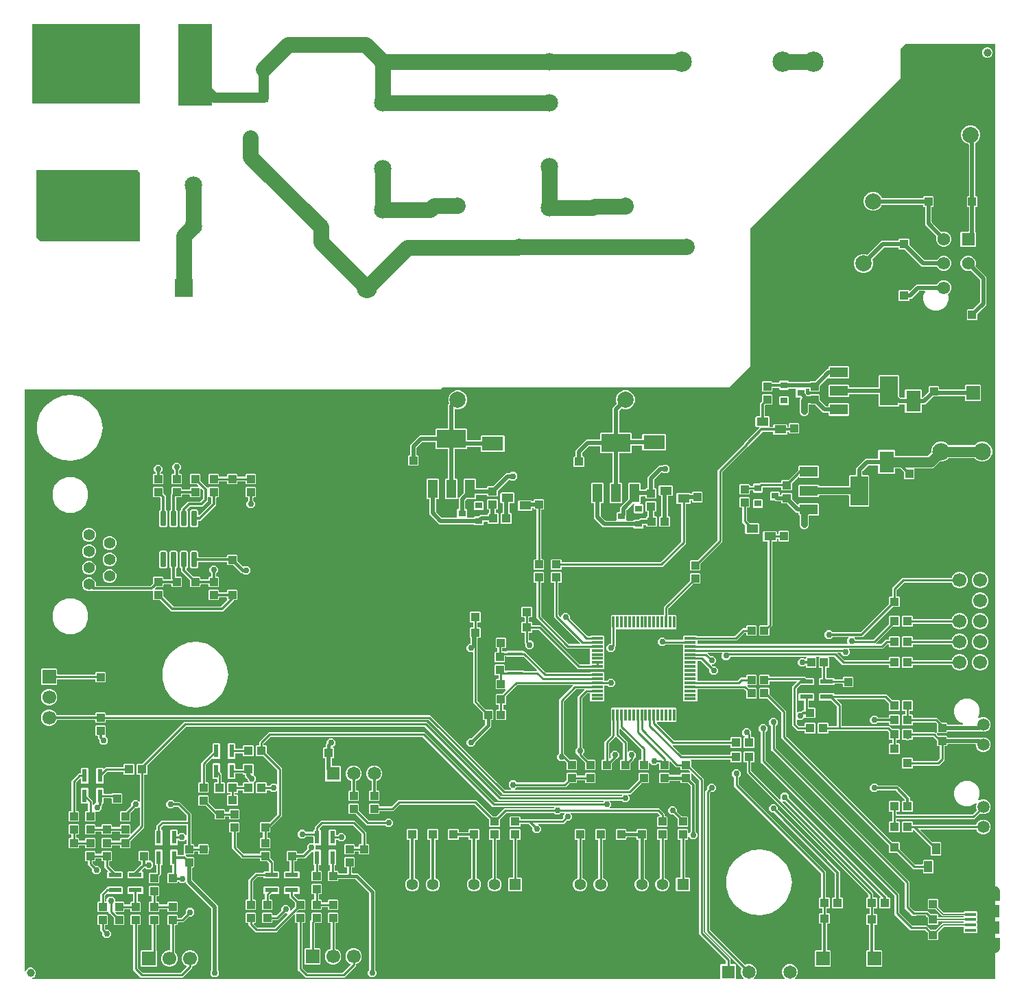
<source format=gbr>
G04 EAGLE Gerber RS-274X export*
G75*
%MOIN*%
%FSLAX34Y34*%
%LPD*%
%INTop Copper*%
%IPPOS*%
%AMOC8*
5,1,8,0,0,1.08239X$1,22.5*%
G01*
%ADD10R,0.058071X0.011811*%
%ADD11R,0.011811X0.058071*%
%ADD12R,0.053150X0.015748*%
%ADD13C,0.057087*%
%ADD14C,0.047244*%
%ADD15R,0.074803X0.059055*%
%ADD16R,0.039370X0.039370*%
%ADD17R,0.074803X0.015748*%
%ADD18R,0.039370X0.055118*%
%ADD19C,0.059055*%
%ADD20R,0.064000X0.024000*%
%ADD21C,0.066929*%
%ADD22R,0.066929X0.066929*%
%ADD23R,0.064961X0.064961*%
%ADD24C,0.064961*%
%ADD25R,0.088000X0.048000*%
%ADD26R,0.086614X0.141732*%
%ADD27R,0.055118X0.039370*%
%ADD28R,0.068898X0.104331*%
%ADD29R,0.035433X0.031496*%
%ADD30C,0.084646*%
%ADD31R,0.024000X0.064000*%
%ADD32R,0.055000X0.055000*%
%ADD33C,0.055000*%
%ADD34R,0.061811X0.061811*%
%ADD35C,0.061811*%
%ADD36R,0.078740X0.078740*%
%ADD37C,0.078740*%
%ADD38R,0.048000X0.088000*%
%ADD39R,0.141732X0.086614*%
%ADD40R,0.104331X0.068898*%
%ADD41R,0.051496X0.051496*%
%ADD42C,0.051496*%
%ADD43R,0.061024X0.061024*%
%ADD44C,0.061024*%
%ADD45C,0.098425*%
%ADD46R,0.090551X0.090551*%
%ADD47C,0.100000*%
%ADD48C,0.014173*%
%ADD49C,0.055433*%
%ADD50C,0.039370*%
%ADD51C,0.020000*%
%ADD52C,0.010000*%
%ADD53C,0.016000*%
%ADD54C,0.050000*%
%ADD55C,0.012000*%
%ADD56C,0.029780*%
%ADD57C,0.006000*%
%ADD58C,0.032000*%
%ADD59C,0.075000*%

G36*
X34186Y401D02*
X34186Y401D01*
X34187Y401D01*
X34191Y402D01*
X34195Y402D01*
X34196Y403D01*
X34197Y403D01*
X34200Y405D01*
X34203Y407D01*
X34204Y408D01*
X34205Y408D01*
X34207Y411D01*
X34210Y414D01*
X34210Y415D01*
X34211Y416D01*
X34212Y419D01*
X34213Y423D01*
X34214Y424D01*
X34214Y425D01*
X34214Y430D01*
X34214Y1100D01*
X34250Y1136D01*
X34460Y1136D01*
X34461Y1136D01*
X34462Y1136D01*
X34466Y1137D01*
X34469Y1137D01*
X34470Y1138D01*
X34471Y1138D01*
X34475Y1140D01*
X34478Y1142D01*
X34479Y1142D01*
X34479Y1143D01*
X34482Y1146D01*
X34484Y1149D01*
X34485Y1150D01*
X34487Y1154D01*
X34488Y1157D01*
X34488Y1158D01*
X34489Y1159D01*
X34489Y1165D01*
X34489Y1292D01*
X34489Y1296D01*
X34488Y1300D01*
X34488Y1301D01*
X34486Y1305D01*
X34484Y1309D01*
X34483Y1309D01*
X34483Y1310D01*
X34481Y1313D01*
X33189Y2604D01*
X33189Y10042D01*
X33189Y10046D01*
X33188Y10050D01*
X33188Y10051D01*
X33186Y10055D01*
X33184Y10059D01*
X33183Y10059D01*
X33183Y10060D01*
X33181Y10063D01*
X32858Y10386D01*
X32855Y10388D01*
X32853Y10390D01*
X32851Y10390D01*
X32850Y10391D01*
X32847Y10392D01*
X32844Y10393D01*
X32842Y10394D01*
X32841Y10394D01*
X32838Y10394D01*
X32835Y10394D01*
X32833Y10394D01*
X32831Y10394D01*
X32828Y10393D01*
X32825Y10392D01*
X32824Y10391D01*
X32822Y10390D01*
X32820Y10389D01*
X32817Y10387D01*
X32816Y10386D01*
X32815Y10384D01*
X32813Y10382D01*
X32811Y10380D01*
X32811Y10378D01*
X32810Y10376D01*
X32809Y10373D01*
X32808Y10371D01*
X32808Y10368D01*
X32808Y10367D01*
X32808Y10366D01*
X32808Y10365D01*
X32808Y10110D01*
X32808Y10109D01*
X32808Y10106D01*
X32809Y10102D01*
X32809Y10101D01*
X32811Y10097D01*
X32813Y10094D01*
X32813Y10093D01*
X32814Y10092D01*
X32816Y10090D01*
X32941Y9964D01*
X33021Y9885D01*
X33021Y7588D01*
X33021Y7584D01*
X33022Y7580D01*
X33022Y7579D01*
X33022Y7578D01*
X33024Y7575D01*
X33026Y7571D01*
X33027Y7570D01*
X33027Y7569D01*
X33029Y7567D01*
X33110Y7487D01*
X33110Y7313D01*
X32987Y7190D01*
X32813Y7190D01*
X32708Y7296D01*
X32705Y7298D01*
X32703Y7300D01*
X32701Y7300D01*
X32700Y7302D01*
X32697Y7302D01*
X32694Y7304D01*
X32692Y7304D01*
X32691Y7304D01*
X32688Y7304D01*
X32685Y7304D01*
X32683Y7304D01*
X32681Y7304D01*
X32678Y7303D01*
X32675Y7302D01*
X32674Y7301D01*
X32672Y7301D01*
X32670Y7299D01*
X32667Y7297D01*
X32666Y7296D01*
X32665Y7294D01*
X32663Y7292D01*
X32661Y7290D01*
X32661Y7288D01*
X32660Y7286D01*
X32659Y7283D01*
X32658Y7281D01*
X32658Y7278D01*
X32658Y7277D01*
X32658Y7276D01*
X32658Y7275D01*
X32658Y7213D01*
X32622Y7177D01*
X32540Y7177D01*
X32539Y7177D01*
X32538Y7177D01*
X32534Y7176D01*
X32531Y7176D01*
X32530Y7175D01*
X32529Y7175D01*
X32525Y7173D01*
X32522Y7171D01*
X32521Y7171D01*
X32521Y7170D01*
X32518Y7167D01*
X32516Y7164D01*
X32515Y7163D01*
X32513Y7159D01*
X32512Y7156D01*
X32512Y7155D01*
X32511Y7154D01*
X32511Y7148D01*
X32511Y5365D01*
X32511Y5364D01*
X32511Y5363D01*
X32512Y5359D01*
X32512Y5356D01*
X32513Y5355D01*
X32513Y5354D01*
X32515Y5350D01*
X32517Y5347D01*
X32518Y5346D01*
X32521Y5343D01*
X32524Y5341D01*
X32525Y5340D01*
X32526Y5340D01*
X32529Y5338D01*
X32533Y5337D01*
X32534Y5337D01*
X32535Y5336D01*
X32540Y5336D01*
X32700Y5336D01*
X32736Y5300D01*
X32736Y4700D01*
X32700Y4664D01*
X32100Y4664D01*
X32064Y4700D01*
X32064Y5300D01*
X32100Y5336D01*
X32260Y5336D01*
X32261Y5336D01*
X32262Y5336D01*
X32266Y5337D01*
X32269Y5337D01*
X32270Y5338D01*
X32271Y5338D01*
X32275Y5340D01*
X32278Y5342D01*
X32279Y5343D01*
X32282Y5346D01*
X32284Y5349D01*
X32285Y5350D01*
X32285Y5351D01*
X32287Y5354D01*
X32288Y5358D01*
X32288Y5359D01*
X32289Y5360D01*
X32289Y5365D01*
X32289Y7148D01*
X32289Y7149D01*
X32289Y7150D01*
X32288Y7154D01*
X32288Y7158D01*
X32287Y7159D01*
X32287Y7160D01*
X32285Y7163D01*
X32283Y7166D01*
X32282Y7167D01*
X32282Y7168D01*
X32279Y7170D01*
X32276Y7173D01*
X32275Y7173D01*
X32274Y7174D01*
X32271Y7175D01*
X32267Y7176D01*
X32266Y7177D01*
X32265Y7177D01*
X32260Y7177D01*
X32178Y7177D01*
X32142Y7213D01*
X32142Y7657D01*
X32178Y7693D01*
X32622Y7693D01*
X32658Y7657D01*
X32658Y7525D01*
X32658Y7522D01*
X32658Y7519D01*
X32659Y7517D01*
X32659Y7515D01*
X32661Y7513D01*
X32662Y7510D01*
X32663Y7508D01*
X32664Y7507D01*
X32666Y7505D01*
X32668Y7503D01*
X32669Y7502D01*
X32671Y7500D01*
X32673Y7499D01*
X32676Y7498D01*
X32678Y7497D01*
X32679Y7496D01*
X32682Y7496D01*
X32685Y7495D01*
X32687Y7496D01*
X32689Y7496D01*
X32692Y7496D01*
X32695Y7497D01*
X32696Y7497D01*
X32698Y7498D01*
X32701Y7499D01*
X32703Y7501D01*
X32706Y7502D01*
X32706Y7503D01*
X32707Y7503D01*
X32708Y7504D01*
X32771Y7567D01*
X32773Y7570D01*
X32775Y7573D01*
X32776Y7574D01*
X32776Y7575D01*
X32777Y7579D01*
X32779Y7582D01*
X32779Y7584D01*
X32779Y7585D01*
X32779Y7588D01*
X32779Y9773D01*
X32779Y9777D01*
X32778Y9781D01*
X32778Y9782D01*
X32776Y9786D01*
X32774Y9789D01*
X32773Y9790D01*
X32773Y9791D01*
X32771Y9794D01*
X32645Y9919D01*
X32642Y9921D01*
X32639Y9924D01*
X32638Y9924D01*
X32634Y9926D01*
X32630Y9927D01*
X32629Y9927D01*
X32628Y9927D01*
X32625Y9927D01*
X32328Y9927D01*
X32292Y9963D01*
X32292Y10015D01*
X32292Y10016D01*
X32292Y10017D01*
X32291Y10021D01*
X32291Y10024D01*
X32290Y10025D01*
X32290Y10026D01*
X32288Y10030D01*
X32286Y10033D01*
X32286Y10034D01*
X32285Y10035D01*
X32282Y10037D01*
X32279Y10039D01*
X32278Y10040D01*
X32278Y10041D01*
X32274Y10042D01*
X32271Y10043D01*
X32270Y10043D01*
X32269Y10044D01*
X32263Y10044D01*
X31787Y10044D01*
X31786Y10044D01*
X31785Y10044D01*
X31781Y10043D01*
X31777Y10043D01*
X31776Y10042D01*
X31775Y10042D01*
X31772Y10040D01*
X31769Y10038D01*
X31768Y10037D01*
X31767Y10037D01*
X31765Y10034D01*
X31762Y10031D01*
X31762Y10030D01*
X31761Y10029D01*
X31760Y10026D01*
X31759Y10022D01*
X31758Y10021D01*
X31758Y10020D01*
X31758Y10015D01*
X31758Y9963D01*
X31722Y9927D01*
X31278Y9927D01*
X31242Y9963D01*
X31242Y10407D01*
X31278Y10443D01*
X31722Y10443D01*
X31758Y10407D01*
X31758Y10355D01*
X31758Y10354D01*
X31758Y10353D01*
X31759Y10349D01*
X31759Y10346D01*
X31760Y10345D01*
X31760Y10344D01*
X31762Y10340D01*
X31764Y10337D01*
X31764Y10336D01*
X31765Y10336D01*
X31768Y10333D01*
X31771Y10331D01*
X31772Y10330D01*
X31776Y10328D01*
X31779Y10327D01*
X31780Y10327D01*
X31781Y10326D01*
X31787Y10326D01*
X32263Y10326D01*
X32264Y10326D01*
X32265Y10326D01*
X32269Y10327D01*
X32273Y10327D01*
X32274Y10328D01*
X32275Y10328D01*
X32278Y10330D01*
X32281Y10332D01*
X32282Y10333D01*
X32283Y10333D01*
X32285Y10336D01*
X32288Y10339D01*
X32288Y10340D01*
X32289Y10341D01*
X32290Y10344D01*
X32291Y10348D01*
X32292Y10349D01*
X32292Y10350D01*
X32292Y10355D01*
X32292Y10407D01*
X32328Y10443D01*
X32730Y10443D01*
X32733Y10443D01*
X32736Y10443D01*
X32738Y10444D01*
X32740Y10444D01*
X32742Y10446D01*
X32745Y10447D01*
X32746Y10448D01*
X32748Y10449D01*
X32750Y10451D01*
X32752Y10453D01*
X32753Y10454D01*
X32755Y10456D01*
X32756Y10458D01*
X32757Y10461D01*
X32758Y10463D01*
X32758Y10464D01*
X32759Y10467D01*
X32759Y10470D01*
X32759Y10472D01*
X32759Y10474D01*
X32759Y10477D01*
X32758Y10480D01*
X32758Y10481D01*
X32757Y10483D01*
X32755Y10486D01*
X32754Y10488D01*
X32752Y10491D01*
X32752Y10492D01*
X32751Y10493D01*
X32695Y10549D01*
X32691Y10551D01*
X32688Y10554D01*
X32687Y10554D01*
X32683Y10556D01*
X32679Y10557D01*
X32678Y10557D01*
X32677Y10557D01*
X32674Y10557D01*
X32328Y10557D01*
X32292Y10593D01*
X32292Y10675D01*
X32292Y10676D01*
X32292Y10677D01*
X32291Y10681D01*
X32291Y10684D01*
X32290Y10685D01*
X32290Y10686D01*
X32288Y10690D01*
X32286Y10693D01*
X32286Y10694D01*
X32285Y10694D01*
X32282Y10697D01*
X32279Y10699D01*
X32278Y10700D01*
X32274Y10702D01*
X32271Y10703D01*
X32270Y10703D01*
X32269Y10704D01*
X32263Y10704D01*
X32074Y10704D01*
X31808Y10970D01*
X31805Y10972D01*
X31803Y10974D01*
X31801Y10975D01*
X31800Y10976D01*
X31797Y10977D01*
X31794Y10978D01*
X31792Y10978D01*
X31791Y10979D01*
X31788Y10978D01*
X31785Y10979D01*
X31783Y10978D01*
X31781Y10978D01*
X31778Y10977D01*
X31775Y10976D01*
X31774Y10975D01*
X31772Y10975D01*
X31770Y10973D01*
X31767Y10971D01*
X31766Y10970D01*
X31765Y10969D01*
X31763Y10966D01*
X31761Y10964D01*
X31761Y10962D01*
X31760Y10961D01*
X31759Y10958D01*
X31758Y10955D01*
X31758Y10952D01*
X31758Y10951D01*
X31758Y10950D01*
X31758Y10593D01*
X31722Y10557D01*
X31278Y10557D01*
X31242Y10593D01*
X31242Y10860D01*
X31242Y10861D01*
X31242Y10862D01*
X31241Y10866D01*
X31241Y10869D01*
X31240Y10870D01*
X31240Y10871D01*
X31238Y10875D01*
X31236Y10878D01*
X31236Y10879D01*
X31235Y10879D01*
X31232Y10882D01*
X31229Y10884D01*
X31228Y10885D01*
X31224Y10887D01*
X31221Y10888D01*
X31220Y10888D01*
X31219Y10889D01*
X31213Y10889D01*
X31198Y10889D01*
X31194Y10889D01*
X31190Y10888D01*
X31189Y10888D01*
X31188Y10888D01*
X31185Y10886D01*
X31181Y10884D01*
X31180Y10883D01*
X31179Y10883D01*
X31177Y10881D01*
X31087Y10790D01*
X30913Y10790D01*
X30808Y10896D01*
X30805Y10898D01*
X30803Y10900D01*
X30801Y10900D01*
X30800Y10902D01*
X30797Y10902D01*
X30794Y10904D01*
X30792Y10904D01*
X30791Y10904D01*
X30788Y10904D01*
X30785Y10904D01*
X30783Y10904D01*
X30781Y10904D01*
X30778Y10903D01*
X30775Y10902D01*
X30774Y10901D01*
X30772Y10901D01*
X30770Y10899D01*
X30767Y10897D01*
X30766Y10896D01*
X30765Y10894D01*
X30763Y10892D01*
X30761Y10890D01*
X30761Y10888D01*
X30760Y10886D01*
X30759Y10883D01*
X30758Y10881D01*
X30758Y10878D01*
X30758Y10877D01*
X30758Y10876D01*
X30758Y10875D01*
X30758Y10593D01*
X30722Y10557D01*
X30278Y10557D01*
X30242Y10593D01*
X30242Y11037D01*
X30278Y11073D01*
X30360Y11073D01*
X30361Y11073D01*
X30362Y11073D01*
X30366Y11074D01*
X30369Y11074D01*
X30370Y11075D01*
X30371Y11075D01*
X30375Y11077D01*
X30378Y11079D01*
X30379Y11079D01*
X30379Y11080D01*
X30382Y11083D01*
X30384Y11086D01*
X30385Y11087D01*
X30387Y11091D01*
X30388Y11094D01*
X30388Y11095D01*
X30389Y11096D01*
X30389Y11102D01*
X30389Y11542D01*
X30389Y11546D01*
X30388Y11550D01*
X30388Y11551D01*
X30386Y11555D01*
X30384Y11559D01*
X30383Y11559D01*
X30383Y11560D01*
X30381Y11563D01*
X29381Y12562D01*
X29379Y12564D01*
X29377Y12566D01*
X29375Y12567D01*
X29373Y12568D01*
X29371Y12569D01*
X29368Y12570D01*
X29366Y12570D01*
X29364Y12571D01*
X29361Y12570D01*
X29358Y12571D01*
X29357Y12570D01*
X29355Y12570D01*
X29352Y12569D01*
X29349Y12568D01*
X29347Y12567D01*
X29346Y12567D01*
X29343Y12565D01*
X29341Y12563D01*
X29340Y12562D01*
X29338Y12561D01*
X29337Y12558D01*
X29335Y12556D01*
X29334Y12554D01*
X29333Y12553D01*
X29333Y12550D01*
X29332Y12547D01*
X29331Y12544D01*
X29331Y12543D01*
X29331Y12542D01*
X29331Y12338D01*
X29332Y12334D01*
X29332Y12330D01*
X29333Y12329D01*
X29333Y12328D01*
X29335Y12325D01*
X29336Y12321D01*
X29337Y12320D01*
X29338Y12319D01*
X29340Y12317D01*
X29711Y11946D01*
X29711Y11478D01*
X29711Y11475D01*
X29711Y11472D01*
X29712Y11470D01*
X29712Y11468D01*
X29714Y11466D01*
X29715Y11463D01*
X29716Y11462D01*
X29717Y11460D01*
X29719Y11458D01*
X29721Y11456D01*
X29722Y11455D01*
X29724Y11453D01*
X29727Y11452D01*
X29729Y11451D01*
X29731Y11450D01*
X29733Y11450D01*
X29735Y11449D01*
X29738Y11449D01*
X29740Y11449D01*
X29742Y11449D01*
X29745Y11449D01*
X29748Y11450D01*
X29750Y11450D01*
X29751Y11451D01*
X29754Y11452D01*
X29757Y11454D01*
X29759Y11456D01*
X29760Y11456D01*
X29761Y11457D01*
X29813Y11510D01*
X29987Y11510D01*
X30110Y11387D01*
X30110Y11213D01*
X30019Y11123D01*
X30017Y11120D01*
X30015Y11117D01*
X30014Y11116D01*
X30014Y11115D01*
X30013Y11111D01*
X30011Y11108D01*
X30011Y11106D01*
X30011Y11105D01*
X30011Y11102D01*
X30011Y11069D01*
X29866Y10925D01*
X29864Y10921D01*
X29861Y10918D01*
X29861Y10917D01*
X29859Y10913D01*
X29858Y10909D01*
X29858Y10908D01*
X29858Y10907D01*
X29858Y10904D01*
X29858Y10593D01*
X29822Y10557D01*
X29378Y10557D01*
X29342Y10593D01*
X29342Y11037D01*
X29378Y11073D01*
X29460Y11073D01*
X29461Y11073D01*
X29462Y11073D01*
X29466Y11074D01*
X29469Y11074D01*
X29470Y11075D01*
X29471Y11075D01*
X29475Y11077D01*
X29478Y11079D01*
X29479Y11079D01*
X29479Y11080D01*
X29482Y11083D01*
X29484Y11086D01*
X29485Y11087D01*
X29487Y11091D01*
X29488Y11094D01*
X29488Y11095D01*
X29489Y11096D01*
X29489Y11102D01*
X29489Y11842D01*
X29489Y11846D01*
X29488Y11850D01*
X29488Y11851D01*
X29486Y11855D01*
X29484Y11859D01*
X29483Y11859D01*
X29483Y11860D01*
X29481Y11863D01*
X29171Y12173D01*
X29170Y12173D01*
X29169Y12174D01*
X29166Y12176D01*
X29163Y12178D01*
X29162Y12179D01*
X29161Y12179D01*
X29157Y12180D01*
X29154Y12181D01*
X29153Y12181D01*
X29152Y12181D01*
X29148Y12181D01*
X29144Y12181D01*
X29143Y12180D01*
X29142Y12180D01*
X29139Y12179D01*
X29135Y12177D01*
X29134Y12177D01*
X29133Y12176D01*
X29129Y12173D01*
X28819Y11863D01*
X28817Y11859D01*
X28815Y11856D01*
X28814Y11856D01*
X28814Y11855D01*
X28813Y11851D01*
X28811Y11847D01*
X28811Y11846D01*
X28811Y11845D01*
X28811Y11842D01*
X28811Y11153D01*
X28811Y11150D01*
X28811Y11147D01*
X28812Y11145D01*
X28812Y11144D01*
X28814Y11141D01*
X28815Y11138D01*
X28816Y11137D01*
X28817Y11135D01*
X28819Y11133D01*
X28821Y11131D01*
X28822Y11130D01*
X28824Y11129D01*
X28827Y11127D01*
X28829Y11126D01*
X28831Y11125D01*
X28833Y11125D01*
X28835Y11124D01*
X28838Y11124D01*
X28840Y11124D01*
X28842Y11124D01*
X28845Y11124D01*
X28848Y11125D01*
X28850Y11126D01*
X28851Y11126D01*
X28854Y11128D01*
X28857Y11129D01*
X28859Y11131D01*
X28860Y11132D01*
X28861Y11132D01*
X28895Y11167D01*
X28896Y11168D01*
X28897Y11168D01*
X28899Y11172D01*
X28901Y11175D01*
X28901Y11176D01*
X28902Y11177D01*
X28903Y11180D01*
X28904Y11184D01*
X28904Y11185D01*
X28904Y11186D01*
X28903Y11190D01*
X28903Y11193D01*
X28903Y11194D01*
X28903Y11195D01*
X28901Y11199D01*
X28900Y11202D01*
X28899Y11203D01*
X28899Y11204D01*
X28895Y11208D01*
X28890Y11213D01*
X28890Y11387D01*
X29013Y11510D01*
X29187Y11510D01*
X29310Y11387D01*
X29310Y11213D01*
X29187Y11090D01*
X29144Y11090D01*
X29140Y11090D01*
X29136Y11089D01*
X29135Y11089D01*
X29131Y11087D01*
X29128Y11085D01*
X29127Y11085D01*
X29126Y11084D01*
X29123Y11082D01*
X28966Y10925D01*
X28964Y10921D01*
X28961Y10918D01*
X28961Y10917D01*
X28959Y10913D01*
X28958Y10909D01*
X28958Y10908D01*
X28958Y10907D01*
X28958Y10904D01*
X28958Y10593D01*
X28922Y10557D01*
X28478Y10557D01*
X28442Y10593D01*
X28442Y11037D01*
X28478Y11073D01*
X28560Y11073D01*
X28561Y11073D01*
X28562Y11073D01*
X28566Y11074D01*
X28569Y11074D01*
X28570Y11075D01*
X28571Y11075D01*
X28575Y11077D01*
X28578Y11079D01*
X28579Y11079D01*
X28579Y11080D01*
X28582Y11083D01*
X28584Y11086D01*
X28585Y11087D01*
X28587Y11091D01*
X28588Y11094D01*
X28588Y11095D01*
X28589Y11096D01*
X28589Y11102D01*
X28589Y11946D01*
X28904Y12261D01*
X28907Y12264D01*
X28909Y12267D01*
X28909Y12268D01*
X28910Y12269D01*
X28911Y12273D01*
X28912Y12276D01*
X28912Y12277D01*
X28913Y12278D01*
X28913Y12279D01*
X28913Y12282D01*
X28913Y12904D01*
X28912Y12908D01*
X28912Y12912D01*
X28911Y12913D01*
X28911Y12914D01*
X28909Y12917D01*
X28908Y12921D01*
X28907Y12922D01*
X28906Y12923D01*
X28904Y12925D01*
X28904Y13556D01*
X28939Y13592D01*
X29111Y13592D01*
X29115Y13591D01*
X29118Y13590D01*
X29119Y13590D01*
X29120Y13590D01*
X29124Y13590D01*
X29128Y13591D01*
X29129Y13591D01*
X29130Y13591D01*
X29132Y13592D01*
X29308Y13592D01*
X29312Y13591D01*
X29315Y13590D01*
X29316Y13590D01*
X29317Y13590D01*
X29321Y13590D01*
X29325Y13591D01*
X29326Y13591D01*
X29327Y13591D01*
X29329Y13592D01*
X29505Y13592D01*
X29508Y13591D01*
X29512Y13590D01*
X29513Y13590D01*
X29514Y13590D01*
X29518Y13590D01*
X29522Y13591D01*
X29523Y13591D01*
X29524Y13591D01*
X29526Y13592D01*
X29702Y13592D01*
X29705Y13591D01*
X29709Y13590D01*
X29710Y13590D01*
X29711Y13590D01*
X29715Y13590D01*
X29718Y13591D01*
X29719Y13591D01*
X29720Y13591D01*
X29723Y13592D01*
X29899Y13592D01*
X29902Y13591D01*
X29906Y13590D01*
X29907Y13590D01*
X29908Y13590D01*
X29912Y13590D01*
X29915Y13591D01*
X29916Y13591D01*
X29917Y13591D01*
X29919Y13592D01*
X30096Y13592D01*
X30099Y13591D01*
X30103Y13590D01*
X30104Y13590D01*
X30105Y13590D01*
X30108Y13590D01*
X30112Y13591D01*
X30113Y13591D01*
X30114Y13591D01*
X30116Y13592D01*
X30292Y13592D01*
X30296Y13591D01*
X30299Y13590D01*
X30300Y13590D01*
X30301Y13590D01*
X30305Y13590D01*
X30309Y13591D01*
X30310Y13591D01*
X30311Y13591D01*
X30313Y13592D01*
X30489Y13592D01*
X30493Y13591D01*
X30496Y13590D01*
X30497Y13590D01*
X30498Y13590D01*
X30502Y13590D01*
X30506Y13591D01*
X30507Y13591D01*
X30508Y13591D01*
X30510Y13592D01*
X30686Y13592D01*
X30690Y13591D01*
X30693Y13590D01*
X30694Y13590D01*
X30695Y13590D01*
X30699Y13590D01*
X30703Y13591D01*
X30704Y13591D01*
X30705Y13591D01*
X30707Y13592D01*
X30883Y13592D01*
X30886Y13591D01*
X30890Y13590D01*
X30891Y13590D01*
X30892Y13590D01*
X30896Y13590D01*
X30900Y13591D01*
X30902Y13591D01*
X30904Y13592D01*
X31080Y13592D01*
X31083Y13591D01*
X31087Y13590D01*
X31088Y13590D01*
X31089Y13590D01*
X31093Y13590D01*
X31096Y13591D01*
X31097Y13591D01*
X31098Y13591D01*
X31101Y13592D01*
X31277Y13592D01*
X31280Y13591D01*
X31284Y13590D01*
X31285Y13590D01*
X31286Y13590D01*
X31289Y13590D01*
X31293Y13591D01*
X31294Y13591D01*
X31295Y13591D01*
X31297Y13592D01*
X31473Y13592D01*
X31477Y13591D01*
X31480Y13590D01*
X31482Y13590D01*
X31483Y13590D01*
X31486Y13590D01*
X31490Y13591D01*
X31491Y13591D01*
X31492Y13591D01*
X31494Y13592D01*
X31670Y13592D01*
X31674Y13591D01*
X31677Y13590D01*
X31678Y13590D01*
X31679Y13590D01*
X31683Y13590D01*
X31687Y13591D01*
X31688Y13591D01*
X31689Y13591D01*
X31691Y13592D01*
X31867Y13592D01*
X31871Y13591D01*
X31874Y13590D01*
X31875Y13590D01*
X31876Y13590D01*
X31880Y13590D01*
X31884Y13591D01*
X31885Y13591D01*
X31886Y13591D01*
X31888Y13592D01*
X32061Y13592D01*
X32096Y13556D01*
X32096Y12925D01*
X32061Y12890D01*
X31889Y12890D01*
X31885Y12891D01*
X31882Y12892D01*
X31881Y12892D01*
X31880Y12892D01*
X31876Y12891D01*
X31872Y12891D01*
X31871Y12891D01*
X31870Y12891D01*
X31868Y12890D01*
X31692Y12890D01*
X31688Y12891D01*
X31685Y12892D01*
X31684Y12892D01*
X31683Y12892D01*
X31679Y12891D01*
X31675Y12891D01*
X31674Y12891D01*
X31673Y12891D01*
X31671Y12890D01*
X31495Y12890D01*
X31492Y12891D01*
X31488Y12892D01*
X31487Y12892D01*
X31486Y12892D01*
X31482Y12891D01*
X31478Y12891D01*
X31477Y12891D01*
X31476Y12891D01*
X31474Y12890D01*
X31298Y12890D01*
X31295Y12891D01*
X31291Y12892D01*
X31290Y12892D01*
X31289Y12892D01*
X31285Y12891D01*
X31282Y12891D01*
X31281Y12891D01*
X31280Y12891D01*
X31277Y12890D01*
X31164Y12890D01*
X31161Y12889D01*
X31158Y12889D01*
X31156Y12889D01*
X31154Y12888D01*
X31152Y12887D01*
X31149Y12886D01*
X31147Y12885D01*
X31146Y12884D01*
X31144Y12882D01*
X31142Y12880D01*
X31141Y12878D01*
X31139Y12877D01*
X31138Y12874D01*
X31137Y12872D01*
X31136Y12870D01*
X31135Y12868D01*
X31135Y12865D01*
X31134Y12862D01*
X31135Y12860D01*
X31134Y12858D01*
X31135Y12856D01*
X31135Y12853D01*
X31136Y12851D01*
X31137Y12849D01*
X31138Y12847D01*
X31140Y12844D01*
X31141Y12842D01*
X31142Y12841D01*
X31143Y12840D01*
X31964Y12019D01*
X31967Y12017D01*
X31970Y12015D01*
X31971Y12014D01*
X31975Y12013D01*
X31979Y12011D01*
X31980Y12011D01*
X31981Y12011D01*
X31984Y12011D01*
X34698Y12011D01*
X34699Y12011D01*
X34700Y12011D01*
X34704Y12012D01*
X34708Y12012D01*
X34709Y12013D01*
X34710Y12013D01*
X34713Y12015D01*
X34716Y12017D01*
X34717Y12018D01*
X34718Y12018D01*
X34720Y12021D01*
X34723Y12024D01*
X34723Y12025D01*
X34724Y12026D01*
X34725Y12029D01*
X34726Y12033D01*
X34727Y12034D01*
X34727Y12035D01*
X34727Y12040D01*
X34727Y12122D01*
X34763Y12158D01*
X35207Y12158D01*
X35243Y12122D01*
X35243Y11678D01*
X35207Y11642D01*
X34763Y11642D01*
X34727Y11678D01*
X34727Y11760D01*
X34727Y11761D01*
X34727Y11762D01*
X34726Y11766D01*
X34726Y11769D01*
X34725Y11770D01*
X34725Y11771D01*
X34723Y11775D01*
X34721Y11778D01*
X34721Y11779D01*
X34720Y11779D01*
X34717Y11782D01*
X34714Y11784D01*
X34713Y11785D01*
X34709Y11787D01*
X34706Y11788D01*
X34705Y11788D01*
X34704Y11789D01*
X34698Y11789D01*
X31938Y11789D01*
X31935Y11789D01*
X31932Y11789D01*
X31930Y11788D01*
X31929Y11788D01*
X31926Y11786D01*
X31923Y11785D01*
X31922Y11784D01*
X31920Y11783D01*
X31918Y11781D01*
X31916Y11779D01*
X31915Y11778D01*
X31914Y11776D01*
X31912Y11773D01*
X31911Y11771D01*
X31910Y11769D01*
X31910Y11767D01*
X31909Y11765D01*
X31909Y11762D01*
X31909Y11760D01*
X31909Y11758D01*
X31909Y11755D01*
X31910Y11752D01*
X31911Y11750D01*
X31911Y11749D01*
X31913Y11746D01*
X31914Y11743D01*
X31916Y11741D01*
X31917Y11740D01*
X31917Y11739D01*
X32337Y11319D01*
X32341Y11317D01*
X32344Y11315D01*
X32344Y11314D01*
X32345Y11314D01*
X32349Y11313D01*
X32353Y11311D01*
X32354Y11311D01*
X32355Y11311D01*
X32358Y11311D01*
X34698Y11311D01*
X34699Y11311D01*
X34700Y11311D01*
X34704Y11312D01*
X34708Y11312D01*
X34709Y11313D01*
X34710Y11313D01*
X34713Y11315D01*
X34716Y11317D01*
X34717Y11318D01*
X34718Y11318D01*
X34720Y11321D01*
X34723Y11324D01*
X34723Y11325D01*
X34724Y11326D01*
X34725Y11329D01*
X34726Y11333D01*
X34727Y11334D01*
X34727Y11335D01*
X34727Y11340D01*
X34727Y11422D01*
X34763Y11458D01*
X35207Y11458D01*
X35243Y11422D01*
X35243Y10978D01*
X35207Y10942D01*
X34763Y10942D01*
X34727Y10978D01*
X34727Y11060D01*
X34727Y11061D01*
X34727Y11062D01*
X34726Y11066D01*
X34726Y11069D01*
X34725Y11070D01*
X34725Y11071D01*
X34723Y11075D01*
X34721Y11078D01*
X34721Y11079D01*
X34720Y11079D01*
X34717Y11082D01*
X34714Y11084D01*
X34713Y11085D01*
X34709Y11087D01*
X34706Y11088D01*
X34705Y11088D01*
X34704Y11089D01*
X34698Y11089D01*
X32826Y11089D01*
X32823Y11089D01*
X32820Y11089D01*
X32818Y11088D01*
X32816Y11088D01*
X32814Y11086D01*
X32811Y11085D01*
X32810Y11084D01*
X32808Y11083D01*
X32806Y11081D01*
X32804Y11079D01*
X32803Y11078D01*
X32802Y11076D01*
X32800Y11073D01*
X32799Y11071D01*
X32798Y11069D01*
X32798Y11067D01*
X32797Y11065D01*
X32797Y11062D01*
X32797Y11060D01*
X32797Y11058D01*
X32797Y11055D01*
X32798Y11052D01*
X32799Y11050D01*
X32799Y11049D01*
X32801Y11046D01*
X32802Y11043D01*
X32804Y11041D01*
X32805Y11040D01*
X32805Y11039D01*
X32808Y11037D01*
X32808Y10761D01*
X32808Y10757D01*
X32809Y10753D01*
X32809Y10752D01*
X32811Y10748D01*
X32813Y10745D01*
X32813Y10744D01*
X32814Y10743D01*
X32816Y10740D01*
X33411Y10146D01*
X33411Y2708D01*
X33411Y2704D01*
X33412Y2700D01*
X33412Y2699D01*
X33414Y2695D01*
X33416Y2691D01*
X33417Y2691D01*
X33417Y2690D01*
X33419Y2687D01*
X34711Y1396D01*
X34711Y1165D01*
X34711Y1164D01*
X34711Y1163D01*
X34712Y1159D01*
X34712Y1155D01*
X34713Y1154D01*
X34713Y1153D01*
X34715Y1150D01*
X34717Y1147D01*
X34718Y1146D01*
X34718Y1145D01*
X34721Y1143D01*
X34724Y1140D01*
X34725Y1140D01*
X34726Y1139D01*
X34729Y1138D01*
X34733Y1137D01*
X34734Y1136D01*
X34735Y1136D01*
X34740Y1136D01*
X34950Y1136D01*
X34986Y1100D01*
X34986Y430D01*
X34986Y429D01*
X34986Y428D01*
X34987Y424D01*
X34987Y421D01*
X34988Y420D01*
X34988Y419D01*
X34990Y415D01*
X34992Y412D01*
X34992Y411D01*
X34993Y411D01*
X34996Y408D01*
X34999Y406D01*
X35000Y405D01*
X35004Y403D01*
X35007Y402D01*
X35008Y402D01*
X35009Y401D01*
X35015Y401D01*
X35333Y401D01*
X35336Y401D01*
X35339Y401D01*
X35341Y402D01*
X35343Y402D01*
X35345Y404D01*
X35348Y405D01*
X35350Y406D01*
X35351Y407D01*
X35353Y409D01*
X35355Y411D01*
X35356Y412D01*
X35358Y414D01*
X35359Y417D01*
X35360Y419D01*
X35361Y421D01*
X35362Y423D01*
X35362Y425D01*
X35363Y428D01*
X35362Y430D01*
X35363Y432D01*
X35362Y435D01*
X35362Y438D01*
X35361Y440D01*
X35360Y441D01*
X35359Y444D01*
X35358Y447D01*
X35356Y449D01*
X35355Y449D01*
X35355Y450D01*
X35354Y451D01*
X35273Y532D01*
X35214Y673D01*
X35214Y827D01*
X35252Y916D01*
X35252Y918D01*
X35253Y920D01*
X35253Y922D01*
X35254Y926D01*
X35253Y928D01*
X35254Y929D01*
X35253Y931D01*
X35253Y935D01*
X35252Y938D01*
X35251Y939D01*
X35251Y940D01*
X35249Y944D01*
X35245Y948D01*
X33563Y2631D01*
X33489Y2704D01*
X33489Y9546D01*
X33563Y9619D01*
X33582Y9638D01*
X33584Y9642D01*
X33587Y9645D01*
X33587Y9646D01*
X33588Y9650D01*
X33590Y9654D01*
X33590Y9655D01*
X33590Y9656D01*
X33590Y9659D01*
X33590Y9787D01*
X33713Y9910D01*
X33887Y9910D01*
X34010Y9787D01*
X34010Y9613D01*
X33887Y9490D01*
X33759Y9490D01*
X33755Y9490D01*
X33751Y9489D01*
X33750Y9489D01*
X33746Y9487D01*
X33743Y9485D01*
X33742Y9485D01*
X33741Y9484D01*
X33738Y9482D01*
X33719Y9463D01*
X33717Y9459D01*
X33715Y9456D01*
X33714Y9456D01*
X33714Y9455D01*
X33713Y9451D01*
X33711Y9447D01*
X33711Y9446D01*
X33711Y9445D01*
X33711Y9442D01*
X33711Y2808D01*
X33711Y2804D01*
X33712Y2800D01*
X33712Y2799D01*
X33714Y2795D01*
X33716Y2791D01*
X33717Y2791D01*
X33717Y2790D01*
X33719Y2787D01*
X35402Y1105D01*
X35406Y1102D01*
X35410Y1099D01*
X35414Y1098D01*
X35419Y1096D01*
X35424Y1097D01*
X35428Y1097D01*
X35429Y1097D01*
X35434Y1098D01*
X35523Y1136D01*
X35677Y1136D01*
X35818Y1077D01*
X35927Y968D01*
X35986Y827D01*
X35986Y673D01*
X35927Y532D01*
X35846Y451D01*
X35844Y448D01*
X35842Y446D01*
X35841Y444D01*
X35840Y443D01*
X35840Y440D01*
X35838Y437D01*
X35838Y436D01*
X35838Y434D01*
X35838Y431D01*
X35837Y428D01*
X35838Y426D01*
X35838Y424D01*
X35839Y421D01*
X35840Y419D01*
X35841Y417D01*
X35841Y415D01*
X35843Y413D01*
X35845Y411D01*
X35846Y409D01*
X35847Y408D01*
X35850Y406D01*
X35852Y405D01*
X35854Y404D01*
X35856Y403D01*
X35858Y402D01*
X35861Y401D01*
X35864Y401D01*
X35865Y401D01*
X35867Y401D01*
X37333Y401D01*
X37336Y401D01*
X37339Y401D01*
X37341Y402D01*
X37343Y402D01*
X37345Y404D01*
X37348Y405D01*
X37350Y406D01*
X37351Y407D01*
X37353Y409D01*
X37355Y411D01*
X37356Y412D01*
X37358Y414D01*
X37359Y417D01*
X37360Y419D01*
X37361Y421D01*
X37362Y423D01*
X37362Y425D01*
X37363Y428D01*
X37362Y430D01*
X37363Y432D01*
X37362Y435D01*
X37362Y438D01*
X37361Y440D01*
X37360Y441D01*
X37359Y444D01*
X37358Y447D01*
X37356Y449D01*
X37355Y449D01*
X37355Y450D01*
X37354Y451D01*
X37273Y532D01*
X37214Y673D01*
X37214Y827D01*
X37273Y968D01*
X37382Y1077D01*
X37523Y1136D01*
X37677Y1136D01*
X37818Y1077D01*
X37927Y968D01*
X37986Y827D01*
X37986Y673D01*
X37927Y532D01*
X37846Y451D01*
X37844Y448D01*
X37842Y446D01*
X37841Y444D01*
X37840Y443D01*
X37840Y440D01*
X37838Y437D01*
X37838Y436D01*
X37838Y434D01*
X37838Y431D01*
X37837Y428D01*
X37838Y426D01*
X37838Y424D01*
X37839Y421D01*
X37840Y419D01*
X37841Y417D01*
X37841Y415D01*
X37843Y413D01*
X37845Y411D01*
X37846Y409D01*
X37847Y408D01*
X37850Y406D01*
X37852Y405D01*
X37854Y404D01*
X37856Y403D01*
X37858Y402D01*
X37861Y401D01*
X37864Y401D01*
X37865Y401D01*
X37867Y401D01*
X47570Y401D01*
X47571Y401D01*
X47572Y401D01*
X47576Y402D01*
X47579Y402D01*
X47580Y403D01*
X47581Y403D01*
X47585Y405D01*
X47588Y407D01*
X47589Y408D01*
X47592Y411D01*
X47594Y414D01*
X47595Y415D01*
X47595Y416D01*
X47597Y419D01*
X47598Y423D01*
X47598Y424D01*
X47599Y425D01*
X47599Y430D01*
X47599Y1685D01*
X47606Y1685D01*
X47650Y1690D01*
X47651Y1690D01*
X47692Y1704D01*
X47730Y1728D01*
X47761Y1759D01*
X47785Y1797D01*
X47799Y1838D01*
X47799Y1839D01*
X47800Y1840D01*
X47800Y1842D01*
X47800Y1843D01*
X47800Y1844D01*
X47800Y1845D01*
X47800Y1846D01*
X47800Y1848D01*
X47801Y1849D01*
X47801Y1850D01*
X47801Y1851D01*
X47801Y1853D01*
X47801Y1854D01*
X47801Y1855D01*
X47801Y1856D01*
X47802Y1857D01*
X47802Y1859D01*
X47802Y1860D01*
X47802Y1861D01*
X47802Y1862D01*
X47802Y1864D01*
X47802Y1865D01*
X47802Y1866D01*
X47803Y1867D01*
X47803Y1870D01*
X47803Y1871D01*
X47803Y1872D01*
X47803Y1873D01*
X47803Y1874D01*
X47804Y1876D01*
X47804Y1877D01*
X47804Y1878D01*
X47804Y1879D01*
X47804Y1881D01*
X47804Y1882D01*
X47804Y1883D01*
X47804Y2394D01*
X47803Y2396D01*
X47599Y2396D01*
X47599Y4204D01*
X47803Y4204D01*
X47804Y4205D01*
X47804Y4206D01*
X47804Y4717D01*
X47799Y4761D01*
X47799Y4762D01*
X47785Y4803D01*
X47761Y4841D01*
X47730Y4872D01*
X47692Y4896D01*
X47651Y4910D01*
X47650Y4910D01*
X47606Y4915D01*
X47599Y4915D01*
X47599Y45850D01*
X47599Y45851D01*
X47599Y45852D01*
X47598Y45856D01*
X47598Y45859D01*
X47597Y45860D01*
X47597Y45861D01*
X47595Y45865D01*
X47593Y45868D01*
X47592Y45869D01*
X47589Y45872D01*
X47586Y45874D01*
X47585Y45875D01*
X47584Y45875D01*
X47581Y45877D01*
X47577Y45878D01*
X47576Y45878D01*
X47575Y45879D01*
X47570Y45879D01*
X43250Y45879D01*
X43246Y45879D01*
X43242Y45878D01*
X43241Y45878D01*
X43237Y45876D01*
X43233Y45874D01*
X43233Y45873D01*
X43232Y45873D01*
X43229Y45871D01*
X42979Y45621D01*
X42977Y45617D01*
X42975Y45614D01*
X42974Y45614D01*
X42974Y45613D01*
X42973Y45609D01*
X42971Y45605D01*
X42971Y45604D01*
X42971Y45603D01*
X42971Y45600D01*
X42971Y44212D01*
X35679Y36921D01*
X35677Y36917D01*
X35675Y36914D01*
X35674Y36914D01*
X35674Y36913D01*
X35673Y36909D01*
X35671Y36905D01*
X35671Y36904D01*
X35671Y36903D01*
X35671Y36900D01*
X35671Y30212D01*
X34638Y29179D01*
X20750Y29179D01*
X20746Y29179D01*
X20742Y29178D01*
X20741Y29178D01*
X20737Y29176D01*
X20733Y29174D01*
X20733Y29173D01*
X20732Y29173D01*
X20729Y29171D01*
X20638Y29079D01*
X430Y29079D01*
X429Y29079D01*
X428Y29079D01*
X424Y29078D01*
X421Y29078D01*
X420Y29077D01*
X419Y29077D01*
X415Y29075D01*
X412Y29073D01*
X411Y29072D01*
X408Y29069D01*
X406Y29066D01*
X405Y29065D01*
X405Y29064D01*
X403Y29061D01*
X402Y29057D01*
X402Y29056D01*
X401Y29055D01*
X401Y29050D01*
X401Y798D01*
X401Y794D01*
X402Y790D01*
X402Y789D01*
X402Y788D01*
X404Y785D01*
X406Y781D01*
X407Y780D01*
X410Y777D01*
X412Y774D01*
X413Y774D01*
X414Y773D01*
X417Y772D01*
X421Y770D01*
X422Y770D01*
X423Y769D01*
X426Y769D01*
X430Y768D01*
X431Y769D01*
X432Y769D01*
X436Y769D01*
X440Y770D01*
X440Y771D01*
X441Y771D01*
X445Y773D01*
X448Y775D01*
X449Y775D01*
X449Y776D01*
X452Y779D01*
X455Y782D01*
X455Y783D01*
X456Y784D01*
X457Y787D01*
X482Y846D01*
X554Y918D01*
X649Y958D01*
X751Y958D01*
X846Y918D01*
X918Y846D01*
X958Y751D01*
X958Y649D01*
X918Y554D01*
X846Y482D01*
X787Y457D01*
X783Y455D01*
X780Y453D01*
X779Y452D01*
X778Y452D01*
X776Y449D01*
X773Y446D01*
X773Y445D01*
X772Y445D01*
X771Y441D01*
X769Y437D01*
X769Y436D01*
X769Y432D01*
X769Y428D01*
X769Y427D01*
X769Y426D01*
X770Y422D01*
X771Y419D01*
X771Y418D01*
X772Y417D01*
X774Y414D01*
X776Y411D01*
X777Y410D01*
X777Y409D01*
X780Y407D01*
X783Y405D01*
X784Y404D01*
X785Y404D01*
X789Y403D01*
X792Y401D01*
X794Y401D01*
X795Y401D01*
X798Y401D01*
X34185Y401D01*
X34186Y401D01*
G37*
%LPC*%
G36*
X4178Y6757D02*
X4178Y6757D01*
X4142Y6793D01*
X4142Y7237D01*
X4178Y7273D01*
X4622Y7273D01*
X4658Y7237D01*
X4658Y7155D01*
X4658Y7154D01*
X4658Y7153D01*
X4659Y7149D01*
X4659Y7146D01*
X4660Y7145D01*
X4660Y7144D01*
X4662Y7140D01*
X4664Y7137D01*
X4664Y7136D01*
X4665Y7135D01*
X4668Y7133D01*
X4671Y7131D01*
X4672Y7130D01*
X4672Y7129D01*
X4676Y7128D01*
X4679Y7127D01*
X4680Y7127D01*
X4681Y7126D01*
X4687Y7126D01*
X5013Y7126D01*
X5014Y7126D01*
X5015Y7126D01*
X5019Y7127D01*
X5023Y7127D01*
X5024Y7128D01*
X5025Y7128D01*
X5028Y7130D01*
X5031Y7132D01*
X5032Y7133D01*
X5033Y7133D01*
X5035Y7136D01*
X5038Y7139D01*
X5038Y7140D01*
X5039Y7141D01*
X5040Y7144D01*
X5041Y7148D01*
X5042Y7149D01*
X5042Y7150D01*
X5042Y7155D01*
X5042Y7237D01*
X5078Y7273D01*
X5389Y7273D01*
X5393Y7273D01*
X5397Y7274D01*
X5398Y7274D01*
X5402Y7276D01*
X5405Y7278D01*
X5406Y7278D01*
X5407Y7279D01*
X5410Y7281D01*
X5506Y7378D01*
X5508Y7380D01*
X5510Y7382D01*
X5510Y7384D01*
X5511Y7385D01*
X5512Y7388D01*
X5514Y7391D01*
X5514Y7393D01*
X5514Y7394D01*
X5514Y7397D01*
X5514Y7400D01*
X5514Y7402D01*
X5514Y7404D01*
X5513Y7407D01*
X5512Y7410D01*
X5511Y7411D01*
X5510Y7413D01*
X5509Y7415D01*
X5507Y7418D01*
X5506Y7419D01*
X5504Y7420D01*
X5502Y7422D01*
X5500Y7424D01*
X5498Y7424D01*
X5496Y7425D01*
X5493Y7426D01*
X5491Y7427D01*
X5488Y7427D01*
X5487Y7427D01*
X5486Y7427D01*
X5485Y7427D01*
X5078Y7427D01*
X5042Y7463D01*
X5042Y7545D01*
X5042Y7546D01*
X5042Y7547D01*
X5041Y7551D01*
X5041Y7554D01*
X5040Y7555D01*
X5040Y7556D01*
X5038Y7560D01*
X5036Y7563D01*
X5036Y7564D01*
X5035Y7565D01*
X5032Y7567D01*
X5029Y7569D01*
X5028Y7570D01*
X5028Y7571D01*
X5024Y7572D01*
X5021Y7573D01*
X5020Y7573D01*
X5019Y7574D01*
X5013Y7574D01*
X4687Y7574D01*
X4686Y7574D01*
X4685Y7574D01*
X4681Y7573D01*
X4677Y7573D01*
X4676Y7572D01*
X4675Y7572D01*
X4672Y7570D01*
X4669Y7568D01*
X4668Y7567D01*
X4667Y7567D01*
X4665Y7564D01*
X4662Y7561D01*
X4662Y7560D01*
X4661Y7559D01*
X4660Y7556D01*
X4659Y7552D01*
X4658Y7551D01*
X4658Y7550D01*
X4658Y7545D01*
X4658Y7463D01*
X4622Y7427D01*
X4178Y7427D01*
X4142Y7463D01*
X4142Y7545D01*
X4142Y7546D01*
X4142Y7547D01*
X4141Y7551D01*
X4141Y7554D01*
X4140Y7555D01*
X4140Y7556D01*
X4138Y7560D01*
X4136Y7563D01*
X4136Y7564D01*
X4135Y7565D01*
X4132Y7567D01*
X4129Y7569D01*
X4128Y7570D01*
X4128Y7571D01*
X4124Y7572D01*
X4121Y7573D01*
X4120Y7573D01*
X4119Y7574D01*
X4113Y7574D01*
X3887Y7574D01*
X3886Y7574D01*
X3885Y7574D01*
X3881Y7573D01*
X3877Y7573D01*
X3876Y7572D01*
X3875Y7572D01*
X3872Y7570D01*
X3869Y7568D01*
X3868Y7567D01*
X3867Y7567D01*
X3865Y7564D01*
X3862Y7561D01*
X3862Y7560D01*
X3861Y7559D01*
X3860Y7556D01*
X3859Y7552D01*
X3858Y7551D01*
X3858Y7550D01*
X3858Y7545D01*
X3858Y7463D01*
X3822Y7427D01*
X3378Y7427D01*
X3342Y7463D01*
X3342Y7907D01*
X3378Y7943D01*
X3822Y7943D01*
X3858Y7907D01*
X3858Y7825D01*
X3858Y7824D01*
X3858Y7823D01*
X3859Y7819D01*
X3859Y7816D01*
X3860Y7815D01*
X3860Y7814D01*
X3862Y7810D01*
X3864Y7807D01*
X3864Y7806D01*
X3865Y7806D01*
X3868Y7803D01*
X3871Y7801D01*
X3872Y7800D01*
X3876Y7798D01*
X3879Y7797D01*
X3880Y7797D01*
X3881Y7796D01*
X3887Y7796D01*
X4113Y7796D01*
X4114Y7796D01*
X4115Y7796D01*
X4119Y7797D01*
X4123Y7797D01*
X4124Y7798D01*
X4125Y7798D01*
X4128Y7800D01*
X4131Y7802D01*
X4132Y7803D01*
X4133Y7803D01*
X4135Y7806D01*
X4138Y7809D01*
X4138Y7810D01*
X4139Y7811D01*
X4140Y7814D01*
X4141Y7818D01*
X4142Y7819D01*
X4142Y7820D01*
X4142Y7825D01*
X4142Y7907D01*
X4178Y7943D01*
X4622Y7943D01*
X4658Y7907D01*
X4658Y7825D01*
X4658Y7824D01*
X4658Y7823D01*
X4659Y7819D01*
X4659Y7816D01*
X4660Y7815D01*
X4660Y7814D01*
X4662Y7810D01*
X4664Y7807D01*
X4664Y7806D01*
X4665Y7806D01*
X4668Y7803D01*
X4671Y7801D01*
X4672Y7800D01*
X4676Y7798D01*
X4679Y7797D01*
X4680Y7797D01*
X4681Y7796D01*
X4687Y7796D01*
X5013Y7796D01*
X5014Y7796D01*
X5015Y7796D01*
X5019Y7797D01*
X5023Y7797D01*
X5024Y7798D01*
X5025Y7798D01*
X5028Y7800D01*
X5031Y7802D01*
X5032Y7803D01*
X5033Y7803D01*
X5035Y7806D01*
X5038Y7809D01*
X5038Y7810D01*
X5039Y7811D01*
X5040Y7814D01*
X5041Y7818D01*
X5042Y7819D01*
X5042Y7820D01*
X5042Y7825D01*
X5042Y7907D01*
X5078Y7943D01*
X5522Y7943D01*
X5558Y7907D01*
X5558Y7500D01*
X5558Y7497D01*
X5558Y7494D01*
X5559Y7492D01*
X5559Y7490D01*
X5561Y7488D01*
X5562Y7485D01*
X5563Y7484D01*
X5564Y7482D01*
X5566Y7480D01*
X5568Y7478D01*
X5569Y7477D01*
X5571Y7475D01*
X5573Y7474D01*
X5576Y7473D01*
X5578Y7472D01*
X5579Y7472D01*
X5582Y7471D01*
X5585Y7471D01*
X5587Y7471D01*
X5589Y7471D01*
X5592Y7471D01*
X5595Y7472D01*
X5596Y7472D01*
X5598Y7473D01*
X5601Y7474D01*
X5603Y7476D01*
X5606Y7478D01*
X5607Y7478D01*
X5608Y7479D01*
X5996Y7867D01*
X5998Y7870D01*
X6000Y7874D01*
X6001Y7874D01*
X6001Y7875D01*
X6002Y7879D01*
X6003Y7881D01*
X6004Y7883D01*
X6004Y7884D01*
X6004Y7885D01*
X6004Y7888D01*
X6004Y8737D01*
X6004Y8738D01*
X6004Y8739D01*
X6004Y8741D01*
X6004Y8743D01*
X6003Y8745D01*
X6003Y8747D01*
X6002Y8748D01*
X6001Y8749D01*
X6000Y8752D01*
X5999Y8753D01*
X5998Y8755D01*
X5997Y8756D01*
X5996Y8757D01*
X5994Y8759D01*
X5993Y8760D01*
X5991Y8761D01*
X5989Y8762D01*
X5989Y8763D01*
X5988Y8763D01*
X5986Y8764D01*
X5984Y8765D01*
X5982Y8765D01*
X5980Y8766D01*
X5979Y8766D01*
X5977Y8766D01*
X5975Y8766D01*
X5973Y8766D01*
X5970Y8766D01*
X5967Y8765D01*
X5966Y8765D01*
X5965Y8765D01*
X5965Y8764D01*
X5964Y8764D01*
X5961Y8762D01*
X5958Y8761D01*
X5957Y8760D01*
X5956Y8760D01*
X5956Y8759D01*
X5955Y8759D01*
X5954Y8758D01*
X5887Y8690D01*
X5759Y8690D01*
X5755Y8690D01*
X5751Y8689D01*
X5750Y8689D01*
X5746Y8687D01*
X5743Y8685D01*
X5742Y8685D01*
X5741Y8684D01*
X5738Y8682D01*
X5566Y8510D01*
X5564Y8506D01*
X5561Y8503D01*
X5561Y8502D01*
X5559Y8498D01*
X5558Y8494D01*
X5558Y8493D01*
X5558Y8492D01*
X5558Y8489D01*
X5558Y8093D01*
X5522Y8057D01*
X5078Y8057D01*
X5042Y8093D01*
X5042Y8537D01*
X5078Y8573D01*
X5304Y8573D01*
X5308Y8573D01*
X5312Y8574D01*
X5313Y8574D01*
X5317Y8576D01*
X5320Y8578D01*
X5321Y8578D01*
X5322Y8579D01*
X5325Y8581D01*
X5582Y8838D01*
X5584Y8842D01*
X5587Y8845D01*
X5587Y8846D01*
X5588Y8850D01*
X5590Y8854D01*
X5590Y8855D01*
X5590Y8856D01*
X5590Y8859D01*
X5590Y8987D01*
X5713Y9110D01*
X5887Y9110D01*
X5954Y9042D01*
X5957Y9041D01*
X5959Y9039D01*
X5961Y9038D01*
X5962Y9037D01*
X5965Y9036D01*
X5968Y9035D01*
X5969Y9034D01*
X5971Y9034D01*
X5974Y9034D01*
X5977Y9034D01*
X5979Y9034D01*
X5981Y9034D01*
X5984Y9035D01*
X5986Y9036D01*
X5988Y9037D01*
X5990Y9038D01*
X5992Y9040D01*
X5994Y9041D01*
X5996Y9043D01*
X5997Y9044D01*
X5999Y9046D01*
X6000Y9049D01*
X6001Y9050D01*
X6002Y9052D01*
X6003Y9055D01*
X6004Y9058D01*
X6004Y9060D01*
X6004Y9061D01*
X6004Y9062D01*
X6004Y9063D01*
X6004Y10313D01*
X6004Y10314D01*
X6004Y10315D01*
X6003Y10319D01*
X6003Y10323D01*
X6002Y10324D01*
X6002Y10325D01*
X6000Y10328D01*
X5998Y10331D01*
X5997Y10332D01*
X5997Y10333D01*
X5994Y10335D01*
X5991Y10338D01*
X5990Y10338D01*
X5989Y10339D01*
X5986Y10340D01*
X5982Y10341D01*
X5981Y10342D01*
X5980Y10342D01*
X5975Y10342D01*
X5893Y10342D01*
X5857Y10378D01*
X5857Y10822D01*
X5893Y10858D01*
X6104Y10858D01*
X6108Y10858D01*
X6112Y10859D01*
X6113Y10859D01*
X6117Y10861D01*
X6120Y10863D01*
X6121Y10863D01*
X6122Y10864D01*
X6125Y10866D01*
X8096Y12837D01*
X8169Y12911D01*
X19946Y12911D01*
X23537Y9319D01*
X23541Y9317D01*
X23544Y9315D01*
X23544Y9314D01*
X23545Y9314D01*
X23549Y9313D01*
X23553Y9311D01*
X23554Y9311D01*
X23555Y9311D01*
X23558Y9311D01*
X29402Y9311D01*
X29406Y9311D01*
X29410Y9312D01*
X29411Y9312D01*
X29412Y9312D01*
X29415Y9314D01*
X29419Y9316D01*
X29420Y9317D01*
X29421Y9317D01*
X29423Y9319D01*
X29443Y9339D01*
X29445Y9342D01*
X29447Y9344D01*
X29447Y9346D01*
X29448Y9347D01*
X29449Y9350D01*
X29450Y9353D01*
X29451Y9354D01*
X29451Y9356D01*
X29451Y9359D01*
X29451Y9362D01*
X29451Y9364D01*
X29451Y9366D01*
X29450Y9369D01*
X29449Y9371D01*
X29448Y9373D01*
X29447Y9375D01*
X29446Y9377D01*
X29444Y9379D01*
X29443Y9381D01*
X29441Y9382D01*
X29439Y9384D01*
X29437Y9385D01*
X29435Y9386D01*
X29433Y9387D01*
X29430Y9388D01*
X29428Y9389D01*
X29425Y9389D01*
X29424Y9389D01*
X29423Y9389D01*
X29422Y9389D01*
X23654Y9389D01*
X20048Y12996D01*
X20045Y12998D01*
X20041Y13000D01*
X20041Y13001D01*
X20040Y13001D01*
X20036Y13002D01*
X20032Y13004D01*
X20031Y13004D01*
X20030Y13004D01*
X20027Y13004D01*
X4387Y13004D01*
X4386Y13004D01*
X4385Y13004D01*
X4381Y13003D01*
X4377Y13003D01*
X4376Y13002D01*
X4375Y13002D01*
X4372Y13000D01*
X4369Y12998D01*
X4368Y12997D01*
X4367Y12997D01*
X4365Y12994D01*
X4362Y12991D01*
X4362Y12990D01*
X4361Y12989D01*
X4360Y12986D01*
X4359Y12982D01*
X4358Y12981D01*
X4358Y12980D01*
X4358Y12975D01*
X4358Y12893D01*
X4322Y12857D01*
X3878Y12857D01*
X3842Y12893D01*
X3842Y12965D01*
X3842Y12966D01*
X3842Y12967D01*
X3841Y12971D01*
X3841Y12974D01*
X3840Y12975D01*
X3840Y12976D01*
X3838Y12980D01*
X3836Y12983D01*
X3836Y12984D01*
X3835Y12984D01*
X3832Y12987D01*
X3829Y12989D01*
X3828Y12990D01*
X3824Y12992D01*
X3821Y12993D01*
X3820Y12993D01*
X3819Y12994D01*
X3813Y12994D01*
X2004Y12994D01*
X2003Y12994D01*
X1999Y12993D01*
X1994Y12993D01*
X1990Y12990D01*
X1986Y12988D01*
X1983Y12985D01*
X1979Y12981D01*
X1977Y12976D01*
X1935Y12876D01*
X1824Y12765D01*
X1679Y12705D01*
X1521Y12705D01*
X1376Y12765D01*
X1265Y12876D01*
X1205Y13021D01*
X1205Y13179D01*
X1265Y13324D01*
X1376Y13435D01*
X1521Y13495D01*
X1679Y13495D01*
X1824Y13435D01*
X1935Y13324D01*
X1964Y13254D01*
X1967Y13250D01*
X1969Y13246D01*
X1969Y13245D01*
X1973Y13243D01*
X1977Y13240D01*
X1977Y13239D01*
X1981Y13238D01*
X1986Y13236D01*
X1991Y13236D01*
X3813Y13236D01*
X3814Y13236D01*
X3815Y13236D01*
X3819Y13237D01*
X3823Y13237D01*
X3824Y13238D01*
X3825Y13238D01*
X3828Y13240D01*
X3831Y13242D01*
X3832Y13243D01*
X3833Y13243D01*
X3835Y13246D01*
X3838Y13249D01*
X3838Y13250D01*
X3839Y13251D01*
X3840Y13254D01*
X3841Y13258D01*
X3842Y13259D01*
X3842Y13260D01*
X3842Y13265D01*
X3842Y13337D01*
X3878Y13373D01*
X4322Y13373D01*
X4358Y13337D01*
X4358Y13255D01*
X4358Y13254D01*
X4358Y13253D01*
X4359Y13249D01*
X4359Y13246D01*
X4360Y13245D01*
X4360Y13244D01*
X4362Y13240D01*
X4364Y13237D01*
X4364Y13236D01*
X4365Y13235D01*
X4368Y13233D01*
X4371Y13231D01*
X4372Y13230D01*
X4372Y13229D01*
X4376Y13228D01*
X4379Y13227D01*
X4380Y13227D01*
X4381Y13226D01*
X4387Y13226D01*
X20131Y13226D01*
X23737Y9619D01*
X23741Y9617D01*
X23744Y9615D01*
X23744Y9614D01*
X23745Y9614D01*
X23749Y9613D01*
X23753Y9611D01*
X23754Y9611D01*
X23755Y9611D01*
X23758Y9611D01*
X24022Y9611D01*
X24025Y9611D01*
X24028Y9611D01*
X24030Y9612D01*
X24032Y9612D01*
X24034Y9614D01*
X24037Y9615D01*
X24038Y9616D01*
X24040Y9617D01*
X24042Y9619D01*
X24044Y9621D01*
X24045Y9622D01*
X24047Y9624D01*
X24048Y9627D01*
X24049Y9629D01*
X24050Y9631D01*
X24050Y9633D01*
X24051Y9635D01*
X24051Y9638D01*
X24051Y9640D01*
X24051Y9642D01*
X24051Y9645D01*
X24050Y9648D01*
X24050Y9650D01*
X24049Y9651D01*
X24048Y9654D01*
X24046Y9657D01*
X24044Y9659D01*
X24044Y9660D01*
X24043Y9661D01*
X23940Y9763D01*
X23940Y9937D01*
X24063Y10060D01*
X24237Y10060D01*
X24327Y9969D01*
X24330Y9967D01*
X24333Y9965D01*
X24334Y9964D01*
X24335Y9964D01*
X24339Y9963D01*
X24342Y9961D01*
X24344Y9961D01*
X24345Y9961D01*
X24348Y9961D01*
X26607Y9961D01*
X26611Y9961D01*
X26615Y9962D01*
X26616Y9962D01*
X26620Y9964D01*
X26623Y9966D01*
X26624Y9967D01*
X26625Y9967D01*
X26628Y9969D01*
X26734Y10075D01*
X26736Y10079D01*
X26739Y10082D01*
X26739Y10083D01*
X26741Y10087D01*
X26742Y10091D01*
X26742Y10092D01*
X26742Y10093D01*
X26742Y10096D01*
X26742Y10407D01*
X26778Y10443D01*
X27222Y10443D01*
X27258Y10407D01*
X27258Y10325D01*
X27258Y10324D01*
X27258Y10323D01*
X27259Y10319D01*
X27259Y10316D01*
X27260Y10315D01*
X27260Y10314D01*
X27262Y10310D01*
X27264Y10307D01*
X27264Y10306D01*
X27265Y10306D01*
X27268Y10303D01*
X27271Y10301D01*
X27272Y10300D01*
X27276Y10298D01*
X27279Y10297D01*
X27280Y10297D01*
X27281Y10296D01*
X27287Y10296D01*
X27613Y10296D01*
X27614Y10296D01*
X27615Y10296D01*
X27619Y10297D01*
X27623Y10297D01*
X27624Y10298D01*
X27625Y10298D01*
X27628Y10300D01*
X27631Y10302D01*
X27632Y10303D01*
X27633Y10303D01*
X27635Y10306D01*
X27638Y10309D01*
X27638Y10310D01*
X27639Y10311D01*
X27640Y10314D01*
X27641Y10318D01*
X27642Y10319D01*
X27642Y10320D01*
X27642Y10325D01*
X27642Y10407D01*
X27678Y10443D01*
X28122Y10443D01*
X28158Y10407D01*
X28158Y9963D01*
X28122Y9927D01*
X27678Y9927D01*
X27642Y9963D01*
X27642Y10045D01*
X27642Y10046D01*
X27642Y10047D01*
X27641Y10051D01*
X27641Y10054D01*
X27640Y10055D01*
X27640Y10056D01*
X27638Y10060D01*
X27636Y10063D01*
X27636Y10064D01*
X27635Y10065D01*
X27632Y10067D01*
X27629Y10069D01*
X27628Y10070D01*
X27628Y10071D01*
X27624Y10072D01*
X27621Y10073D01*
X27620Y10073D01*
X27619Y10074D01*
X27613Y10074D01*
X27287Y10074D01*
X27286Y10074D01*
X27285Y10074D01*
X27281Y10073D01*
X27277Y10073D01*
X27276Y10072D01*
X27275Y10072D01*
X27272Y10070D01*
X27269Y10068D01*
X27268Y10067D01*
X27267Y10067D01*
X27265Y10064D01*
X27262Y10061D01*
X27262Y10060D01*
X27261Y10059D01*
X27260Y10056D01*
X27259Y10052D01*
X27258Y10051D01*
X27258Y10050D01*
X27258Y10045D01*
X27258Y9963D01*
X27222Y9927D01*
X26911Y9927D01*
X26907Y9927D01*
X26903Y9926D01*
X26902Y9926D01*
X26898Y9924D01*
X26895Y9922D01*
X26894Y9922D01*
X26893Y9921D01*
X26890Y9919D01*
X26711Y9739D01*
X24348Y9739D01*
X24344Y9739D01*
X24340Y9738D01*
X24339Y9738D01*
X24338Y9738D01*
X24335Y9736D01*
X24331Y9734D01*
X24330Y9733D01*
X24329Y9733D01*
X24327Y9731D01*
X24257Y9661D01*
X24255Y9658D01*
X24253Y9656D01*
X24253Y9654D01*
X24252Y9653D01*
X24251Y9650D01*
X24250Y9647D01*
X24249Y9646D01*
X24249Y9644D01*
X24249Y9641D01*
X24249Y9638D01*
X24249Y9636D01*
X24249Y9634D01*
X24250Y9631D01*
X24251Y9629D01*
X24252Y9627D01*
X24253Y9625D01*
X24254Y9623D01*
X24256Y9621D01*
X24257Y9619D01*
X24259Y9618D01*
X24261Y9616D01*
X24263Y9615D01*
X24265Y9614D01*
X24267Y9613D01*
X24270Y9612D01*
X24272Y9611D01*
X24275Y9611D01*
X24276Y9611D01*
X24277Y9611D01*
X24278Y9611D01*
X29742Y9611D01*
X29746Y9611D01*
X29750Y9612D01*
X29751Y9612D01*
X29755Y9614D01*
X29759Y9616D01*
X29759Y9617D01*
X29760Y9617D01*
X29763Y9619D01*
X30234Y10090D01*
X30236Y10094D01*
X30239Y10097D01*
X30239Y10098D01*
X30241Y10102D01*
X30241Y10103D01*
X30241Y10104D01*
X30241Y10105D01*
X30242Y10106D01*
X30242Y10107D01*
X30242Y10108D01*
X30242Y10111D01*
X30242Y10407D01*
X30278Y10443D01*
X30722Y10443D01*
X30758Y10407D01*
X30758Y9963D01*
X30722Y9927D01*
X30396Y9927D01*
X30392Y9927D01*
X30388Y9926D01*
X30387Y9926D01*
X30383Y9924D01*
X30380Y9922D01*
X30379Y9922D01*
X30378Y9921D01*
X30375Y9919D01*
X29846Y9389D01*
X29778Y9389D01*
X29775Y9389D01*
X29772Y9389D01*
X29770Y9388D01*
X29768Y9388D01*
X29766Y9386D01*
X29763Y9385D01*
X29762Y9384D01*
X29760Y9383D01*
X29758Y9381D01*
X29756Y9379D01*
X29755Y9378D01*
X29753Y9376D01*
X29752Y9373D01*
X29751Y9371D01*
X29750Y9369D01*
X29750Y9367D01*
X29749Y9365D01*
X29749Y9362D01*
X29749Y9360D01*
X29749Y9358D01*
X29749Y9355D01*
X29750Y9352D01*
X29750Y9350D01*
X29751Y9349D01*
X29752Y9346D01*
X29754Y9343D01*
X29756Y9341D01*
X29756Y9340D01*
X29757Y9339D01*
X29810Y9287D01*
X29810Y9113D01*
X29687Y8990D01*
X29513Y8990D01*
X29423Y9081D01*
X29420Y9083D01*
X29417Y9085D01*
X29416Y9086D01*
X29415Y9086D01*
X29411Y9087D01*
X29408Y9089D01*
X29406Y9089D01*
X29405Y9089D01*
X29402Y9089D01*
X28878Y9089D01*
X28875Y9089D01*
X28872Y9089D01*
X28870Y9088D01*
X28868Y9088D01*
X28866Y9086D01*
X28863Y9085D01*
X28862Y9084D01*
X28860Y9083D01*
X28858Y9081D01*
X28856Y9079D01*
X28855Y9078D01*
X28853Y9076D01*
X28852Y9073D01*
X28851Y9071D01*
X28850Y9069D01*
X28850Y9067D01*
X28849Y9065D01*
X28849Y9062D01*
X28849Y9060D01*
X28849Y9058D01*
X28849Y9055D01*
X28850Y9052D01*
X28850Y9050D01*
X28851Y9049D01*
X28852Y9046D01*
X28854Y9043D01*
X28856Y9041D01*
X28856Y9040D01*
X28857Y9039D01*
X28910Y8987D01*
X28910Y8813D01*
X28857Y8761D01*
X28855Y8758D01*
X28853Y8756D01*
X28853Y8754D01*
X28852Y8753D01*
X28851Y8750D01*
X28850Y8747D01*
X28849Y8746D01*
X28849Y8744D01*
X28849Y8741D01*
X28849Y8738D01*
X28849Y8736D01*
X28849Y8734D01*
X28850Y8731D01*
X28851Y8729D01*
X28852Y8727D01*
X28853Y8725D01*
X28854Y8723D01*
X28856Y8721D01*
X28857Y8719D01*
X28859Y8718D01*
X28861Y8716D01*
X28863Y8715D01*
X28865Y8714D01*
X28867Y8713D01*
X28870Y8712D01*
X28872Y8711D01*
X28875Y8711D01*
X28876Y8711D01*
X28877Y8711D01*
X28878Y8711D01*
X31246Y8711D01*
X31511Y8446D01*
X31511Y8352D01*
X31511Y8351D01*
X31511Y8350D01*
X31512Y8346D01*
X31512Y8342D01*
X31513Y8341D01*
X31513Y8340D01*
X31515Y8337D01*
X31517Y8334D01*
X31518Y8333D01*
X31518Y8332D01*
X31521Y8330D01*
X31524Y8327D01*
X31525Y8327D01*
X31526Y8326D01*
X31529Y8325D01*
X31533Y8324D01*
X31534Y8323D01*
X31535Y8323D01*
X31540Y8323D01*
X31622Y8323D01*
X31658Y8287D01*
X31658Y7843D01*
X31622Y7807D01*
X31178Y7807D01*
X31142Y7843D01*
X31142Y8287D01*
X31178Y8323D01*
X31250Y8323D01*
X31253Y8323D01*
X31256Y8323D01*
X31258Y8324D01*
X31260Y8324D01*
X31262Y8326D01*
X31265Y8327D01*
X31266Y8328D01*
X31268Y8329D01*
X31270Y8331D01*
X31272Y8333D01*
X31273Y8334D01*
X31275Y8336D01*
X31276Y8338D01*
X31277Y8341D01*
X31278Y8343D01*
X31278Y8344D01*
X31279Y8347D01*
X31279Y8350D01*
X31279Y8352D01*
X31279Y8354D01*
X31279Y8357D01*
X31278Y8360D01*
X31278Y8361D01*
X31277Y8363D01*
X31276Y8366D01*
X31274Y8368D01*
X31272Y8371D01*
X31272Y8372D01*
X31271Y8372D01*
X31163Y8481D01*
X31159Y8483D01*
X31156Y8485D01*
X31156Y8486D01*
X31155Y8486D01*
X31151Y8487D01*
X31147Y8489D01*
X31146Y8489D01*
X31145Y8489D01*
X31142Y8489D01*
X26978Y8489D01*
X26975Y8489D01*
X26972Y8489D01*
X26970Y8488D01*
X26968Y8488D01*
X26966Y8486D01*
X26963Y8485D01*
X26962Y8484D01*
X26960Y8483D01*
X26958Y8481D01*
X26956Y8479D01*
X26955Y8478D01*
X26953Y8476D01*
X26952Y8473D01*
X26951Y8471D01*
X26950Y8469D01*
X26950Y8467D01*
X26949Y8465D01*
X26949Y8462D01*
X26949Y8460D01*
X26949Y8458D01*
X26949Y8455D01*
X26950Y8452D01*
X26950Y8450D01*
X26951Y8449D01*
X26952Y8446D01*
X26954Y8443D01*
X26956Y8441D01*
X26956Y8440D01*
X26957Y8439D01*
X27010Y8387D01*
X27010Y8213D01*
X26887Y8090D01*
X26759Y8090D01*
X26755Y8090D01*
X26751Y8089D01*
X26750Y8089D01*
X26746Y8087D01*
X26743Y8085D01*
X26742Y8085D01*
X26741Y8084D01*
X26738Y8082D01*
X26611Y7954D01*
X25413Y7954D01*
X25410Y7954D01*
X25407Y7954D01*
X25405Y7953D01*
X25403Y7953D01*
X25401Y7951D01*
X25398Y7950D01*
X25397Y7949D01*
X25395Y7948D01*
X25393Y7946D01*
X25391Y7944D01*
X25390Y7943D01*
X25389Y7941D01*
X25387Y7938D01*
X25386Y7936D01*
X25385Y7934D01*
X25385Y7932D01*
X25384Y7929D01*
X25384Y7927D01*
X25384Y7925D01*
X25384Y7923D01*
X25384Y7920D01*
X25385Y7917D01*
X25386Y7915D01*
X25386Y7914D01*
X25388Y7911D01*
X25389Y7908D01*
X25391Y7906D01*
X25391Y7905D01*
X25392Y7904D01*
X25510Y7787D01*
X25510Y7613D01*
X25387Y7490D01*
X25213Y7490D01*
X25090Y7613D01*
X25090Y7741D01*
X25090Y7745D01*
X25089Y7749D01*
X25089Y7750D01*
X25087Y7754D01*
X25085Y7757D01*
X25085Y7758D01*
X25084Y7759D01*
X25082Y7762D01*
X24898Y7946D01*
X24895Y7948D01*
X24891Y7950D01*
X24891Y7951D01*
X24890Y7951D01*
X24886Y7952D01*
X24882Y7954D01*
X24881Y7954D01*
X24880Y7954D01*
X24877Y7954D01*
X24537Y7954D01*
X24536Y7954D01*
X24535Y7954D01*
X24531Y7953D01*
X24527Y7953D01*
X24526Y7952D01*
X24525Y7952D01*
X24522Y7950D01*
X24519Y7948D01*
X24518Y7947D01*
X24517Y7947D01*
X24515Y7944D01*
X24512Y7941D01*
X24512Y7940D01*
X24511Y7939D01*
X24510Y7936D01*
X24509Y7932D01*
X24508Y7931D01*
X24508Y7930D01*
X24508Y7925D01*
X24508Y7843D01*
X24472Y7807D01*
X24028Y7807D01*
X23992Y7843D01*
X23992Y8287D01*
X24028Y8323D01*
X24472Y8323D01*
X24508Y8287D01*
X24508Y8205D01*
X24508Y8204D01*
X24508Y8203D01*
X24509Y8199D01*
X24509Y8196D01*
X24510Y8195D01*
X24510Y8194D01*
X24512Y8190D01*
X24514Y8187D01*
X24514Y8186D01*
X24515Y8185D01*
X24518Y8183D01*
X24521Y8181D01*
X24522Y8180D01*
X24522Y8179D01*
X24526Y8178D01*
X24529Y8177D01*
X24530Y8177D01*
X24531Y8176D01*
X24537Y8176D01*
X26507Y8176D01*
X26511Y8176D01*
X26515Y8177D01*
X26516Y8177D01*
X26520Y8179D01*
X26523Y8181D01*
X26524Y8182D01*
X26525Y8182D01*
X26528Y8184D01*
X26582Y8238D01*
X26584Y8242D01*
X26587Y8245D01*
X26587Y8246D01*
X26588Y8250D01*
X26590Y8254D01*
X26590Y8255D01*
X26590Y8256D01*
X26590Y8259D01*
X26590Y8387D01*
X26643Y8439D01*
X26645Y8442D01*
X26647Y8444D01*
X26647Y8446D01*
X26648Y8447D01*
X26649Y8450D01*
X26650Y8453D01*
X26651Y8454D01*
X26651Y8456D01*
X26651Y8459D01*
X26651Y8462D01*
X26651Y8464D01*
X26651Y8466D01*
X26650Y8469D01*
X26649Y8471D01*
X26648Y8473D01*
X26647Y8475D01*
X26646Y8477D01*
X26644Y8479D01*
X26643Y8481D01*
X26641Y8482D01*
X26639Y8484D01*
X26637Y8485D01*
X26635Y8486D01*
X26633Y8487D01*
X26630Y8488D01*
X26628Y8489D01*
X26625Y8489D01*
X26624Y8489D01*
X26623Y8489D01*
X26622Y8489D01*
X26498Y8489D01*
X26494Y8489D01*
X26490Y8488D01*
X26489Y8488D01*
X26488Y8488D01*
X26485Y8486D01*
X26481Y8484D01*
X26480Y8483D01*
X26479Y8483D01*
X26477Y8481D01*
X26387Y8390D01*
X26213Y8390D01*
X26123Y8481D01*
X26120Y8483D01*
X26117Y8485D01*
X26116Y8486D01*
X26115Y8486D01*
X26111Y8487D01*
X26108Y8489D01*
X26106Y8489D01*
X26105Y8489D01*
X26102Y8489D01*
X23843Y8489D01*
X23839Y8489D01*
X23835Y8488D01*
X23834Y8488D01*
X23830Y8486D01*
X23827Y8484D01*
X23826Y8483D01*
X23825Y8483D01*
X23822Y8481D01*
X23516Y8175D01*
X23514Y8171D01*
X23511Y8168D01*
X23511Y8167D01*
X23509Y8163D01*
X23508Y8159D01*
X23508Y8158D01*
X23508Y8157D01*
X23508Y8154D01*
X23508Y7843D01*
X23472Y7807D01*
X23028Y7807D01*
X22992Y7843D01*
X22992Y8154D01*
X22992Y8158D01*
X22991Y8162D01*
X22991Y8163D01*
X22989Y8167D01*
X22987Y8170D01*
X22987Y8171D01*
X22986Y8172D01*
X22984Y8175D01*
X22278Y8881D01*
X22274Y8883D01*
X22271Y8885D01*
X22271Y8886D01*
X22270Y8886D01*
X22266Y8887D01*
X22262Y8889D01*
X22261Y8889D01*
X22260Y8889D01*
X22257Y8889D01*
X18658Y8889D01*
X18654Y8889D01*
X18650Y8888D01*
X18649Y8888D01*
X18645Y8886D01*
X18641Y8884D01*
X18641Y8883D01*
X18640Y8883D01*
X18637Y8881D01*
X18331Y8574D01*
X17687Y8574D01*
X17686Y8574D01*
X17685Y8574D01*
X17681Y8573D01*
X17677Y8573D01*
X17676Y8572D01*
X17675Y8572D01*
X17672Y8570D01*
X17669Y8568D01*
X17668Y8567D01*
X17667Y8567D01*
X17665Y8564D01*
X17662Y8561D01*
X17662Y8560D01*
X17661Y8559D01*
X17660Y8556D01*
X17659Y8552D01*
X17658Y8551D01*
X17658Y8550D01*
X17658Y8545D01*
X17658Y8463D01*
X17622Y8427D01*
X17178Y8427D01*
X17142Y8463D01*
X17142Y8907D01*
X17178Y8943D01*
X17622Y8943D01*
X17658Y8907D01*
X17658Y8825D01*
X17658Y8824D01*
X17658Y8823D01*
X17659Y8819D01*
X17659Y8816D01*
X17660Y8815D01*
X17660Y8814D01*
X17662Y8810D01*
X17664Y8807D01*
X17664Y8806D01*
X17665Y8806D01*
X17668Y8803D01*
X17671Y8801D01*
X17672Y8800D01*
X17676Y8798D01*
X17679Y8797D01*
X17680Y8797D01*
X17681Y8796D01*
X17687Y8796D01*
X18227Y8796D01*
X18231Y8796D01*
X18235Y8797D01*
X18236Y8797D01*
X18240Y8799D01*
X18244Y8801D01*
X18244Y8802D01*
X18245Y8802D01*
X18248Y8804D01*
X18554Y9111D01*
X22361Y9111D01*
X23140Y8331D01*
X23144Y8329D01*
X23147Y8326D01*
X23148Y8326D01*
X23152Y8324D01*
X23156Y8323D01*
X23157Y8323D01*
X23158Y8323D01*
X23161Y8323D01*
X23339Y8323D01*
X23343Y8323D01*
X23347Y8324D01*
X23348Y8324D01*
X23352Y8326D01*
X23355Y8328D01*
X23356Y8328D01*
X23357Y8329D01*
X23360Y8331D01*
X23739Y8711D01*
X26102Y8711D01*
X26106Y8711D01*
X26110Y8712D01*
X26111Y8712D01*
X26112Y8712D01*
X26115Y8714D01*
X26119Y8716D01*
X26120Y8717D01*
X26121Y8717D01*
X26123Y8719D01*
X26143Y8739D01*
X26145Y8742D01*
X26147Y8744D01*
X26147Y8746D01*
X26148Y8747D01*
X26149Y8750D01*
X26150Y8753D01*
X26151Y8754D01*
X26151Y8756D01*
X26151Y8759D01*
X26151Y8762D01*
X26151Y8764D01*
X26151Y8766D01*
X26150Y8769D01*
X26149Y8771D01*
X26148Y8773D01*
X26147Y8775D01*
X26146Y8777D01*
X26144Y8779D01*
X26143Y8781D01*
X26141Y8782D01*
X26139Y8784D01*
X26137Y8785D01*
X26135Y8786D01*
X26133Y8787D01*
X26130Y8788D01*
X26128Y8789D01*
X26125Y8789D01*
X26124Y8789D01*
X26123Y8789D01*
X26122Y8789D01*
X23154Y8789D01*
X19763Y12181D01*
X19759Y12183D01*
X19756Y12185D01*
X19756Y12186D01*
X19755Y12186D01*
X19751Y12187D01*
X19747Y12189D01*
X19746Y12189D01*
X19745Y12189D01*
X19742Y12189D01*
X12373Y12189D01*
X12369Y12189D01*
X12365Y12188D01*
X12364Y12188D01*
X12360Y12186D01*
X12356Y12184D01*
X12356Y12183D01*
X12355Y12183D01*
X12352Y12181D01*
X12034Y11863D01*
X12032Y11859D01*
X12029Y11856D01*
X12029Y11855D01*
X12028Y11851D01*
X12026Y11847D01*
X12026Y11846D01*
X12026Y11845D01*
X12026Y11842D01*
X12026Y11787D01*
X12026Y11786D01*
X12026Y11785D01*
X12027Y11781D01*
X12027Y11777D01*
X12028Y11776D01*
X12028Y11775D01*
X12030Y11772D01*
X12032Y11769D01*
X12033Y11768D01*
X12033Y11767D01*
X12036Y11765D01*
X12039Y11762D01*
X12040Y11762D01*
X12041Y11761D01*
X12044Y11760D01*
X12048Y11759D01*
X12049Y11758D01*
X12050Y11758D01*
X12055Y11758D01*
X12137Y11758D01*
X12173Y11722D01*
X12173Y11411D01*
X12173Y11407D01*
X12174Y11403D01*
X12174Y11402D01*
X12176Y11398D01*
X12178Y11395D01*
X12178Y11394D01*
X12179Y11393D01*
X12181Y11390D01*
X12837Y10734D01*
X12911Y10661D01*
X12911Y8339D01*
X12366Y7795D01*
X12364Y7791D01*
X12361Y7788D01*
X12361Y7787D01*
X12359Y7783D01*
X12358Y7779D01*
X12358Y7778D01*
X12358Y7777D01*
X12358Y7774D01*
X12358Y7563D01*
X12322Y7527D01*
X12240Y7527D01*
X12239Y7527D01*
X12238Y7527D01*
X12234Y7526D01*
X12231Y7526D01*
X12230Y7525D01*
X12229Y7525D01*
X12225Y7523D01*
X12222Y7521D01*
X12221Y7521D01*
X12221Y7520D01*
X12218Y7517D01*
X12216Y7514D01*
X12215Y7513D01*
X12213Y7509D01*
X12212Y7506D01*
X12212Y7505D01*
X12211Y7504D01*
X12211Y7498D01*
X12211Y7302D01*
X12211Y7301D01*
X12211Y7300D01*
X12212Y7296D01*
X12212Y7292D01*
X12213Y7291D01*
X12213Y7290D01*
X12215Y7287D01*
X12217Y7284D01*
X12218Y7283D01*
X12218Y7282D01*
X12221Y7280D01*
X12224Y7277D01*
X12225Y7277D01*
X12226Y7276D01*
X12229Y7275D01*
X12233Y7274D01*
X12234Y7273D01*
X12235Y7273D01*
X12240Y7273D01*
X12322Y7273D01*
X12358Y7237D01*
X12358Y6793D01*
X12322Y6757D01*
X11878Y6757D01*
X11842Y6793D01*
X11842Y7237D01*
X11878Y7273D01*
X11960Y7273D01*
X11961Y7273D01*
X11962Y7273D01*
X11966Y7274D01*
X11969Y7274D01*
X11970Y7275D01*
X11971Y7275D01*
X11975Y7277D01*
X11978Y7279D01*
X11979Y7279D01*
X11979Y7280D01*
X11982Y7283D01*
X11984Y7286D01*
X11985Y7287D01*
X11987Y7291D01*
X11988Y7294D01*
X11988Y7295D01*
X11989Y7296D01*
X11989Y7302D01*
X11989Y7498D01*
X11989Y7499D01*
X11989Y7500D01*
X11988Y7504D01*
X11988Y7508D01*
X11987Y7509D01*
X11987Y7510D01*
X11985Y7513D01*
X11983Y7516D01*
X11982Y7517D01*
X11982Y7518D01*
X11979Y7520D01*
X11976Y7523D01*
X11975Y7523D01*
X11974Y7524D01*
X11971Y7525D01*
X11967Y7526D01*
X11966Y7527D01*
X11965Y7527D01*
X11960Y7527D01*
X11878Y7527D01*
X11842Y7563D01*
X11842Y8007D01*
X11878Y8043D01*
X12289Y8043D01*
X12293Y8043D01*
X12297Y8044D01*
X12298Y8044D01*
X12302Y8046D01*
X12305Y8048D01*
X12306Y8048D01*
X12307Y8049D01*
X12310Y8051D01*
X12681Y8422D01*
X12683Y8426D01*
X12685Y8429D01*
X12686Y8429D01*
X12686Y8430D01*
X12687Y8434D01*
X12689Y8438D01*
X12689Y8439D01*
X12689Y8440D01*
X12689Y8443D01*
X12689Y9522D01*
X12689Y9525D01*
X12689Y9528D01*
X12688Y9530D01*
X12688Y9532D01*
X12686Y9534D01*
X12685Y9537D01*
X12684Y9538D01*
X12683Y9540D01*
X12681Y9542D01*
X12679Y9544D01*
X12678Y9545D01*
X12676Y9547D01*
X12673Y9548D01*
X12671Y9549D01*
X12669Y9550D01*
X12667Y9550D01*
X12665Y9551D01*
X12662Y9551D01*
X12660Y9551D01*
X12658Y9551D01*
X12655Y9551D01*
X12652Y9550D01*
X12650Y9550D01*
X12649Y9549D01*
X12646Y9548D01*
X12643Y9546D01*
X12641Y9544D01*
X12640Y9544D01*
X12639Y9543D01*
X12587Y9490D01*
X12413Y9490D01*
X12323Y9581D01*
X12320Y9583D01*
X12317Y9585D01*
X12316Y9586D01*
X12315Y9586D01*
X12311Y9587D01*
X12308Y9589D01*
X12306Y9589D01*
X12305Y9589D01*
X12302Y9589D01*
X12202Y9589D01*
X12201Y9589D01*
X12200Y9589D01*
X12196Y9588D01*
X12192Y9588D01*
X12191Y9587D01*
X12190Y9587D01*
X12187Y9585D01*
X12184Y9583D01*
X12183Y9582D01*
X12182Y9582D01*
X12180Y9579D01*
X12177Y9576D01*
X12177Y9575D01*
X12176Y9574D01*
X12175Y9571D01*
X12174Y9567D01*
X12173Y9566D01*
X12173Y9565D01*
X12173Y9560D01*
X12173Y9478D01*
X12137Y9442D01*
X11693Y9442D01*
X11657Y9478D01*
X11657Y9922D01*
X11693Y9958D01*
X12137Y9958D01*
X12173Y9922D01*
X12173Y9840D01*
X12173Y9839D01*
X12173Y9838D01*
X12174Y9834D01*
X12174Y9831D01*
X12175Y9830D01*
X12175Y9829D01*
X12177Y9825D01*
X12179Y9822D01*
X12179Y9821D01*
X12180Y9821D01*
X12183Y9818D01*
X12186Y9816D01*
X12187Y9815D01*
X12191Y9813D01*
X12194Y9812D01*
X12195Y9812D01*
X12196Y9811D01*
X12202Y9811D01*
X12302Y9811D01*
X12306Y9811D01*
X12310Y9812D01*
X12311Y9812D01*
X12312Y9812D01*
X12315Y9814D01*
X12319Y9816D01*
X12320Y9817D01*
X12321Y9817D01*
X12323Y9819D01*
X12413Y9910D01*
X12587Y9910D01*
X12639Y9857D01*
X12642Y9855D01*
X12644Y9853D01*
X12646Y9853D01*
X12647Y9852D01*
X12650Y9851D01*
X12653Y9850D01*
X12654Y9849D01*
X12656Y9849D01*
X12659Y9849D01*
X12662Y9849D01*
X12664Y9849D01*
X12666Y9849D01*
X12669Y9850D01*
X12671Y9851D01*
X12673Y9852D01*
X12675Y9853D01*
X12677Y9854D01*
X12679Y9856D01*
X12681Y9857D01*
X12682Y9859D01*
X12684Y9861D01*
X12685Y9863D01*
X12686Y9865D01*
X12687Y9867D01*
X12688Y9870D01*
X12689Y9872D01*
X12689Y9875D01*
X12689Y9876D01*
X12689Y9877D01*
X12689Y9878D01*
X12689Y10557D01*
X12689Y10561D01*
X12688Y10565D01*
X12688Y10566D01*
X12686Y10570D01*
X12684Y10573D01*
X12683Y10574D01*
X12683Y10575D01*
X12681Y10578D01*
X12025Y11234D01*
X12021Y11236D01*
X12018Y11239D01*
X12017Y11239D01*
X12013Y11241D01*
X12009Y11242D01*
X12008Y11242D01*
X12007Y11242D01*
X12004Y11242D01*
X11693Y11242D01*
X11657Y11278D01*
X11657Y11722D01*
X11693Y11758D01*
X11775Y11758D01*
X11776Y11758D01*
X11777Y11758D01*
X11781Y11759D01*
X11784Y11759D01*
X11785Y11760D01*
X11786Y11760D01*
X11790Y11762D01*
X11793Y11764D01*
X11794Y11764D01*
X11794Y11765D01*
X11797Y11768D01*
X11799Y11771D01*
X11800Y11772D01*
X11802Y11776D01*
X11803Y11779D01*
X11803Y11780D01*
X11804Y11781D01*
X11804Y11787D01*
X11804Y11946D01*
X12269Y12411D01*
X19846Y12411D01*
X23237Y9019D01*
X23241Y9017D01*
X23244Y9015D01*
X23244Y9014D01*
X23245Y9014D01*
X23249Y9013D01*
X23253Y9011D01*
X23254Y9011D01*
X23255Y9011D01*
X23258Y9011D01*
X28502Y9011D01*
X28506Y9011D01*
X28510Y9012D01*
X28511Y9012D01*
X28512Y9012D01*
X28515Y9014D01*
X28519Y9016D01*
X28520Y9017D01*
X28521Y9017D01*
X28523Y9019D01*
X28543Y9039D01*
X28545Y9042D01*
X28547Y9044D01*
X28547Y9046D01*
X28548Y9047D01*
X28549Y9050D01*
X28550Y9053D01*
X28551Y9054D01*
X28551Y9056D01*
X28551Y9059D01*
X28551Y9062D01*
X28551Y9064D01*
X28551Y9066D01*
X28550Y9069D01*
X28549Y9071D01*
X28548Y9073D01*
X28547Y9075D01*
X28546Y9077D01*
X28544Y9079D01*
X28543Y9081D01*
X28541Y9082D01*
X28539Y9084D01*
X28537Y9085D01*
X28535Y9086D01*
X28533Y9087D01*
X28530Y9088D01*
X28528Y9089D01*
X28525Y9089D01*
X28524Y9089D01*
X28523Y9089D01*
X28522Y9089D01*
X23454Y9089D01*
X19863Y12681D01*
X19859Y12683D01*
X19856Y12685D01*
X19856Y12686D01*
X19855Y12686D01*
X19851Y12687D01*
X19847Y12689D01*
X19846Y12689D01*
X19845Y12689D01*
X19842Y12689D01*
X8273Y12689D01*
X8269Y12689D01*
X8265Y12688D01*
X8264Y12688D01*
X8260Y12686D01*
X8256Y12684D01*
X8256Y12683D01*
X8255Y12683D01*
X8252Y12681D01*
X6381Y10810D01*
X6379Y10806D01*
X6376Y10803D01*
X6376Y10802D01*
X6374Y10798D01*
X6373Y10794D01*
X6373Y10793D01*
X6373Y10792D01*
X6373Y10789D01*
X6373Y10378D01*
X6337Y10342D01*
X6255Y10342D01*
X6254Y10342D01*
X6253Y10342D01*
X6249Y10341D01*
X6246Y10341D01*
X6245Y10340D01*
X6244Y10340D01*
X6240Y10338D01*
X6237Y10336D01*
X6236Y10336D01*
X6235Y10335D01*
X6233Y10332D01*
X6231Y10329D01*
X6230Y10328D01*
X6229Y10328D01*
X6228Y10324D01*
X6227Y10321D01*
X6227Y10320D01*
X6226Y10319D01*
X6226Y10313D01*
X6226Y7784D01*
X6152Y7711D01*
X5566Y7125D01*
X5564Y7121D01*
X5561Y7118D01*
X5561Y7117D01*
X5559Y7113D01*
X5558Y7109D01*
X5558Y7108D01*
X5558Y7107D01*
X5558Y7104D01*
X5558Y6793D01*
X5522Y6757D01*
X5078Y6757D01*
X5042Y6793D01*
X5042Y6875D01*
X5042Y6876D01*
X5042Y6877D01*
X5041Y6881D01*
X5041Y6884D01*
X5040Y6885D01*
X5040Y6886D01*
X5038Y6890D01*
X5036Y6893D01*
X5036Y6894D01*
X5035Y6894D01*
X5032Y6897D01*
X5029Y6899D01*
X5028Y6900D01*
X5024Y6902D01*
X5021Y6903D01*
X5020Y6903D01*
X5019Y6904D01*
X5013Y6904D01*
X4687Y6904D01*
X4686Y6904D01*
X4685Y6904D01*
X4681Y6903D01*
X4677Y6903D01*
X4676Y6902D01*
X4675Y6902D01*
X4672Y6900D01*
X4669Y6898D01*
X4668Y6897D01*
X4667Y6897D01*
X4665Y6894D01*
X4662Y6891D01*
X4662Y6890D01*
X4661Y6889D01*
X4660Y6886D01*
X4659Y6882D01*
X4658Y6881D01*
X4658Y6880D01*
X4658Y6875D01*
X4658Y6793D01*
X4622Y6757D01*
X4178Y6757D01*
G37*
%LPD*%
G36*
X6001Y42971D02*
X6001Y42971D01*
X6002Y42971D01*
X6006Y42972D01*
X6009Y42972D01*
X6010Y42973D01*
X6011Y42973D01*
X6015Y42975D01*
X6018Y42977D01*
X6019Y42978D01*
X6022Y42981D01*
X6024Y42984D01*
X6025Y42985D01*
X6025Y42986D01*
X6027Y42989D01*
X6028Y42993D01*
X6028Y42994D01*
X6029Y42995D01*
X6029Y43000D01*
X6029Y46814D01*
X6029Y46815D01*
X6029Y46816D01*
X6028Y46820D01*
X6028Y46824D01*
X6027Y46824D01*
X6027Y46825D01*
X6025Y46829D01*
X6023Y46832D01*
X6022Y46833D01*
X6022Y46834D01*
X6019Y46836D01*
X6016Y46838D01*
X6015Y46839D01*
X6014Y46840D01*
X6011Y46841D01*
X6007Y46842D01*
X6006Y46842D01*
X6005Y46843D01*
X6000Y46843D01*
X800Y46843D01*
X799Y46843D01*
X798Y46843D01*
X794Y46842D01*
X791Y46842D01*
X790Y46841D01*
X789Y46841D01*
X785Y46839D01*
X782Y46837D01*
X781Y46836D01*
X778Y46833D01*
X776Y46830D01*
X775Y46829D01*
X775Y46828D01*
X773Y46825D01*
X772Y46822D01*
X772Y46820D01*
X771Y46819D01*
X771Y46814D01*
X771Y43000D01*
X771Y42999D01*
X771Y42998D01*
X772Y42994D01*
X772Y42991D01*
X773Y42990D01*
X773Y42989D01*
X775Y42985D01*
X777Y42982D01*
X778Y42981D01*
X781Y42978D01*
X784Y42976D01*
X785Y42975D01*
X786Y42975D01*
X789Y42973D01*
X793Y42972D01*
X794Y42972D01*
X795Y42971D01*
X800Y42971D01*
X6000Y42971D01*
X6001Y42971D01*
G37*
G36*
X6001Y36271D02*
X6001Y36271D01*
X6002Y36271D01*
X6006Y36272D01*
X6009Y36272D01*
X6010Y36273D01*
X6011Y36273D01*
X6015Y36275D01*
X6018Y36277D01*
X6019Y36278D01*
X6022Y36281D01*
X6024Y36284D01*
X6025Y36285D01*
X6025Y36286D01*
X6027Y36289D01*
X6028Y36293D01*
X6028Y36294D01*
X6029Y36295D01*
X6029Y36300D01*
X6029Y39600D01*
X6029Y39604D01*
X6028Y39608D01*
X6028Y39609D01*
X6026Y39613D01*
X6024Y39617D01*
X6023Y39617D01*
X6023Y39618D01*
X6021Y39621D01*
X5921Y39721D01*
X5917Y39723D01*
X5914Y39725D01*
X5914Y39726D01*
X5913Y39726D01*
X5909Y39727D01*
X5905Y39729D01*
X5904Y39729D01*
X5903Y39729D01*
X5900Y39729D01*
X1000Y39729D01*
X999Y39729D01*
X998Y39729D01*
X994Y39728D01*
X991Y39728D01*
X990Y39727D01*
X989Y39727D01*
X985Y39725D01*
X982Y39723D01*
X981Y39722D01*
X978Y39719D01*
X976Y39716D01*
X975Y39715D01*
X975Y39714D01*
X973Y39711D01*
X972Y39707D01*
X972Y39706D01*
X971Y39705D01*
X971Y39700D01*
X971Y36500D01*
X971Y36496D01*
X972Y36492D01*
X972Y36491D01*
X974Y36487D01*
X976Y36483D01*
X977Y36483D01*
X977Y36482D01*
X979Y36479D01*
X1179Y36279D01*
X1183Y36277D01*
X1186Y36275D01*
X1186Y36274D01*
X1187Y36274D01*
X1191Y36273D01*
X1195Y36271D01*
X1196Y36271D01*
X1197Y36271D01*
X1200Y36271D01*
X6000Y36271D01*
X6001Y36271D01*
G37*
%LPC*%
G36*
X32444Y13904D02*
X32444Y13904D01*
X32408Y13939D01*
X32408Y14111D01*
X32409Y14115D01*
X32410Y14118D01*
X32410Y14119D01*
X32410Y14120D01*
X32410Y14124D01*
X32409Y14128D01*
X32409Y14129D01*
X32409Y14130D01*
X32408Y14132D01*
X32408Y14308D01*
X32409Y14312D01*
X32410Y14315D01*
X32410Y14316D01*
X32410Y14317D01*
X32410Y14321D01*
X32409Y14325D01*
X32409Y14326D01*
X32409Y14327D01*
X32408Y14329D01*
X32408Y14505D01*
X32409Y14508D01*
X32410Y14512D01*
X32410Y14513D01*
X32410Y14514D01*
X32410Y14518D01*
X32409Y14522D01*
X32409Y14523D01*
X32409Y14524D01*
X32408Y14526D01*
X32408Y14702D01*
X32409Y14705D01*
X32410Y14709D01*
X32410Y14710D01*
X32410Y14711D01*
X32410Y14715D01*
X32409Y14718D01*
X32409Y14719D01*
X32409Y14720D01*
X32408Y14723D01*
X32408Y14899D01*
X32409Y14902D01*
X32410Y14906D01*
X32410Y14907D01*
X32410Y14908D01*
X32410Y14912D01*
X32409Y14915D01*
X32409Y14916D01*
X32409Y14917D01*
X32408Y14919D01*
X32408Y15096D01*
X32409Y15099D01*
X32410Y15103D01*
X32410Y15104D01*
X32410Y15105D01*
X32410Y15108D01*
X32409Y15112D01*
X32409Y15113D01*
X32409Y15114D01*
X32408Y15116D01*
X32408Y15292D01*
X32409Y15296D01*
X32410Y15299D01*
X32410Y15300D01*
X32410Y15301D01*
X32410Y15305D01*
X32409Y15309D01*
X32409Y15310D01*
X32409Y15311D01*
X32408Y15313D01*
X32408Y15489D01*
X32409Y15493D01*
X32410Y15496D01*
X32410Y15497D01*
X32410Y15498D01*
X32410Y15502D01*
X32409Y15506D01*
X32409Y15507D01*
X32409Y15508D01*
X32408Y15510D01*
X32408Y15686D01*
X32409Y15690D01*
X32410Y15693D01*
X32410Y15694D01*
X32410Y15695D01*
X32410Y15699D01*
X32409Y15703D01*
X32409Y15704D01*
X32409Y15705D01*
X32408Y15707D01*
X32408Y15883D01*
X32409Y15886D01*
X32410Y15890D01*
X32410Y15891D01*
X32410Y15892D01*
X32410Y15896D01*
X32409Y15900D01*
X32409Y15902D01*
X32408Y15904D01*
X32408Y16080D01*
X32409Y16083D01*
X32410Y16087D01*
X32410Y16088D01*
X32410Y16089D01*
X32410Y16093D01*
X32409Y16096D01*
X32409Y16097D01*
X32409Y16098D01*
X32408Y16101D01*
X32408Y16277D01*
X32409Y16280D01*
X32410Y16284D01*
X32410Y16285D01*
X32410Y16286D01*
X32410Y16289D01*
X32409Y16293D01*
X32409Y16294D01*
X32409Y16295D01*
X32408Y16297D01*
X32408Y16473D01*
X32409Y16477D01*
X32410Y16480D01*
X32410Y16482D01*
X32410Y16483D01*
X32410Y16486D01*
X32409Y16490D01*
X32409Y16491D01*
X32409Y16492D01*
X32408Y16494D01*
X32408Y16640D01*
X32408Y16641D01*
X32408Y16642D01*
X32407Y16645D01*
X32406Y16649D01*
X32406Y16650D01*
X32406Y16651D01*
X32404Y16654D01*
X32402Y16657D01*
X32401Y16658D01*
X32401Y16659D01*
X32398Y16661D01*
X32395Y16664D01*
X32394Y16664D01*
X32393Y16665D01*
X32390Y16666D01*
X32386Y16668D01*
X32385Y16668D01*
X32384Y16668D01*
X32379Y16669D01*
X31577Y16669D01*
X31573Y16668D01*
X31570Y16668D01*
X31569Y16667D01*
X31568Y16667D01*
X31564Y16665D01*
X31561Y16664D01*
X31560Y16663D01*
X31559Y16662D01*
X31557Y16660D01*
X31487Y16590D01*
X31313Y16590D01*
X31190Y16713D01*
X31190Y16887D01*
X31313Y17010D01*
X31487Y17010D01*
X31598Y16899D01*
X31601Y16897D01*
X31604Y16894D01*
X31605Y16894D01*
X31605Y16893D01*
X31609Y16892D01*
X31613Y16891D01*
X31614Y16891D01*
X31615Y16891D01*
X31618Y16890D01*
X32379Y16890D01*
X32380Y16890D01*
X32381Y16890D01*
X32384Y16891D01*
X32388Y16892D01*
X32389Y16892D01*
X32390Y16893D01*
X32393Y16895D01*
X32397Y16896D01*
X32397Y16897D01*
X32398Y16898D01*
X32401Y16901D01*
X32403Y16903D01*
X32404Y16904D01*
X32404Y16905D01*
X32405Y16909D01*
X32407Y16912D01*
X32407Y16913D01*
X32407Y16914D01*
X32408Y16920D01*
X32408Y17061D01*
X32444Y17096D01*
X33075Y17096D01*
X33078Y17093D01*
X33081Y17091D01*
X33082Y17091D01*
X33083Y17090D01*
X33087Y17089D01*
X33090Y17088D01*
X33091Y17088D01*
X33092Y17087D01*
X33093Y17087D01*
X33096Y17087D01*
X34918Y17087D01*
X34922Y17088D01*
X34926Y17088D01*
X34927Y17089D01*
X34928Y17089D01*
X34931Y17091D01*
X34935Y17092D01*
X34936Y17093D01*
X34937Y17094D01*
X34939Y17096D01*
X35304Y17461D01*
X35448Y17461D01*
X35449Y17461D01*
X35450Y17461D01*
X35454Y17462D01*
X35458Y17462D01*
X35459Y17463D01*
X35460Y17463D01*
X35463Y17465D01*
X35466Y17467D01*
X35467Y17468D01*
X35468Y17468D01*
X35470Y17471D01*
X35473Y17474D01*
X35473Y17475D01*
X35474Y17476D01*
X35475Y17479D01*
X35476Y17483D01*
X35477Y17484D01*
X35477Y17485D01*
X35477Y17490D01*
X35477Y17572D01*
X35513Y17608D01*
X35957Y17608D01*
X35993Y17572D01*
X35993Y17128D01*
X35957Y17092D01*
X35513Y17092D01*
X35477Y17128D01*
X35477Y17210D01*
X35477Y17211D01*
X35477Y17212D01*
X35476Y17216D01*
X35476Y17219D01*
X35475Y17220D01*
X35475Y17221D01*
X35473Y17225D01*
X35471Y17228D01*
X35471Y17229D01*
X35470Y17229D01*
X35467Y17232D01*
X35464Y17234D01*
X35463Y17235D01*
X35459Y17237D01*
X35456Y17238D01*
X35455Y17238D01*
X35454Y17239D01*
X35448Y17239D01*
X35408Y17239D01*
X35404Y17239D01*
X35400Y17238D01*
X35399Y17238D01*
X35395Y17236D01*
X35391Y17234D01*
X35391Y17233D01*
X35390Y17233D01*
X35387Y17231D01*
X35022Y16866D01*
X33139Y16866D01*
X33138Y16865D01*
X33137Y16866D01*
X33134Y16865D01*
X33130Y16864D01*
X33129Y16864D01*
X33128Y16863D01*
X33125Y16861D01*
X33122Y16860D01*
X33121Y16859D01*
X33120Y16858D01*
X33118Y16855D01*
X33115Y16853D01*
X33115Y16852D01*
X33114Y16851D01*
X33113Y16847D01*
X33111Y16844D01*
X33111Y16843D01*
X33111Y16842D01*
X33110Y16836D01*
X33110Y16723D01*
X33110Y16722D01*
X33110Y16721D01*
X33111Y16717D01*
X33112Y16713D01*
X33112Y16712D01*
X33112Y16711D01*
X33114Y16708D01*
X33116Y16705D01*
X33117Y16704D01*
X33118Y16703D01*
X33121Y16701D01*
X33123Y16698D01*
X33124Y16698D01*
X33125Y16697D01*
X33129Y16696D01*
X33132Y16694D01*
X33133Y16694D01*
X33134Y16694D01*
X33139Y16693D01*
X40381Y16693D01*
X40384Y16694D01*
X40387Y16694D01*
X40389Y16695D01*
X40390Y16695D01*
X40393Y16696D01*
X40396Y16697D01*
X40397Y16699D01*
X40399Y16700D01*
X40401Y16702D01*
X40403Y16704D01*
X40404Y16705D01*
X40405Y16707D01*
X40407Y16709D01*
X40408Y16712D01*
X40409Y16714D01*
X40409Y16715D01*
X40410Y16718D01*
X40410Y16721D01*
X40410Y16723D01*
X40410Y16725D01*
X40410Y16728D01*
X40409Y16731D01*
X40408Y16732D01*
X40408Y16734D01*
X40406Y16737D01*
X40405Y16739D01*
X40403Y16741D01*
X40403Y16742D01*
X40402Y16742D01*
X40402Y16743D01*
X40390Y16755D01*
X40390Y16928D01*
X40441Y16979D01*
X40443Y16982D01*
X40445Y16984D01*
X40446Y16986D01*
X40447Y16987D01*
X40448Y16990D01*
X40449Y16993D01*
X40449Y16994D01*
X40450Y16996D01*
X40449Y16999D01*
X40450Y17002D01*
X40449Y17004D01*
X40449Y17006D01*
X40448Y17009D01*
X40448Y17011D01*
X40447Y17013D01*
X40446Y17015D01*
X40444Y17017D01*
X40442Y17019D01*
X40441Y17021D01*
X40440Y17022D01*
X40437Y17024D01*
X40435Y17025D01*
X40433Y17026D01*
X40432Y17027D01*
X40429Y17028D01*
X40426Y17029D01*
X40423Y17029D01*
X40422Y17029D01*
X40421Y17029D01*
X39688Y17029D01*
X39684Y17029D01*
X39680Y17028D01*
X39679Y17028D01*
X39678Y17028D01*
X39675Y17026D01*
X39671Y17024D01*
X39670Y17023D01*
X39669Y17023D01*
X39667Y17021D01*
X39587Y16940D01*
X39413Y16940D01*
X39290Y17063D01*
X39290Y17237D01*
X39413Y17360D01*
X39587Y17360D01*
X39667Y17279D01*
X39670Y17277D01*
X39673Y17275D01*
X39674Y17274D01*
X39675Y17274D01*
X39679Y17273D01*
X39682Y17271D01*
X39684Y17271D01*
X39685Y17271D01*
X39688Y17271D01*
X41023Y17271D01*
X41027Y17271D01*
X41031Y17272D01*
X41032Y17272D01*
X41036Y17274D01*
X41039Y17276D01*
X41040Y17277D01*
X41041Y17277D01*
X41044Y17279D01*
X42419Y18655D01*
X42421Y18658D01*
X42424Y18661D01*
X42424Y18662D01*
X42426Y18666D01*
X42427Y18670D01*
X42427Y18671D01*
X42427Y18672D01*
X42427Y18675D01*
X42427Y18972D01*
X42463Y19008D01*
X42545Y19008D01*
X42546Y19008D01*
X42547Y19008D01*
X42551Y19009D01*
X42554Y19009D01*
X42555Y19010D01*
X42556Y19010D01*
X42560Y19012D01*
X42563Y19014D01*
X42564Y19014D01*
X42565Y19015D01*
X42567Y19018D01*
X42569Y19021D01*
X42570Y19022D01*
X42571Y19022D01*
X42572Y19026D01*
X42573Y19029D01*
X42573Y19030D01*
X42574Y19031D01*
X42574Y19037D01*
X42574Y19431D01*
X43054Y19911D01*
X45448Y19911D01*
X45449Y19911D01*
X45453Y19912D01*
X45458Y19912D01*
X45462Y19915D01*
X45466Y19917D01*
X45470Y19920D01*
X45473Y19924D01*
X45475Y19929D01*
X45515Y20024D01*
X45626Y20135D01*
X45771Y20195D01*
X45929Y20195D01*
X46074Y20135D01*
X46185Y20024D01*
X46245Y19879D01*
X46245Y19721D01*
X46185Y19576D01*
X46074Y19465D01*
X45929Y19405D01*
X45771Y19405D01*
X45626Y19465D01*
X45515Y19576D01*
X45475Y19671D01*
X45473Y19675D01*
X45470Y19679D01*
X45467Y19682D01*
X45463Y19685D01*
X45458Y19687D01*
X45454Y19689D01*
X45448Y19689D01*
X43158Y19689D01*
X43154Y19689D01*
X43150Y19688D01*
X43149Y19688D01*
X43145Y19686D01*
X43141Y19684D01*
X43141Y19683D01*
X43140Y19683D01*
X43137Y19681D01*
X42804Y19348D01*
X42802Y19345D01*
X42800Y19341D01*
X42799Y19341D01*
X42799Y19340D01*
X42798Y19336D01*
X42796Y19332D01*
X42796Y19331D01*
X42796Y19330D01*
X42796Y19327D01*
X42796Y19037D01*
X42796Y19036D01*
X42796Y19035D01*
X42797Y19031D01*
X42797Y19027D01*
X42798Y19026D01*
X42798Y19025D01*
X42800Y19022D01*
X42802Y19019D01*
X42803Y19018D01*
X42803Y19017D01*
X42806Y19015D01*
X42809Y19012D01*
X42810Y19012D01*
X42811Y19011D01*
X42814Y19010D01*
X42818Y19009D01*
X42819Y19008D01*
X42820Y19008D01*
X42825Y19008D01*
X42907Y19008D01*
X42943Y18972D01*
X42943Y18528D01*
X42907Y18492D01*
X42610Y18492D01*
X42606Y18492D01*
X42602Y18491D01*
X42601Y18491D01*
X42597Y18489D01*
X42594Y18487D01*
X42593Y18487D01*
X42592Y18486D01*
X42590Y18484D01*
X41214Y17109D01*
X41135Y17029D01*
X40779Y17029D01*
X40777Y17029D01*
X40774Y17029D01*
X40772Y17028D01*
X40770Y17028D01*
X40767Y17026D01*
X40765Y17025D01*
X40763Y17024D01*
X40762Y17023D01*
X40760Y17021D01*
X40757Y17019D01*
X40756Y17018D01*
X40755Y17016D01*
X40754Y17013D01*
X40752Y17011D01*
X40752Y17009D01*
X40751Y17007D01*
X40751Y17005D01*
X40750Y17002D01*
X40750Y17000D01*
X40750Y16998D01*
X40751Y16995D01*
X40751Y16992D01*
X40752Y16990D01*
X40752Y16989D01*
X40754Y16986D01*
X40755Y16983D01*
X40757Y16981D01*
X40758Y16981D01*
X40758Y16980D01*
X40759Y16979D01*
X40816Y16923D01*
X40816Y16922D01*
X40817Y16921D01*
X40820Y16918D01*
X40823Y16916D01*
X40824Y16915D01*
X40825Y16915D01*
X40828Y16913D01*
X40831Y16912D01*
X40833Y16912D01*
X40834Y16911D01*
X40839Y16911D01*
X41642Y16911D01*
X41646Y16911D01*
X41650Y16912D01*
X41651Y16912D01*
X41655Y16914D01*
X41659Y16916D01*
X41659Y16917D01*
X41660Y16917D01*
X41663Y16919D01*
X42419Y17675D01*
X42421Y17679D01*
X42424Y17682D01*
X42424Y17683D01*
X42426Y17687D01*
X42427Y17691D01*
X42427Y17692D01*
X42427Y17693D01*
X42427Y17696D01*
X42427Y18022D01*
X42463Y18058D01*
X42907Y18058D01*
X42943Y18022D01*
X42943Y17578D01*
X42907Y17542D01*
X42611Y17542D01*
X42607Y17542D01*
X42603Y17541D01*
X42602Y17541D01*
X42598Y17539D01*
X42595Y17537D01*
X42594Y17537D01*
X42593Y17536D01*
X42590Y17534D01*
X41819Y16763D01*
X41800Y16743D01*
X41798Y16741D01*
X41796Y16739D01*
X41796Y16737D01*
X41794Y16736D01*
X41794Y16733D01*
X41792Y16730D01*
X41792Y16728D01*
X41792Y16726D01*
X41792Y16723D01*
X41791Y16721D01*
X41792Y16719D01*
X41792Y16717D01*
X41793Y16714D01*
X41794Y16711D01*
X41795Y16710D01*
X41795Y16708D01*
X41797Y16706D01*
X41799Y16703D01*
X41800Y16702D01*
X41802Y16701D01*
X41804Y16699D01*
X41806Y16697D01*
X41808Y16697D01*
X41810Y16696D01*
X41813Y16695D01*
X41815Y16694D01*
X41818Y16694D01*
X41819Y16693D01*
X41820Y16694D01*
X41821Y16693D01*
X42025Y16693D01*
X42029Y16694D01*
X42033Y16695D01*
X42034Y16695D01*
X42038Y16697D01*
X42041Y16699D01*
X42042Y16699D01*
X42043Y16700D01*
X42045Y16702D01*
X42254Y16911D01*
X42398Y16911D01*
X42399Y16911D01*
X42400Y16911D01*
X42404Y16912D01*
X42408Y16912D01*
X42409Y16913D01*
X42410Y16913D01*
X42413Y16915D01*
X42416Y16917D01*
X42417Y16918D01*
X42418Y16918D01*
X42420Y16921D01*
X42423Y16924D01*
X42423Y16925D01*
X42424Y16926D01*
X42425Y16929D01*
X42426Y16933D01*
X42427Y16934D01*
X42427Y16935D01*
X42427Y16940D01*
X42427Y17022D01*
X42463Y17058D01*
X42907Y17058D01*
X42943Y17022D01*
X42943Y16578D01*
X42907Y16542D01*
X42463Y16542D01*
X42427Y16578D01*
X42427Y16660D01*
X42427Y16661D01*
X42427Y16662D01*
X42426Y16666D01*
X42426Y16669D01*
X42425Y16670D01*
X42425Y16671D01*
X42423Y16675D01*
X42421Y16678D01*
X42421Y16679D01*
X42420Y16679D01*
X42417Y16682D01*
X42414Y16684D01*
X42413Y16685D01*
X42409Y16687D01*
X42406Y16688D01*
X42405Y16688D01*
X42404Y16689D01*
X42398Y16689D01*
X42358Y16689D01*
X42354Y16689D01*
X42350Y16688D01*
X42349Y16688D01*
X42345Y16686D01*
X42341Y16684D01*
X42341Y16683D01*
X42340Y16683D01*
X42337Y16681D01*
X42129Y16472D01*
X40495Y16472D01*
X40492Y16471D01*
X40489Y16471D01*
X40488Y16471D01*
X40486Y16470D01*
X40483Y16469D01*
X40480Y16468D01*
X40479Y16467D01*
X40477Y16466D01*
X40475Y16464D01*
X40473Y16462D01*
X40472Y16460D01*
X40471Y16459D01*
X40470Y16456D01*
X40468Y16454D01*
X40468Y16452D01*
X40467Y16450D01*
X40467Y16447D01*
X40466Y16444D01*
X40466Y16442D01*
X40466Y16441D01*
X40467Y16438D01*
X40467Y16435D01*
X40468Y16433D01*
X40468Y16431D01*
X40470Y16429D01*
X40471Y16426D01*
X40473Y16424D01*
X40473Y16423D01*
X40474Y16423D01*
X40474Y16422D01*
X40510Y16387D01*
X40510Y16213D01*
X40387Y16090D01*
X40213Y16090D01*
X40090Y16213D01*
X40090Y16246D01*
X40090Y16247D01*
X40090Y16248D01*
X40089Y16252D01*
X40089Y16255D01*
X40088Y16256D01*
X40088Y16257D01*
X40086Y16260D01*
X40084Y16264D01*
X40083Y16264D01*
X40083Y16265D01*
X40080Y16268D01*
X40077Y16270D01*
X40076Y16271D01*
X40075Y16271D01*
X40072Y16273D01*
X40069Y16274D01*
X40067Y16274D01*
X40066Y16275D01*
X40061Y16275D01*
X39952Y16275D01*
X39949Y16275D01*
X39946Y16274D01*
X39945Y16274D01*
X39943Y16274D01*
X39940Y16272D01*
X39937Y16271D01*
X39936Y16270D01*
X39934Y16269D01*
X39932Y16267D01*
X39930Y16265D01*
X39929Y16263D01*
X39928Y16262D01*
X39927Y16259D01*
X39925Y16257D01*
X39925Y16255D01*
X39924Y16253D01*
X39924Y16250D01*
X39923Y16247D01*
X39923Y16246D01*
X39923Y16244D01*
X39924Y16241D01*
X39924Y16238D01*
X39925Y16236D01*
X39925Y16234D01*
X39927Y16232D01*
X39928Y16229D01*
X39930Y16227D01*
X39930Y16226D01*
X39931Y16226D01*
X39931Y16225D01*
X40237Y15919D01*
X40241Y15917D01*
X40244Y15915D01*
X40244Y15914D01*
X40245Y15914D01*
X40249Y15913D01*
X40253Y15911D01*
X40254Y15911D01*
X40255Y15911D01*
X40258Y15911D01*
X42398Y15911D01*
X42399Y15911D01*
X42400Y15911D01*
X42404Y15912D01*
X42408Y15912D01*
X42409Y15913D01*
X42410Y15913D01*
X42413Y15915D01*
X42416Y15917D01*
X42417Y15918D01*
X42418Y15918D01*
X42420Y15921D01*
X42423Y15924D01*
X42423Y15925D01*
X42424Y15926D01*
X42425Y15929D01*
X42426Y15933D01*
X42427Y15934D01*
X42427Y15935D01*
X42427Y15940D01*
X42427Y16022D01*
X42463Y16058D01*
X42907Y16058D01*
X42943Y16022D01*
X42943Y15578D01*
X42907Y15542D01*
X42463Y15542D01*
X42427Y15578D01*
X42427Y15660D01*
X42427Y15661D01*
X42427Y15662D01*
X42426Y15666D01*
X42426Y15669D01*
X42425Y15670D01*
X42425Y15671D01*
X42423Y15675D01*
X42421Y15678D01*
X42421Y15679D01*
X42420Y15679D01*
X42417Y15682D01*
X42414Y15684D01*
X42413Y15685D01*
X42409Y15687D01*
X42406Y15688D01*
X42405Y15688D01*
X42404Y15689D01*
X42398Y15689D01*
X40154Y15689D01*
X39763Y16081D01*
X39759Y16083D01*
X39756Y16085D01*
X39756Y16086D01*
X39755Y16086D01*
X39751Y16087D01*
X39747Y16089D01*
X39746Y16089D01*
X39745Y16089D01*
X39742Y16089D01*
X39526Y16089D01*
X39523Y16089D01*
X39520Y16089D01*
X39518Y16088D01*
X39516Y16088D01*
X39514Y16086D01*
X39511Y16085D01*
X39510Y16084D01*
X39508Y16083D01*
X39506Y16081D01*
X39504Y16079D01*
X39503Y16078D01*
X39502Y16076D01*
X39500Y16073D01*
X39499Y16071D01*
X39498Y16069D01*
X39498Y16067D01*
X39497Y16065D01*
X39497Y16062D01*
X39497Y16060D01*
X39497Y16058D01*
X39497Y16055D01*
X39498Y16052D01*
X39499Y16050D01*
X39499Y16049D01*
X39501Y16046D01*
X39502Y16043D01*
X39504Y16041D01*
X39505Y16040D01*
X39505Y16039D01*
X39523Y16022D01*
X39523Y15578D01*
X39487Y15542D01*
X39405Y15542D01*
X39404Y15542D01*
X39403Y15542D01*
X39399Y15541D01*
X39396Y15541D01*
X39395Y15540D01*
X39394Y15540D01*
X39390Y15538D01*
X39387Y15536D01*
X39386Y15536D01*
X39385Y15535D01*
X39383Y15532D01*
X39381Y15529D01*
X39380Y15528D01*
X39379Y15528D01*
X39378Y15524D01*
X39377Y15521D01*
X39377Y15520D01*
X39376Y15519D01*
X39376Y15513D01*
X39376Y15084D01*
X39376Y15083D01*
X39376Y15082D01*
X39377Y15078D01*
X39377Y15075D01*
X39378Y15074D01*
X39378Y15073D01*
X39380Y15069D01*
X39382Y15066D01*
X39383Y15065D01*
X39386Y15062D01*
X39389Y15060D01*
X39390Y15059D01*
X39391Y15059D01*
X39394Y15057D01*
X39398Y15056D01*
X39399Y15056D01*
X39400Y15055D01*
X39405Y15055D01*
X39735Y15055D01*
X39771Y15019D01*
X39771Y15014D01*
X39771Y15013D01*
X39771Y15012D01*
X39772Y15008D01*
X39772Y15005D01*
X39773Y15004D01*
X39773Y15003D01*
X39775Y14999D01*
X39777Y14996D01*
X39778Y14995D01*
X39781Y14992D01*
X39784Y14990D01*
X39785Y14989D01*
X39786Y14989D01*
X39789Y14987D01*
X39793Y14986D01*
X39794Y14986D01*
X39795Y14985D01*
X39800Y14985D01*
X40148Y14985D01*
X40149Y14985D01*
X40150Y14985D01*
X40154Y14986D01*
X40158Y14986D01*
X40159Y14987D01*
X40160Y14987D01*
X40163Y14989D01*
X40166Y14991D01*
X40167Y14992D01*
X40168Y14992D01*
X40170Y14995D01*
X40173Y14998D01*
X40173Y14999D01*
X40174Y15000D01*
X40175Y15003D01*
X40176Y15007D01*
X40177Y15008D01*
X40177Y15009D01*
X40177Y15014D01*
X40177Y15072D01*
X40213Y15108D01*
X40657Y15108D01*
X40693Y15072D01*
X40693Y14628D01*
X40657Y14592D01*
X40213Y14592D01*
X40177Y14628D01*
X40177Y14734D01*
X40177Y14735D01*
X40177Y14736D01*
X40176Y14740D01*
X40176Y14743D01*
X40175Y14744D01*
X40175Y14745D01*
X40173Y14749D01*
X40171Y14752D01*
X40171Y14753D01*
X40170Y14753D01*
X40167Y14756D01*
X40164Y14758D01*
X40163Y14759D01*
X40159Y14761D01*
X40156Y14762D01*
X40155Y14762D01*
X40154Y14763D01*
X40148Y14763D01*
X39800Y14763D01*
X39799Y14763D01*
X39798Y14763D01*
X39794Y14762D01*
X39791Y14762D01*
X39790Y14761D01*
X39789Y14761D01*
X39785Y14759D01*
X39782Y14757D01*
X39781Y14756D01*
X39778Y14753D01*
X39776Y14750D01*
X39775Y14749D01*
X39775Y14748D01*
X39773Y14745D01*
X39772Y14741D01*
X39772Y14740D01*
X39771Y14739D01*
X39771Y14734D01*
X39771Y14729D01*
X39735Y14693D01*
X39045Y14693D01*
X39009Y14729D01*
X39009Y15019D01*
X39045Y15055D01*
X39125Y15055D01*
X39126Y15055D01*
X39127Y15055D01*
X39131Y15056D01*
X39134Y15056D01*
X39135Y15057D01*
X39136Y15057D01*
X39140Y15059D01*
X39143Y15061D01*
X39144Y15062D01*
X39147Y15065D01*
X39149Y15068D01*
X39150Y15069D01*
X39150Y15070D01*
X39152Y15073D01*
X39153Y15077D01*
X39153Y15078D01*
X39154Y15079D01*
X39154Y15084D01*
X39154Y15513D01*
X39154Y15514D01*
X39154Y15515D01*
X39153Y15519D01*
X39153Y15523D01*
X39152Y15524D01*
X39152Y15525D01*
X39150Y15528D01*
X39148Y15531D01*
X39147Y15532D01*
X39147Y15533D01*
X39144Y15535D01*
X39141Y15538D01*
X39140Y15538D01*
X39139Y15539D01*
X39136Y15540D01*
X39132Y15541D01*
X39131Y15542D01*
X39130Y15542D01*
X39125Y15542D01*
X39043Y15542D01*
X39007Y15578D01*
X39007Y16022D01*
X39025Y16039D01*
X39026Y16042D01*
X39028Y16044D01*
X39029Y16046D01*
X39030Y16047D01*
X39031Y16050D01*
X39032Y16053D01*
X39032Y16054D01*
X39033Y16056D01*
X39033Y16059D01*
X39033Y16062D01*
X39033Y16064D01*
X39033Y16066D01*
X39032Y16069D01*
X39031Y16071D01*
X39030Y16073D01*
X39029Y16075D01*
X39027Y16077D01*
X39026Y16079D01*
X39024Y16081D01*
X39023Y16082D01*
X39021Y16084D01*
X39018Y16085D01*
X39017Y16086D01*
X39015Y16087D01*
X39012Y16088D01*
X39009Y16089D01*
X39006Y16089D01*
X39005Y16089D01*
X39004Y16089D01*
X38896Y16089D01*
X38893Y16089D01*
X38890Y16089D01*
X38888Y16088D01*
X38887Y16088D01*
X38884Y16086D01*
X38881Y16085D01*
X38880Y16084D01*
X38878Y16083D01*
X38876Y16081D01*
X38874Y16079D01*
X38873Y16078D01*
X38872Y16076D01*
X38870Y16073D01*
X38869Y16071D01*
X38868Y16069D01*
X38868Y16067D01*
X38867Y16065D01*
X38867Y16062D01*
X38867Y16060D01*
X38867Y16058D01*
X38868Y16055D01*
X38868Y16052D01*
X38869Y16050D01*
X38869Y16049D01*
X38871Y16046D01*
X38872Y16043D01*
X38874Y16041D01*
X38875Y16040D01*
X38875Y16039D01*
X38893Y16022D01*
X38893Y15578D01*
X38857Y15542D01*
X38413Y15542D01*
X38377Y15578D01*
X38377Y15610D01*
X38377Y15613D01*
X38377Y15616D01*
X38376Y15618D01*
X38376Y15620D01*
X38374Y15622D01*
X38373Y15625D01*
X38372Y15627D01*
X38371Y15628D01*
X38369Y15630D01*
X38367Y15632D01*
X38366Y15633D01*
X38364Y15635D01*
X38362Y15636D01*
X38359Y15637D01*
X38357Y15638D01*
X38356Y15639D01*
X38353Y15639D01*
X38350Y15640D01*
X38348Y15639D01*
X38346Y15640D01*
X38343Y15639D01*
X38340Y15639D01*
X38339Y15638D01*
X38337Y15637D01*
X38334Y15636D01*
X38332Y15634D01*
X38329Y15633D01*
X38329Y15632D01*
X38328Y15632D01*
X38328Y15631D01*
X38287Y15590D01*
X38113Y15590D01*
X37990Y15713D01*
X37990Y15887D01*
X38113Y16010D01*
X38287Y16010D01*
X38328Y15969D01*
X38330Y15967D01*
X38332Y15965D01*
X38334Y15965D01*
X38335Y15963D01*
X38338Y15963D01*
X38341Y15961D01*
X38343Y15961D01*
X38344Y15961D01*
X38347Y15961D01*
X38350Y15960D01*
X38352Y15961D01*
X38354Y15961D01*
X38357Y15962D01*
X38360Y15963D01*
X38361Y15964D01*
X38363Y15964D01*
X38365Y15966D01*
X38368Y15968D01*
X38369Y15969D01*
X38370Y15971D01*
X38372Y15973D01*
X38374Y15975D01*
X38374Y15977D01*
X38375Y15979D01*
X38376Y15982D01*
X38377Y15984D01*
X38377Y15987D01*
X38377Y15988D01*
X38377Y15989D01*
X38377Y15990D01*
X38377Y16022D01*
X38395Y16039D01*
X38396Y16042D01*
X38398Y16044D01*
X38399Y16046D01*
X38400Y16047D01*
X38401Y16050D01*
X38402Y16053D01*
X38403Y16054D01*
X38403Y16056D01*
X38403Y16059D01*
X38403Y16062D01*
X38403Y16064D01*
X38403Y16066D01*
X38402Y16069D01*
X38401Y16071D01*
X38400Y16073D01*
X38399Y16075D01*
X38397Y16077D01*
X38396Y16079D01*
X38394Y16081D01*
X38393Y16082D01*
X38391Y16084D01*
X38388Y16085D01*
X38387Y16086D01*
X38385Y16087D01*
X38382Y16088D01*
X38379Y16089D01*
X38377Y16089D01*
X38376Y16089D01*
X38375Y16089D01*
X38374Y16089D01*
X34739Y16089D01*
X34738Y16089D01*
X34737Y16089D01*
X34733Y16088D01*
X34729Y16088D01*
X34729Y16087D01*
X34727Y16087D01*
X34724Y16085D01*
X34721Y16083D01*
X34720Y16082D01*
X34719Y16082D01*
X34717Y16079D01*
X34715Y16076D01*
X34714Y16075D01*
X34713Y16074D01*
X34712Y16071D01*
X34711Y16067D01*
X34711Y16066D01*
X34710Y16065D01*
X34710Y16060D01*
X34710Y16040D01*
X34587Y15917D01*
X34413Y15917D01*
X34290Y16040D01*
X34290Y16214D01*
X34302Y16225D01*
X34303Y16228D01*
X34305Y16230D01*
X34306Y16231D01*
X34307Y16233D01*
X34308Y16236D01*
X34309Y16238D01*
X34310Y16240D01*
X34310Y16242D01*
X34310Y16245D01*
X34310Y16248D01*
X34310Y16250D01*
X34310Y16252D01*
X34309Y16254D01*
X34308Y16257D01*
X34307Y16259D01*
X34306Y16261D01*
X34304Y16263D01*
X34303Y16265D01*
X34301Y16266D01*
X34300Y16268D01*
X34298Y16269D01*
X34295Y16271D01*
X34294Y16272D01*
X34292Y16273D01*
X34289Y16274D01*
X34286Y16275D01*
X34284Y16275D01*
X34283Y16275D01*
X34282Y16275D01*
X34281Y16275D01*
X33652Y16275D01*
X33649Y16275D01*
X33646Y16274D01*
X33645Y16274D01*
X33643Y16274D01*
X33640Y16272D01*
X33637Y16271D01*
X33636Y16270D01*
X33634Y16269D01*
X33632Y16267D01*
X33630Y16265D01*
X33629Y16263D01*
X33628Y16262D01*
X33627Y16259D01*
X33625Y16257D01*
X33625Y16255D01*
X33624Y16253D01*
X33624Y16250D01*
X33623Y16247D01*
X33623Y16246D01*
X33623Y16244D01*
X33624Y16241D01*
X33624Y16238D01*
X33625Y16236D01*
X33625Y16234D01*
X33627Y16232D01*
X33628Y16229D01*
X33630Y16227D01*
X33630Y16226D01*
X33631Y16226D01*
X33631Y16225D01*
X33738Y16118D01*
X33742Y16116D01*
X33745Y16113D01*
X33746Y16113D01*
X33750Y16112D01*
X33754Y16110D01*
X33755Y16110D01*
X33756Y16110D01*
X33759Y16110D01*
X33887Y16110D01*
X34010Y15987D01*
X34010Y15813D01*
X33887Y15690D01*
X33837Y15690D01*
X33834Y15690D01*
X33831Y15690D01*
X33829Y15689D01*
X33827Y15689D01*
X33825Y15687D01*
X33822Y15686D01*
X33821Y15685D01*
X33819Y15684D01*
X33817Y15682D01*
X33815Y15680D01*
X33814Y15679D01*
X33813Y15677D01*
X33811Y15675D01*
X33810Y15672D01*
X33809Y15670D01*
X33809Y15669D01*
X33808Y15666D01*
X33808Y15663D01*
X33808Y15661D01*
X33808Y15659D01*
X33808Y15656D01*
X33809Y15653D01*
X33810Y15652D01*
X33810Y15650D01*
X33812Y15647D01*
X33813Y15645D01*
X33815Y15642D01*
X33815Y15641D01*
X33816Y15640D01*
X33838Y15618D01*
X33842Y15616D01*
X33845Y15613D01*
X33846Y15613D01*
X33850Y15612D01*
X33854Y15610D01*
X33855Y15610D01*
X33856Y15610D01*
X33859Y15610D01*
X33987Y15610D01*
X34110Y15487D01*
X34110Y15313D01*
X33987Y15190D01*
X33813Y15190D01*
X33690Y15313D01*
X33690Y15441D01*
X33690Y15445D01*
X33689Y15449D01*
X33689Y15450D01*
X33687Y15454D01*
X33685Y15457D01*
X33685Y15458D01*
X33684Y15459D01*
X33682Y15462D01*
X33271Y15873D01*
X33267Y15875D01*
X33264Y15878D01*
X33263Y15878D01*
X33259Y15880D01*
X33255Y15881D01*
X33254Y15881D01*
X33253Y15881D01*
X33250Y15881D01*
X33139Y15881D01*
X33138Y15881D01*
X33137Y15881D01*
X33134Y15880D01*
X33130Y15880D01*
X33129Y15879D01*
X33128Y15879D01*
X33125Y15877D01*
X33122Y15875D01*
X33121Y15875D01*
X33120Y15874D01*
X33118Y15871D01*
X33115Y15868D01*
X33115Y15867D01*
X33114Y15866D01*
X33113Y15863D01*
X33111Y15860D01*
X33111Y15859D01*
X33111Y15858D01*
X33110Y15852D01*
X33110Y15708D01*
X33109Y15704D01*
X33108Y15701D01*
X33108Y15700D01*
X33108Y15698D01*
X33109Y15695D01*
X33109Y15691D01*
X33109Y15690D01*
X33109Y15689D01*
X33110Y15687D01*
X33110Y15511D01*
X33109Y15507D01*
X33108Y15504D01*
X33108Y15503D01*
X33108Y15502D01*
X33109Y15498D01*
X33109Y15494D01*
X33109Y15493D01*
X33109Y15492D01*
X33110Y15490D01*
X33110Y15314D01*
X33109Y15310D01*
X33108Y15307D01*
X33108Y15306D01*
X33108Y15305D01*
X33109Y15301D01*
X33109Y15297D01*
X33109Y15296D01*
X33109Y15295D01*
X33110Y15293D01*
X33110Y15117D01*
X33109Y15114D01*
X33108Y15110D01*
X33108Y15109D01*
X33108Y15108D01*
X33109Y15104D01*
X33109Y15100D01*
X33109Y15099D01*
X33109Y15098D01*
X33110Y15096D01*
X33110Y14949D01*
X33110Y14948D01*
X33110Y14947D01*
X33111Y14943D01*
X33112Y14939D01*
X33112Y14938D01*
X33114Y14934D01*
X33116Y14931D01*
X33117Y14930D01*
X33120Y14927D01*
X33123Y14924D01*
X33124Y14924D01*
X33125Y14923D01*
X33128Y14922D01*
X33132Y14921D01*
X33133Y14920D01*
X33134Y14920D01*
X33139Y14920D01*
X34700Y14911D01*
X35042Y14911D01*
X35046Y14911D01*
X35050Y14912D01*
X35051Y14912D01*
X35055Y14914D01*
X35059Y14916D01*
X35059Y14917D01*
X35060Y14917D01*
X35063Y14919D01*
X35204Y15061D01*
X35448Y15061D01*
X35449Y15061D01*
X35450Y15061D01*
X35454Y15062D01*
X35458Y15062D01*
X35459Y15063D01*
X35460Y15063D01*
X35463Y15065D01*
X35466Y15067D01*
X35467Y15068D01*
X35468Y15068D01*
X35470Y15071D01*
X35473Y15074D01*
X35473Y15075D01*
X35474Y15076D01*
X35475Y15079D01*
X35476Y15083D01*
X35477Y15084D01*
X35477Y15085D01*
X35477Y15090D01*
X35477Y15172D01*
X35513Y15208D01*
X35957Y15208D01*
X35993Y15172D01*
X35993Y14728D01*
X35957Y14692D01*
X35570Y14692D01*
X35567Y14692D01*
X35564Y14692D01*
X35562Y14691D01*
X35560Y14691D01*
X35558Y14689D01*
X35555Y14688D01*
X35554Y14687D01*
X35552Y14686D01*
X35550Y14684D01*
X35548Y14682D01*
X35547Y14681D01*
X35545Y14679D01*
X35544Y14677D01*
X35543Y14674D01*
X35542Y14672D01*
X35542Y14671D01*
X35541Y14668D01*
X35541Y14665D01*
X35541Y14663D01*
X35541Y14661D01*
X35541Y14658D01*
X35542Y14655D01*
X35542Y14654D01*
X35543Y14652D01*
X35545Y14649D01*
X35546Y14647D01*
X35548Y14644D01*
X35548Y14643D01*
X35549Y14642D01*
X35625Y14566D01*
X35629Y14564D01*
X35632Y14561D01*
X35633Y14561D01*
X35637Y14559D01*
X35641Y14558D01*
X35642Y14558D01*
X35643Y14558D01*
X35646Y14558D01*
X35957Y14558D01*
X35993Y14522D01*
X35993Y14078D01*
X35957Y14042D01*
X35513Y14042D01*
X35477Y14078D01*
X35477Y14389D01*
X35477Y14393D01*
X35476Y14397D01*
X35476Y14398D01*
X35474Y14402D01*
X35472Y14405D01*
X35472Y14406D01*
X35471Y14407D01*
X35469Y14410D01*
X35384Y14495D01*
X35380Y14497D01*
X35377Y14500D01*
X35376Y14500D01*
X35372Y14502D01*
X35368Y14503D01*
X35367Y14503D01*
X35366Y14503D01*
X35363Y14503D01*
X33139Y14503D01*
X33138Y14503D01*
X33137Y14503D01*
X33134Y14502D01*
X33130Y14502D01*
X33129Y14501D01*
X33128Y14501D01*
X33125Y14499D01*
X33122Y14497D01*
X33121Y14497D01*
X33120Y14496D01*
X33118Y14493D01*
X33115Y14490D01*
X33115Y14489D01*
X33114Y14489D01*
X33113Y14485D01*
X33111Y14482D01*
X33111Y14481D01*
X33111Y14480D01*
X33110Y14474D01*
X33110Y14330D01*
X33109Y14326D01*
X33108Y14323D01*
X33108Y14322D01*
X33108Y14321D01*
X33109Y14317D01*
X33109Y14313D01*
X33109Y14312D01*
X33109Y14311D01*
X33110Y14309D01*
X33110Y14133D01*
X33109Y14129D01*
X33108Y14126D01*
X33108Y14125D01*
X33108Y14124D01*
X33109Y14120D01*
X33109Y14116D01*
X33109Y14115D01*
X33109Y14114D01*
X33110Y14112D01*
X33110Y13939D01*
X33075Y13904D01*
X32444Y13904D01*
G37*
%LPD*%
%LPC*%
G36*
X22291Y22458D02*
X22291Y22458D01*
X22254Y22495D01*
X22254Y22496D01*
X22253Y22497D01*
X22251Y22501D01*
X22250Y22504D01*
X22249Y22505D01*
X22248Y22505D01*
X22245Y22508D01*
X22243Y22510D01*
X22242Y22511D01*
X22241Y22511D01*
X22237Y22513D01*
X22234Y22514D01*
X22233Y22514D01*
X22232Y22515D01*
X22227Y22515D01*
X20557Y22515D01*
X20079Y22993D01*
X20079Y23700D01*
X20079Y23701D01*
X20079Y23702D01*
X20078Y23706D01*
X20078Y23709D01*
X20077Y23710D01*
X20077Y23711D01*
X20075Y23715D01*
X20073Y23718D01*
X20072Y23719D01*
X20069Y23722D01*
X20066Y23724D01*
X20065Y23725D01*
X20064Y23725D01*
X20061Y23727D01*
X20057Y23728D01*
X20056Y23728D01*
X20055Y23729D01*
X20050Y23729D01*
X19975Y23729D01*
X19939Y23765D01*
X19939Y24695D01*
X19975Y24731D01*
X20505Y24731D01*
X20541Y24695D01*
X20541Y23765D01*
X20505Y23729D01*
X20430Y23729D01*
X20429Y23729D01*
X20428Y23729D01*
X20424Y23728D01*
X20421Y23728D01*
X20420Y23727D01*
X20419Y23727D01*
X20415Y23725D01*
X20412Y23723D01*
X20411Y23722D01*
X20408Y23719D01*
X20406Y23716D01*
X20405Y23715D01*
X20405Y23714D01*
X20403Y23711D01*
X20402Y23707D01*
X20402Y23706D01*
X20401Y23705D01*
X20401Y23700D01*
X20401Y23139D01*
X20401Y23135D01*
X20402Y23131D01*
X20402Y23130D01*
X20402Y23129D01*
X20404Y23126D01*
X20406Y23122D01*
X20407Y23121D01*
X20407Y23120D01*
X20409Y23118D01*
X20682Y22845D01*
X20685Y22843D01*
X20688Y22841D01*
X20689Y22840D01*
X20690Y22840D01*
X20694Y22839D01*
X20697Y22837D01*
X20698Y22837D01*
X20699Y22837D01*
X20700Y22837D01*
X20703Y22837D01*
X21400Y22837D01*
X21401Y22837D01*
X21402Y22837D01*
X21406Y22838D01*
X21409Y22838D01*
X21410Y22839D01*
X21411Y22839D01*
X21414Y22841D01*
X21418Y22843D01*
X21418Y22844D01*
X21419Y22844D01*
X21422Y22847D01*
X21424Y22850D01*
X21425Y22851D01*
X21425Y22852D01*
X21427Y22855D01*
X21428Y22859D01*
X21428Y22860D01*
X21429Y22861D01*
X21429Y22866D01*
X21429Y23233D01*
X21465Y23268D01*
X21477Y23268D01*
X21478Y23268D01*
X21479Y23268D01*
X21483Y23269D01*
X21486Y23270D01*
X21487Y23270D01*
X21488Y23271D01*
X21491Y23273D01*
X21495Y23274D01*
X21496Y23275D01*
X21496Y23276D01*
X21499Y23279D01*
X21501Y23281D01*
X21502Y23282D01*
X21502Y23283D01*
X21504Y23287D01*
X21505Y23290D01*
X21505Y23291D01*
X21506Y23292D01*
X21506Y23297D01*
X21506Y23750D01*
X21506Y23753D01*
X21506Y23755D01*
X21505Y23757D01*
X21505Y23759D01*
X21503Y23762D01*
X21502Y23764D01*
X21501Y23766D01*
X21500Y23768D01*
X21498Y23770D01*
X21496Y23772D01*
X21494Y23773D01*
X21493Y23774D01*
X21490Y23775D01*
X21488Y23777D01*
X21486Y23777D01*
X21484Y23778D01*
X21481Y23778D01*
X21479Y23779D01*
X21477Y23779D01*
X21475Y23779D01*
X21472Y23778D01*
X21469Y23778D01*
X21467Y23777D01*
X21466Y23777D01*
X21463Y23775D01*
X21460Y23774D01*
X21458Y23772D01*
X21457Y23771D01*
X21456Y23770D01*
X21415Y23729D01*
X20885Y23729D01*
X20849Y23765D01*
X20849Y24695D01*
X20885Y24731D01*
X20960Y24731D01*
X20961Y24731D01*
X20962Y24731D01*
X20966Y24732D01*
X20969Y24732D01*
X20970Y24733D01*
X20971Y24733D01*
X20975Y24735D01*
X20978Y24737D01*
X20979Y24738D01*
X20982Y24741D01*
X20984Y24744D01*
X20985Y24745D01*
X20985Y24746D01*
X20987Y24749D01*
X20988Y24753D01*
X20988Y24754D01*
X20989Y24755D01*
X20989Y24760D01*
X20989Y26147D01*
X20989Y26148D01*
X20989Y26149D01*
X20988Y26153D01*
X20988Y26156D01*
X20987Y26157D01*
X20987Y26158D01*
X20985Y26162D01*
X20983Y26165D01*
X20982Y26166D01*
X20979Y26169D01*
X20976Y26171D01*
X20975Y26172D01*
X20974Y26172D01*
X20971Y26174D01*
X20967Y26175D01*
X20966Y26175D01*
X20965Y26176D01*
X20960Y26176D01*
X20416Y26176D01*
X20381Y26212D01*
X20381Y26480D01*
X20380Y26481D01*
X20381Y26482D01*
X20380Y26486D01*
X20379Y26490D01*
X20378Y26491D01*
X20376Y26495D01*
X20374Y26498D01*
X20374Y26499D01*
X20373Y26500D01*
X20370Y26502D01*
X20367Y26504D01*
X20367Y26505D01*
X20366Y26506D01*
X20362Y26507D01*
X20359Y26508D01*
X20358Y26508D01*
X20357Y26509D01*
X20351Y26509D01*
X19749Y26509D01*
X19745Y26509D01*
X19741Y26508D01*
X19740Y26508D01*
X19739Y26508D01*
X19736Y26506D01*
X19732Y26504D01*
X19731Y26503D01*
X19730Y26503D01*
X19728Y26501D01*
X19469Y26242D01*
X19467Y26239D01*
X19465Y26236D01*
X19464Y26235D01*
X19464Y26234D01*
X19463Y26230D01*
X19461Y26227D01*
X19461Y26226D01*
X19461Y26225D01*
X19461Y26224D01*
X19461Y26221D01*
X19461Y25902D01*
X19461Y25901D01*
X19461Y25900D01*
X19462Y25896D01*
X19462Y25892D01*
X19463Y25891D01*
X19463Y25890D01*
X19465Y25887D01*
X19467Y25884D01*
X19468Y25883D01*
X19468Y25882D01*
X19471Y25880D01*
X19474Y25877D01*
X19475Y25877D01*
X19476Y25876D01*
X19479Y25875D01*
X19483Y25874D01*
X19484Y25873D01*
X19485Y25873D01*
X19490Y25873D01*
X19522Y25873D01*
X19558Y25837D01*
X19558Y25393D01*
X19522Y25357D01*
X19078Y25357D01*
X19042Y25393D01*
X19042Y25837D01*
X19078Y25873D01*
X19110Y25873D01*
X19111Y25873D01*
X19112Y25873D01*
X19116Y25874D01*
X19119Y25874D01*
X19120Y25875D01*
X19121Y25875D01*
X19125Y25877D01*
X19128Y25879D01*
X19129Y25879D01*
X19129Y25880D01*
X19132Y25883D01*
X19134Y25886D01*
X19135Y25887D01*
X19137Y25891D01*
X19138Y25894D01*
X19138Y25895D01*
X19139Y25896D01*
X19139Y25902D01*
X19139Y26367D01*
X19603Y26831D01*
X20351Y26831D01*
X20352Y26831D01*
X20353Y26831D01*
X20357Y26832D01*
X20361Y26832D01*
X20362Y26833D01*
X20363Y26833D01*
X20366Y26835D01*
X20369Y26837D01*
X20370Y26838D01*
X20371Y26838D01*
X20373Y26841D01*
X20376Y26844D01*
X20376Y26845D01*
X20377Y26846D01*
X20378Y26849D01*
X20380Y26853D01*
X20380Y26854D01*
X20380Y26855D01*
X20381Y26860D01*
X20381Y27128D01*
X20416Y27164D01*
X20960Y27164D01*
X20961Y27164D01*
X20962Y27164D01*
X20966Y27165D01*
X20969Y27165D01*
X20970Y27166D01*
X20971Y27166D01*
X20975Y27168D01*
X20978Y27170D01*
X20979Y27171D01*
X20982Y27174D01*
X20984Y27177D01*
X20985Y27178D01*
X20985Y27179D01*
X20987Y27182D01*
X20988Y27186D01*
X20988Y27187D01*
X20989Y27188D01*
X20989Y27193D01*
X20989Y28324D01*
X21034Y28368D01*
X21034Y28369D01*
X21036Y28372D01*
X21039Y28376D01*
X21041Y28381D01*
X21042Y28385D01*
X21042Y28386D01*
X21042Y28390D01*
X21042Y28395D01*
X21040Y28400D01*
X21007Y28479D01*
X21007Y28660D01*
X21077Y28827D01*
X21204Y28955D01*
X21371Y29024D01*
X21552Y29024D01*
X21719Y28955D01*
X21847Y28827D01*
X21916Y28660D01*
X21916Y28479D01*
X21847Y28312D01*
X21719Y28184D01*
X21552Y28115D01*
X21371Y28115D01*
X21351Y28123D01*
X21349Y28124D01*
X21347Y28124D01*
X21345Y28125D01*
X21342Y28125D01*
X21340Y28125D01*
X21338Y28125D01*
X21335Y28125D01*
X21332Y28124D01*
X21331Y28124D01*
X21329Y28123D01*
X21326Y28122D01*
X21324Y28120D01*
X21322Y28119D01*
X21321Y28118D01*
X21319Y28116D01*
X21317Y28114D01*
X21316Y28112D01*
X21315Y28111D01*
X21314Y28108D01*
X21312Y28105D01*
X21312Y28103D01*
X21311Y28102D01*
X21311Y28096D01*
X21311Y27193D01*
X21311Y27192D01*
X21311Y27191D01*
X21312Y27187D01*
X21312Y27184D01*
X21313Y27183D01*
X21313Y27182D01*
X21315Y27179D01*
X21317Y27175D01*
X21318Y27175D01*
X21318Y27174D01*
X21321Y27171D01*
X21324Y27169D01*
X21325Y27168D01*
X21326Y27168D01*
X21329Y27166D01*
X21333Y27165D01*
X21334Y27165D01*
X21335Y27164D01*
X21340Y27164D01*
X21884Y27164D01*
X21919Y27128D01*
X21919Y26640D01*
X21920Y26639D01*
X21919Y26638D01*
X21920Y26634D01*
X21921Y26631D01*
X21921Y26630D01*
X21922Y26629D01*
X21924Y26625D01*
X21925Y26622D01*
X21926Y26621D01*
X21927Y26621D01*
X21930Y26618D01*
X21933Y26616D01*
X21933Y26615D01*
X21934Y26615D01*
X21938Y26613D01*
X21941Y26612D01*
X21942Y26612D01*
X21943Y26611D01*
X21949Y26611D01*
X22545Y26611D01*
X22546Y26611D01*
X22547Y26611D01*
X22551Y26612D01*
X22554Y26612D01*
X22555Y26613D01*
X22556Y26613D01*
X22560Y26615D01*
X22563Y26617D01*
X22564Y26618D01*
X22565Y26618D01*
X22567Y26621D01*
X22569Y26624D01*
X22570Y26625D01*
X22571Y26626D01*
X22572Y26629D01*
X22573Y26633D01*
X22573Y26634D01*
X22574Y26635D01*
X22574Y26640D01*
X22574Y26820D01*
X22610Y26855D01*
X23704Y26855D01*
X23739Y26820D01*
X23739Y26080D01*
X23704Y26045D01*
X22610Y26045D01*
X22574Y26080D01*
X22574Y26260D01*
X22574Y26261D01*
X22574Y26262D01*
X22573Y26266D01*
X22573Y26269D01*
X22572Y26270D01*
X22572Y26271D01*
X22570Y26275D01*
X22568Y26278D01*
X22567Y26279D01*
X22564Y26282D01*
X22561Y26284D01*
X22560Y26285D01*
X22559Y26285D01*
X22556Y26287D01*
X22552Y26288D01*
X22551Y26288D01*
X22550Y26289D01*
X22545Y26289D01*
X21949Y26289D01*
X21948Y26289D01*
X21947Y26289D01*
X21943Y26288D01*
X21939Y26288D01*
X21938Y26287D01*
X21937Y26287D01*
X21934Y26285D01*
X21931Y26283D01*
X21930Y26282D01*
X21929Y26282D01*
X21927Y26279D01*
X21924Y26276D01*
X21924Y26275D01*
X21923Y26274D01*
X21922Y26271D01*
X21920Y26267D01*
X21920Y26266D01*
X21920Y26265D01*
X21919Y26260D01*
X21919Y26212D01*
X21884Y26176D01*
X21340Y26176D01*
X21339Y26176D01*
X21338Y26176D01*
X21334Y26175D01*
X21331Y26175D01*
X21330Y26174D01*
X21329Y26174D01*
X21325Y26172D01*
X21322Y26170D01*
X21321Y26169D01*
X21318Y26166D01*
X21316Y26163D01*
X21315Y26162D01*
X21315Y26161D01*
X21313Y26158D01*
X21312Y26154D01*
X21312Y26153D01*
X21311Y26152D01*
X21311Y26147D01*
X21311Y24760D01*
X21311Y24759D01*
X21311Y24758D01*
X21312Y24754D01*
X21312Y24751D01*
X21313Y24750D01*
X21313Y24749D01*
X21315Y24745D01*
X21317Y24742D01*
X21318Y24741D01*
X21321Y24738D01*
X21324Y24736D01*
X21325Y24735D01*
X21326Y24735D01*
X21329Y24733D01*
X21333Y24732D01*
X21334Y24732D01*
X21335Y24731D01*
X21340Y24731D01*
X21415Y24731D01*
X21451Y24695D01*
X21451Y23819D01*
X21451Y23816D01*
X21451Y23813D01*
X21452Y23811D01*
X21452Y23809D01*
X21454Y23807D01*
X21455Y23804D01*
X21456Y23802D01*
X21457Y23801D01*
X21459Y23799D01*
X21461Y23797D01*
X21462Y23796D01*
X21464Y23794D01*
X21467Y23793D01*
X21469Y23792D01*
X21471Y23791D01*
X21473Y23790D01*
X21475Y23790D01*
X21478Y23789D01*
X21480Y23790D01*
X21482Y23790D01*
X21485Y23790D01*
X21488Y23791D01*
X21490Y23791D01*
X21491Y23792D01*
X21494Y23793D01*
X21497Y23795D01*
X21499Y23796D01*
X21499Y23797D01*
X21500Y23797D01*
X21501Y23798D01*
X21751Y24048D01*
X21753Y24051D01*
X21755Y24054D01*
X21756Y24055D01*
X21756Y24056D01*
X21757Y24060D01*
X21759Y24063D01*
X21759Y24064D01*
X21759Y24065D01*
X21759Y24066D01*
X21759Y24069D01*
X21759Y24695D01*
X21795Y24731D01*
X22325Y24731D01*
X22361Y24695D01*
X22361Y24305D01*
X22361Y24304D01*
X22361Y24303D01*
X22362Y24299D01*
X22362Y24296D01*
X22363Y24295D01*
X22363Y24294D01*
X22365Y24290D01*
X22367Y24287D01*
X22368Y24286D01*
X22368Y24285D01*
X22371Y24283D01*
X22374Y24281D01*
X22375Y24280D01*
X22376Y24279D01*
X22379Y24278D01*
X22383Y24277D01*
X22384Y24277D01*
X22385Y24276D01*
X22390Y24276D01*
X22863Y24276D01*
X22864Y24276D01*
X22865Y24276D01*
X22869Y24277D01*
X22873Y24277D01*
X22874Y24278D01*
X22875Y24278D01*
X22878Y24280D01*
X22881Y24282D01*
X22882Y24283D01*
X22883Y24283D01*
X22885Y24286D01*
X22888Y24289D01*
X22888Y24290D01*
X22889Y24291D01*
X22890Y24294D01*
X22891Y24298D01*
X22892Y24299D01*
X22892Y24300D01*
X22892Y24305D01*
X22892Y24337D01*
X22928Y24373D01*
X23168Y24373D01*
X23172Y24373D01*
X23176Y24374D01*
X23177Y24374D01*
X23178Y24374D01*
X23181Y24376D01*
X23185Y24378D01*
X23186Y24378D01*
X23186Y24379D01*
X23187Y24379D01*
X23189Y24381D01*
X23716Y24908D01*
X23818Y25011D01*
X24002Y25011D01*
X24006Y25011D01*
X24010Y25012D01*
X24011Y25012D01*
X24012Y25012D01*
X24015Y25014D01*
X24019Y25016D01*
X24020Y25017D01*
X24021Y25017D01*
X24023Y25019D01*
X24063Y25060D01*
X24237Y25060D01*
X24360Y24937D01*
X24360Y24763D01*
X24237Y24640D01*
X24063Y24640D01*
X24023Y24681D01*
X24020Y24683D01*
X24017Y24685D01*
X24016Y24686D01*
X24015Y24686D01*
X24011Y24687D01*
X24008Y24689D01*
X24006Y24689D01*
X24005Y24689D01*
X24002Y24689D01*
X23964Y24689D01*
X23960Y24689D01*
X23956Y24688D01*
X23955Y24688D01*
X23954Y24688D01*
X23951Y24686D01*
X23947Y24684D01*
X23946Y24683D01*
X23945Y24683D01*
X23943Y24681D01*
X23416Y24154D01*
X23414Y24151D01*
X23411Y24147D01*
X23411Y24146D01*
X23409Y24142D01*
X23408Y24138D01*
X23408Y24137D01*
X23408Y24136D01*
X23408Y24133D01*
X23408Y23893D01*
X23372Y23857D01*
X22928Y23857D01*
X22892Y23893D01*
X22892Y23925D01*
X22892Y23926D01*
X22892Y23927D01*
X22891Y23931D01*
X22891Y23934D01*
X22890Y23935D01*
X22890Y23936D01*
X22888Y23940D01*
X22886Y23943D01*
X22886Y23944D01*
X22885Y23944D01*
X22882Y23947D01*
X22879Y23949D01*
X22878Y23950D01*
X22874Y23952D01*
X22871Y23953D01*
X22870Y23953D01*
X22869Y23954D01*
X22863Y23954D01*
X22390Y23954D01*
X22389Y23954D01*
X22388Y23954D01*
X22384Y23953D01*
X22381Y23953D01*
X22380Y23952D01*
X22379Y23952D01*
X22375Y23950D01*
X22372Y23948D01*
X22371Y23947D01*
X22368Y23944D01*
X22366Y23941D01*
X22365Y23940D01*
X22365Y23939D01*
X22363Y23936D01*
X22362Y23932D01*
X22362Y23931D01*
X22361Y23930D01*
X22361Y23925D01*
X22361Y23765D01*
X22325Y23729D01*
X21899Y23729D01*
X21895Y23729D01*
X21891Y23728D01*
X21890Y23728D01*
X21889Y23728D01*
X21886Y23726D01*
X21882Y23724D01*
X21881Y23723D01*
X21880Y23723D01*
X21878Y23721D01*
X21836Y23679D01*
X21834Y23676D01*
X21831Y23673D01*
X21831Y23672D01*
X21831Y23671D01*
X21830Y23667D01*
X21828Y23664D01*
X21828Y23662D01*
X21828Y23661D01*
X21828Y23658D01*
X21828Y23297D01*
X21828Y23296D01*
X21828Y23295D01*
X21829Y23292D01*
X21829Y23288D01*
X21830Y23287D01*
X21830Y23286D01*
X21832Y23283D01*
X21834Y23280D01*
X21835Y23279D01*
X21835Y23278D01*
X21838Y23276D01*
X21841Y23273D01*
X21842Y23273D01*
X21843Y23272D01*
X21846Y23271D01*
X21850Y23269D01*
X21851Y23269D01*
X21852Y23269D01*
X21857Y23268D01*
X21869Y23268D01*
X21905Y23233D01*
X21905Y22866D01*
X21905Y22865D01*
X21905Y22864D01*
X21906Y22860D01*
X21906Y22857D01*
X21907Y22856D01*
X21907Y22855D01*
X21909Y22851D01*
X21911Y22848D01*
X21912Y22847D01*
X21915Y22844D01*
X21918Y22842D01*
X21919Y22841D01*
X21920Y22841D01*
X21923Y22839D01*
X21927Y22838D01*
X21928Y22838D01*
X21929Y22837D01*
X21934Y22837D01*
X22227Y22837D01*
X22228Y22837D01*
X22229Y22837D01*
X22232Y22838D01*
X22236Y22838D01*
X22237Y22839D01*
X22238Y22839D01*
X22241Y22841D01*
X22244Y22843D01*
X22245Y22844D01*
X22246Y22844D01*
X22248Y22847D01*
X22251Y22850D01*
X22251Y22851D01*
X22252Y22852D01*
X22253Y22855D01*
X22254Y22857D01*
X22291Y22894D01*
X22472Y22894D01*
X22476Y22895D01*
X22480Y22895D01*
X22481Y22896D01*
X22482Y22896D01*
X22485Y22898D01*
X22489Y22899D01*
X22490Y22900D01*
X22491Y22901D01*
X22493Y22903D01*
X22551Y22961D01*
X22898Y22961D01*
X22899Y22961D01*
X22900Y22961D01*
X22904Y22962D01*
X22908Y22962D01*
X22909Y22963D01*
X22910Y22963D01*
X22913Y22965D01*
X22916Y22967D01*
X22917Y22968D01*
X22918Y22968D01*
X22920Y22971D01*
X22923Y22974D01*
X22923Y22975D01*
X22924Y22976D01*
X22925Y22979D01*
X22926Y22983D01*
X22927Y22984D01*
X22927Y22985D01*
X22927Y22990D01*
X22927Y23022D01*
X22963Y23058D01*
X22966Y23059D01*
X22969Y23059D01*
X22970Y23060D01*
X22971Y23060D01*
X22975Y23062D01*
X22978Y23064D01*
X22979Y23064D01*
X22979Y23065D01*
X22982Y23068D01*
X22984Y23071D01*
X22985Y23072D01*
X22987Y23076D01*
X22988Y23079D01*
X22988Y23080D01*
X22989Y23081D01*
X22989Y23087D01*
X22989Y23198D01*
X22989Y23199D01*
X22989Y23200D01*
X22988Y23204D01*
X22988Y23208D01*
X22987Y23209D01*
X22987Y23210D01*
X22985Y23213D01*
X22983Y23216D01*
X22982Y23217D01*
X22982Y23218D01*
X22979Y23220D01*
X22976Y23223D01*
X22975Y23223D01*
X22974Y23224D01*
X22971Y23225D01*
X22967Y23226D01*
X22966Y23227D01*
X22965Y23227D01*
X22960Y23227D01*
X22928Y23227D01*
X22892Y23263D01*
X22892Y23707D01*
X22928Y23743D01*
X23372Y23743D01*
X23408Y23707D01*
X23408Y23263D01*
X23372Y23227D01*
X23340Y23227D01*
X23339Y23227D01*
X23338Y23227D01*
X23334Y23226D01*
X23331Y23226D01*
X23330Y23225D01*
X23329Y23225D01*
X23325Y23223D01*
X23322Y23221D01*
X23321Y23221D01*
X23321Y23220D01*
X23318Y23217D01*
X23316Y23214D01*
X23315Y23213D01*
X23313Y23209D01*
X23312Y23206D01*
X23312Y23205D01*
X23311Y23204D01*
X23311Y23198D01*
X23311Y23087D01*
X23311Y23086D01*
X23311Y23085D01*
X23312Y23081D01*
X23312Y23077D01*
X23313Y23076D01*
X23313Y23075D01*
X23315Y23072D01*
X23317Y23069D01*
X23318Y23068D01*
X23318Y23067D01*
X23321Y23065D01*
X23324Y23062D01*
X23325Y23062D01*
X23326Y23061D01*
X23329Y23060D01*
X23333Y23059D01*
X23334Y23058D01*
X23335Y23058D01*
X23340Y23058D01*
X23407Y23058D01*
X23443Y23022D01*
X23443Y22578D01*
X23407Y22542D01*
X22963Y22542D01*
X22927Y22578D01*
X22927Y22610D01*
X22927Y22611D01*
X22927Y22612D01*
X22926Y22616D01*
X22926Y22619D01*
X22925Y22620D01*
X22925Y22621D01*
X22923Y22625D01*
X22921Y22628D01*
X22921Y22629D01*
X22920Y22629D01*
X22917Y22632D01*
X22914Y22634D01*
X22913Y22635D01*
X22909Y22637D01*
X22906Y22638D01*
X22905Y22638D01*
X22904Y22639D01*
X22898Y22639D01*
X22761Y22639D01*
X22760Y22639D01*
X22759Y22639D01*
X22755Y22638D01*
X22751Y22638D01*
X22750Y22637D01*
X22749Y22637D01*
X22746Y22635D01*
X22743Y22633D01*
X22742Y22632D01*
X22741Y22632D01*
X22739Y22629D01*
X22736Y22626D01*
X22736Y22625D01*
X22735Y22624D01*
X22734Y22621D01*
X22733Y22617D01*
X22732Y22616D01*
X22732Y22615D01*
X22732Y22610D01*
X22732Y22493D01*
X22696Y22458D01*
X22291Y22458D01*
G37*
%LPD*%
%LPC*%
G36*
X26778Y10557D02*
X26778Y10557D01*
X26742Y10593D01*
X26742Y10904D01*
X26742Y10908D01*
X26741Y10912D01*
X26741Y10913D01*
X26739Y10917D01*
X26737Y10920D01*
X26737Y10921D01*
X26736Y10922D01*
X26734Y10925D01*
X26648Y11010D01*
X26647Y11011D01*
X26647Y11012D01*
X26644Y11014D01*
X26642Y11015D01*
X26640Y11016D01*
X26639Y11016D01*
X26638Y11017D01*
X26635Y11017D01*
X26631Y11019D01*
X26630Y11019D01*
X26629Y11019D01*
X26625Y11018D01*
X26622Y11018D01*
X26621Y11018D01*
X26620Y11018D01*
X26616Y11016D01*
X26613Y11015D01*
X26612Y11014D01*
X26611Y11014D01*
X26609Y11012D01*
X26607Y11010D01*
X26587Y10990D01*
X26413Y10990D01*
X26290Y11113D01*
X26290Y11287D01*
X26381Y11377D01*
X26383Y11380D01*
X26385Y11383D01*
X26386Y11384D01*
X26386Y11385D01*
X26387Y11389D01*
X26388Y11391D01*
X26389Y11392D01*
X26389Y11394D01*
X26389Y11395D01*
X26389Y11398D01*
X26389Y13996D01*
X27044Y14650D01*
X27045Y14653D01*
X27047Y14655D01*
X27048Y14657D01*
X27049Y14658D01*
X27050Y14661D01*
X27051Y14664D01*
X27051Y14665D01*
X27052Y14667D01*
X27052Y14670D01*
X27052Y14673D01*
X27052Y14675D01*
X27052Y14677D01*
X27051Y14680D01*
X27050Y14682D01*
X27049Y14684D01*
X27048Y14686D01*
X27046Y14688D01*
X27045Y14691D01*
X27043Y14692D01*
X27042Y14693D01*
X27040Y14695D01*
X27037Y14697D01*
X27036Y14697D01*
X27034Y14698D01*
X27031Y14699D01*
X27028Y14700D01*
X27025Y14700D01*
X27024Y14700D01*
X27023Y14700D01*
X24369Y14700D01*
X24365Y14700D01*
X24361Y14699D01*
X24360Y14699D01*
X24356Y14697D01*
X24352Y14695D01*
X24352Y14694D01*
X24351Y14694D01*
X24348Y14692D01*
X23831Y14175D01*
X23829Y14171D01*
X23826Y14168D01*
X23826Y14167D01*
X23824Y14163D01*
X23823Y14159D01*
X23823Y14158D01*
X23823Y14157D01*
X23823Y14154D01*
X23823Y13778D01*
X23787Y13742D01*
X23705Y13742D01*
X23704Y13742D01*
X23703Y13742D01*
X23699Y13741D01*
X23696Y13741D01*
X23695Y13740D01*
X23694Y13740D01*
X23690Y13738D01*
X23687Y13736D01*
X23686Y13736D01*
X23685Y13735D01*
X23683Y13732D01*
X23681Y13729D01*
X23680Y13728D01*
X23679Y13728D01*
X23678Y13724D01*
X23677Y13721D01*
X23677Y13720D01*
X23676Y13719D01*
X23676Y13713D01*
X23676Y13537D01*
X23676Y13536D01*
X23676Y13535D01*
X23677Y13531D01*
X23677Y13527D01*
X23678Y13526D01*
X23678Y13525D01*
X23680Y13522D01*
X23682Y13519D01*
X23683Y13518D01*
X23683Y13517D01*
X23686Y13515D01*
X23689Y13512D01*
X23690Y13512D01*
X23691Y13511D01*
X23694Y13510D01*
X23698Y13509D01*
X23699Y13508D01*
X23700Y13508D01*
X23705Y13508D01*
X23787Y13508D01*
X23823Y13472D01*
X23823Y13028D01*
X23787Y12992D01*
X23343Y12992D01*
X23307Y13028D01*
X23307Y13472D01*
X23343Y13508D01*
X23425Y13508D01*
X23426Y13508D01*
X23427Y13508D01*
X23431Y13509D01*
X23434Y13509D01*
X23435Y13510D01*
X23436Y13510D01*
X23440Y13512D01*
X23443Y13514D01*
X23444Y13514D01*
X23444Y13515D01*
X23447Y13518D01*
X23449Y13521D01*
X23450Y13522D01*
X23452Y13526D01*
X23453Y13529D01*
X23453Y13530D01*
X23454Y13531D01*
X23454Y13537D01*
X23454Y13713D01*
X23454Y13714D01*
X23454Y13715D01*
X23453Y13719D01*
X23453Y13723D01*
X23452Y13724D01*
X23452Y13725D01*
X23450Y13728D01*
X23448Y13731D01*
X23447Y13732D01*
X23447Y13733D01*
X23444Y13735D01*
X23441Y13738D01*
X23440Y13738D01*
X23439Y13739D01*
X23436Y13740D01*
X23432Y13741D01*
X23431Y13742D01*
X23430Y13742D01*
X23425Y13742D01*
X23343Y13742D01*
X23307Y13778D01*
X23307Y14222D01*
X23343Y14258D01*
X23589Y14258D01*
X23593Y14258D01*
X23597Y14259D01*
X23598Y14259D01*
X23602Y14261D01*
X23605Y14263D01*
X23606Y14263D01*
X23607Y14264D01*
X23610Y14266D01*
X23786Y14442D01*
X23788Y14445D01*
X23790Y14447D01*
X23790Y14449D01*
X23791Y14450D01*
X23792Y14453D01*
X23793Y14456D01*
X23794Y14458D01*
X23794Y14459D01*
X23794Y14462D01*
X23794Y14465D01*
X23794Y14467D01*
X23794Y14469D01*
X23793Y14472D01*
X23792Y14475D01*
X23791Y14476D01*
X23790Y14478D01*
X23789Y14480D01*
X23787Y14483D01*
X23786Y14484D01*
X23784Y14485D01*
X23782Y14487D01*
X23780Y14489D01*
X23778Y14489D01*
X23776Y14490D01*
X23773Y14491D01*
X23771Y14492D01*
X23768Y14492D01*
X23767Y14492D01*
X23766Y14492D01*
X23765Y14492D01*
X23343Y14492D01*
X23307Y14528D01*
X23307Y14972D01*
X23343Y15008D01*
X23425Y15008D01*
X23426Y15008D01*
X23427Y15008D01*
X23431Y15009D01*
X23434Y15009D01*
X23435Y15010D01*
X23436Y15010D01*
X23440Y15012D01*
X23443Y15014D01*
X23444Y15014D01*
X23444Y15015D01*
X23447Y15018D01*
X23449Y15021D01*
X23450Y15022D01*
X23452Y15026D01*
X23453Y15029D01*
X23453Y15030D01*
X23454Y15031D01*
X23454Y15037D01*
X23454Y15148D01*
X23454Y15149D01*
X23454Y15150D01*
X23453Y15154D01*
X23453Y15158D01*
X23452Y15159D01*
X23452Y15160D01*
X23450Y15163D01*
X23448Y15166D01*
X23447Y15167D01*
X23447Y15168D01*
X23444Y15170D01*
X23441Y15173D01*
X23440Y15173D01*
X23439Y15174D01*
X23436Y15175D01*
X23432Y15176D01*
X23431Y15177D01*
X23430Y15177D01*
X23425Y15177D01*
X23278Y15177D01*
X23242Y15213D01*
X23242Y15657D01*
X23278Y15693D01*
X23722Y15693D01*
X23758Y15657D01*
X23758Y15418D01*
X23758Y15417D01*
X23758Y15415D01*
X23759Y15412D01*
X23759Y15408D01*
X23760Y15407D01*
X23760Y15406D01*
X23762Y15403D01*
X23764Y15400D01*
X23764Y15399D01*
X23765Y15398D01*
X23768Y15396D01*
X23771Y15393D01*
X23772Y15393D01*
X23772Y15392D01*
X23776Y15391D01*
X23779Y15389D01*
X23780Y15389D01*
X23781Y15389D01*
X23787Y15388D01*
X23810Y15388D01*
X23814Y15389D01*
X23818Y15389D01*
X23819Y15390D01*
X23823Y15392D01*
X23826Y15393D01*
X23827Y15394D01*
X23828Y15394D01*
X23828Y15395D01*
X23831Y15397D01*
X23851Y15417D01*
X24649Y15417D01*
X24669Y15397D01*
X24673Y15395D01*
X24676Y15392D01*
X24677Y15391D01*
X24681Y15390D01*
X24685Y15389D01*
X24686Y15389D01*
X24687Y15389D01*
X24690Y15388D01*
X25284Y15388D01*
X25287Y15389D01*
X25290Y15389D01*
X25292Y15390D01*
X25294Y15390D01*
X25296Y15391D01*
X25299Y15392D01*
X25301Y15394D01*
X25302Y15394D01*
X25304Y15397D01*
X25307Y15398D01*
X25308Y15400D01*
X25309Y15401D01*
X25310Y15404D01*
X25312Y15407D01*
X25312Y15408D01*
X25313Y15410D01*
X25313Y15413D01*
X25314Y15416D01*
X25313Y15418D01*
X25314Y15420D01*
X25313Y15423D01*
X25313Y15425D01*
X25312Y15427D01*
X25311Y15429D01*
X25310Y15431D01*
X25309Y15434D01*
X25307Y15436D01*
X25306Y15437D01*
X25305Y15438D01*
X24669Y16074D01*
X24666Y16077D01*
X24663Y16079D01*
X24662Y16079D01*
X24661Y16080D01*
X24657Y16081D01*
X24654Y16082D01*
X24653Y16083D01*
X24652Y16083D01*
X24651Y16083D01*
X24648Y16083D01*
X23851Y16083D01*
X23831Y16103D01*
X23827Y16105D01*
X23824Y16108D01*
X23823Y16109D01*
X23819Y16110D01*
X23815Y16111D01*
X23814Y16111D01*
X23813Y16111D01*
X23810Y16112D01*
X23787Y16112D01*
X23786Y16112D01*
X23785Y16112D01*
X23781Y16111D01*
X23777Y16110D01*
X23776Y16110D01*
X23775Y16109D01*
X23772Y16107D01*
X23769Y16106D01*
X23768Y16105D01*
X23767Y16104D01*
X23765Y16101D01*
X23762Y16099D01*
X23762Y16098D01*
X23761Y16097D01*
X23760Y16093D01*
X23759Y16090D01*
X23758Y16089D01*
X23758Y16088D01*
X23758Y16082D01*
X23758Y15843D01*
X23722Y15807D01*
X23278Y15807D01*
X23242Y15843D01*
X23242Y16287D01*
X23278Y16323D01*
X23360Y16323D01*
X23361Y16323D01*
X23362Y16323D01*
X23366Y16324D01*
X23369Y16324D01*
X23370Y16325D01*
X23371Y16325D01*
X23375Y16327D01*
X23378Y16329D01*
X23379Y16329D01*
X23379Y16330D01*
X23382Y16333D01*
X23384Y16336D01*
X23385Y16337D01*
X23387Y16341D01*
X23388Y16344D01*
X23388Y16345D01*
X23389Y16346D01*
X23389Y16352D01*
X23389Y16463D01*
X23389Y16464D01*
X23389Y16465D01*
X23388Y16469D01*
X23388Y16473D01*
X23387Y16474D01*
X23387Y16475D01*
X23385Y16478D01*
X23383Y16481D01*
X23382Y16482D01*
X23382Y16483D01*
X23379Y16485D01*
X23376Y16488D01*
X23375Y16488D01*
X23374Y16489D01*
X23371Y16490D01*
X23367Y16491D01*
X23366Y16492D01*
X23365Y16492D01*
X23360Y16492D01*
X23343Y16492D01*
X23307Y16528D01*
X23307Y16972D01*
X23343Y17008D01*
X23787Y17008D01*
X23823Y16972D01*
X23823Y16528D01*
X23787Y16492D01*
X23640Y16492D01*
X23639Y16492D01*
X23638Y16492D01*
X23634Y16491D01*
X23631Y16491D01*
X23630Y16490D01*
X23629Y16490D01*
X23625Y16488D01*
X23622Y16486D01*
X23621Y16486D01*
X23621Y16485D01*
X23618Y16482D01*
X23616Y16479D01*
X23615Y16478D01*
X23613Y16474D01*
X23612Y16471D01*
X23612Y16470D01*
X23611Y16469D01*
X23611Y16463D01*
X23611Y16362D01*
X23611Y16361D01*
X23611Y16360D01*
X23612Y16357D01*
X23612Y16353D01*
X23613Y16352D01*
X23613Y16351D01*
X23615Y16348D01*
X23617Y16345D01*
X23618Y16344D01*
X23618Y16343D01*
X23621Y16341D01*
X23624Y16338D01*
X23625Y16338D01*
X23626Y16337D01*
X23629Y16336D01*
X23633Y16334D01*
X23634Y16334D01*
X23635Y16334D01*
X23640Y16333D01*
X23810Y16333D01*
X23814Y16334D01*
X23818Y16334D01*
X23819Y16335D01*
X23823Y16337D01*
X23826Y16338D01*
X23827Y16339D01*
X23828Y16339D01*
X23828Y16340D01*
X23831Y16342D01*
X23851Y16362D01*
X24649Y16362D01*
X24669Y16342D01*
X24673Y16339D01*
X24676Y16337D01*
X24677Y16336D01*
X24681Y16335D01*
X24685Y16334D01*
X24686Y16334D01*
X24686Y16333D01*
X24687Y16333D01*
X24690Y16333D01*
X24723Y16333D01*
X25737Y15319D01*
X25741Y15317D01*
X25744Y15315D01*
X25744Y15314D01*
X25745Y15314D01*
X25749Y15313D01*
X25753Y15311D01*
X25754Y15311D01*
X25755Y15311D01*
X25758Y15311D01*
X27900Y15311D01*
X27903Y15311D01*
X27907Y15312D01*
X27908Y15312D01*
X27909Y15312D01*
X27912Y15314D01*
X27916Y15316D01*
X27917Y15317D01*
X27918Y15317D01*
X27920Y15319D01*
X27925Y15325D01*
X28556Y15325D01*
X28592Y15289D01*
X28592Y15117D01*
X28591Y15114D01*
X28590Y15110D01*
X28590Y15109D01*
X28590Y15108D01*
X28590Y15104D01*
X28591Y15100D01*
X28591Y15098D01*
X28592Y15096D01*
X28592Y14940D01*
X28592Y14939D01*
X28592Y14938D01*
X28593Y14934D01*
X28594Y14931D01*
X28594Y14930D01*
X28594Y14929D01*
X28596Y14925D01*
X28598Y14922D01*
X28599Y14921D01*
X28602Y14918D01*
X28605Y14916D01*
X28606Y14915D01*
X28607Y14915D01*
X28610Y14913D01*
X28614Y14912D01*
X28615Y14912D01*
X28616Y14911D01*
X28621Y14911D01*
X28702Y14911D01*
X28706Y14911D01*
X28710Y14912D01*
X28711Y14912D01*
X28712Y14912D01*
X28715Y14914D01*
X28719Y14916D01*
X28720Y14917D01*
X28721Y14917D01*
X28723Y14919D01*
X28813Y15010D01*
X28987Y15010D01*
X29110Y14887D01*
X29110Y14713D01*
X28987Y14590D01*
X28813Y14590D01*
X28723Y14681D01*
X28720Y14683D01*
X28717Y14685D01*
X28716Y14686D01*
X28715Y14686D01*
X28711Y14687D01*
X28708Y14689D01*
X28706Y14689D01*
X28705Y14689D01*
X28702Y14689D01*
X28621Y14689D01*
X28620Y14689D01*
X28619Y14689D01*
X28616Y14688D01*
X28612Y14688D01*
X28611Y14687D01*
X28610Y14687D01*
X28607Y14685D01*
X28603Y14683D01*
X28603Y14682D01*
X28602Y14682D01*
X28599Y14679D01*
X28597Y14676D01*
X28596Y14675D01*
X28596Y14674D01*
X28595Y14671D01*
X28593Y14667D01*
X28593Y14666D01*
X28593Y14665D01*
X28592Y14660D01*
X28592Y14527D01*
X28591Y14523D01*
X28590Y14520D01*
X28590Y14518D01*
X28590Y14517D01*
X28590Y14514D01*
X28591Y14510D01*
X28591Y14509D01*
X28591Y14508D01*
X28592Y14506D01*
X28592Y14330D01*
X28591Y14326D01*
X28590Y14323D01*
X28590Y14322D01*
X28590Y14321D01*
X28590Y14317D01*
X28591Y14313D01*
X28591Y14312D01*
X28591Y14311D01*
X28592Y14309D01*
X28592Y14133D01*
X28591Y14129D01*
X28590Y14126D01*
X28590Y14125D01*
X28590Y14124D01*
X28590Y14120D01*
X28591Y14116D01*
X28591Y14115D01*
X28591Y14114D01*
X28592Y14112D01*
X28592Y13939D01*
X28556Y13904D01*
X27925Y13904D01*
X27890Y13939D01*
X27890Y14111D01*
X27891Y14115D01*
X27892Y14118D01*
X27892Y14119D01*
X27892Y14120D01*
X27891Y14124D01*
X27891Y14128D01*
X27891Y14129D01*
X27891Y14130D01*
X27890Y14132D01*
X27890Y14277D01*
X27890Y14278D01*
X27890Y14279D01*
X27889Y14283D01*
X27888Y14287D01*
X27888Y14288D01*
X27888Y14289D01*
X27886Y14292D01*
X27884Y14295D01*
X27883Y14296D01*
X27882Y14297D01*
X27879Y14299D01*
X27877Y14302D01*
X27876Y14302D01*
X27875Y14303D01*
X27871Y14304D01*
X27868Y14306D01*
X27867Y14306D01*
X27866Y14306D01*
X27861Y14307D01*
X27775Y14307D01*
X27771Y14306D01*
X27767Y14305D01*
X27766Y14305D01*
X27762Y14303D01*
X27759Y14301D01*
X27758Y14301D01*
X27757Y14300D01*
X27755Y14298D01*
X27519Y14063D01*
X27517Y14059D01*
X27515Y14056D01*
X27514Y14056D01*
X27514Y14055D01*
X27513Y14051D01*
X27511Y14047D01*
X27511Y14046D01*
X27511Y14045D01*
X27511Y14042D01*
X27511Y11698D01*
X27511Y11694D01*
X27512Y11690D01*
X27512Y11689D01*
X27512Y11688D01*
X27514Y11685D01*
X27516Y11681D01*
X27517Y11680D01*
X27517Y11679D01*
X27519Y11677D01*
X27610Y11587D01*
X27610Y11413D01*
X27555Y11358D01*
X27554Y11357D01*
X27553Y11357D01*
X27551Y11354D01*
X27549Y11350D01*
X27549Y11349D01*
X27548Y11349D01*
X27547Y11345D01*
X27546Y11341D01*
X27546Y11340D01*
X27546Y11339D01*
X27547Y11335D01*
X27547Y11332D01*
X27547Y11331D01*
X27547Y11330D01*
X27549Y11326D01*
X27550Y11323D01*
X27551Y11322D01*
X27551Y11321D01*
X27555Y11317D01*
X27790Y11081D01*
X27794Y11079D01*
X27797Y11076D01*
X27798Y11076D01*
X27802Y11074D01*
X27806Y11073D01*
X27807Y11073D01*
X27808Y11073D01*
X27811Y11073D01*
X28122Y11073D01*
X28158Y11037D01*
X28158Y10593D01*
X28122Y10557D01*
X27678Y10557D01*
X27642Y10593D01*
X27642Y10904D01*
X27642Y10908D01*
X27641Y10912D01*
X27641Y10913D01*
X27639Y10917D01*
X27637Y10920D01*
X27637Y10921D01*
X27636Y10922D01*
X27634Y10925D01*
X27289Y11269D01*
X27289Y11302D01*
X27289Y11306D01*
X27288Y11310D01*
X27288Y11311D01*
X27288Y11312D01*
X27286Y11315D01*
X27284Y11319D01*
X27283Y11320D01*
X27283Y11321D01*
X27281Y11323D01*
X27190Y11413D01*
X27190Y11587D01*
X27281Y11677D01*
X27283Y11680D01*
X27285Y11683D01*
X27286Y11684D01*
X27286Y11685D01*
X27287Y11689D01*
X27289Y11692D01*
X27289Y11694D01*
X27289Y11695D01*
X27289Y11698D01*
X27289Y14146D01*
X27597Y14453D01*
X27599Y14456D01*
X27601Y14458D01*
X27601Y14460D01*
X27602Y14461D01*
X27603Y14464D01*
X27604Y14467D01*
X27605Y14469D01*
X27605Y14470D01*
X27605Y14473D01*
X27605Y14476D01*
X27605Y14478D01*
X27605Y14480D01*
X27604Y14483D01*
X27603Y14486D01*
X27602Y14487D01*
X27601Y14489D01*
X27600Y14491D01*
X27598Y14494D01*
X27597Y14495D01*
X27595Y14496D01*
X27593Y14498D01*
X27591Y14500D01*
X27589Y14500D01*
X27587Y14501D01*
X27584Y14502D01*
X27582Y14503D01*
X27579Y14503D01*
X27578Y14503D01*
X27577Y14503D01*
X27576Y14503D01*
X27222Y14503D01*
X27218Y14503D01*
X27214Y14502D01*
X27213Y14502D01*
X27209Y14500D01*
X27206Y14498D01*
X27205Y14498D01*
X27204Y14497D01*
X27201Y14495D01*
X26619Y13913D01*
X26617Y13909D01*
X26615Y13906D01*
X26614Y13906D01*
X26614Y13905D01*
X26613Y13901D01*
X26611Y13897D01*
X26611Y13896D01*
X26611Y13895D01*
X26611Y13892D01*
X26611Y11398D01*
X26611Y11397D01*
X26611Y11396D01*
X26611Y11394D01*
X26612Y11390D01*
X26612Y11389D01*
X26612Y11388D01*
X26614Y11385D01*
X26616Y11381D01*
X26617Y11380D01*
X26617Y11379D01*
X26619Y11377D01*
X26710Y11287D01*
X26710Y11274D01*
X26710Y11270D01*
X26711Y11266D01*
X26711Y11265D01*
X26713Y11261D01*
X26715Y11258D01*
X26715Y11257D01*
X26716Y11256D01*
X26718Y11253D01*
X26734Y11237D01*
X26890Y11081D01*
X26894Y11079D01*
X26897Y11076D01*
X26898Y11076D01*
X26902Y11074D01*
X26906Y11073D01*
X26907Y11073D01*
X26908Y11073D01*
X26911Y11073D01*
X27222Y11073D01*
X27258Y11037D01*
X27258Y10593D01*
X27222Y10557D01*
X26778Y10557D01*
G37*
%LPD*%
%LPC*%
G36*
X44343Y2292D02*
X44343Y2292D01*
X44307Y2328D01*
X44307Y2639D01*
X44307Y2643D01*
X44306Y2647D01*
X44306Y2648D01*
X44304Y2652D01*
X44302Y2655D01*
X44302Y2656D01*
X44301Y2657D01*
X44299Y2660D01*
X44178Y2781D01*
X44174Y2783D01*
X44171Y2785D01*
X44171Y2786D01*
X44170Y2786D01*
X44166Y2787D01*
X44162Y2789D01*
X44161Y2789D01*
X44160Y2789D01*
X44157Y2789D01*
X43454Y2789D01*
X42689Y3554D01*
X42689Y4442D01*
X42689Y4446D01*
X42688Y4450D01*
X42688Y4451D01*
X42686Y4455D01*
X42684Y4459D01*
X42683Y4459D01*
X42683Y4460D01*
X42681Y4463D01*
X36189Y10954D01*
X36189Y12402D01*
X36189Y12406D01*
X36188Y12410D01*
X36188Y12411D01*
X36188Y12412D01*
X36186Y12415D01*
X36184Y12419D01*
X36183Y12420D01*
X36183Y12421D01*
X36181Y12423D01*
X36090Y12513D01*
X36090Y12687D01*
X36213Y12810D01*
X36387Y12810D01*
X36510Y12687D01*
X36510Y12513D01*
X36419Y12423D01*
X36417Y12420D01*
X36415Y12417D01*
X36414Y12416D01*
X36414Y12415D01*
X36413Y12411D01*
X36411Y12408D01*
X36411Y12406D01*
X36411Y12405D01*
X36411Y12402D01*
X36411Y11058D01*
X36411Y11054D01*
X36412Y11050D01*
X36412Y11049D01*
X36414Y11045D01*
X36416Y11041D01*
X36417Y11041D01*
X36417Y11040D01*
X36419Y11037D01*
X42837Y4619D01*
X42911Y4546D01*
X42911Y3658D01*
X42911Y3654D01*
X42912Y3650D01*
X42912Y3649D01*
X42914Y3645D01*
X42916Y3641D01*
X42917Y3641D01*
X42917Y3640D01*
X42919Y3637D01*
X43537Y3019D01*
X43541Y3017D01*
X43544Y3015D01*
X43544Y3014D01*
X43545Y3014D01*
X43549Y3013D01*
X43553Y3011D01*
X43554Y3011D01*
X43555Y3011D01*
X43558Y3011D01*
X44261Y3011D01*
X44455Y2816D01*
X44459Y2814D01*
X44462Y2811D01*
X44463Y2811D01*
X44467Y2809D01*
X44471Y2808D01*
X44472Y2808D01*
X44473Y2808D01*
X44476Y2808D01*
X44682Y2808D01*
X44686Y2808D01*
X44690Y2809D01*
X44691Y2809D01*
X44692Y2809D01*
X44695Y2811D01*
X44699Y2813D01*
X44700Y2814D01*
X44701Y2814D01*
X44703Y2816D01*
X45021Y3135D01*
X46024Y3135D01*
X46028Y3135D01*
X46032Y3136D01*
X46033Y3136D01*
X46034Y3136D01*
X46037Y3138D01*
X46041Y3140D01*
X46042Y3141D01*
X46043Y3142D01*
X46045Y3143D01*
X46053Y3151D01*
X46053Y3152D01*
X46054Y3153D01*
X46056Y3156D01*
X46058Y3159D01*
X46059Y3160D01*
X46059Y3161D01*
X46060Y3165D01*
X46061Y3168D01*
X46061Y3169D01*
X46061Y3170D01*
X46061Y3174D01*
X46061Y3178D01*
X46060Y3179D01*
X46060Y3180D01*
X46059Y3183D01*
X46057Y3187D01*
X46057Y3188D01*
X46056Y3189D01*
X46053Y3193D01*
X46045Y3201D01*
X46042Y3203D01*
X46039Y3205D01*
X46038Y3206D01*
X46037Y3206D01*
X46033Y3207D01*
X46030Y3209D01*
X46028Y3209D01*
X46027Y3209D01*
X46024Y3209D01*
X44852Y3209D01*
X44851Y3209D01*
X44850Y3209D01*
X44846Y3208D01*
X44842Y3208D01*
X44841Y3207D01*
X44840Y3207D01*
X44837Y3205D01*
X44834Y3203D01*
X44833Y3202D01*
X44832Y3202D01*
X44830Y3199D01*
X44827Y3196D01*
X44827Y3195D01*
X44826Y3194D01*
X44825Y3191D01*
X44824Y3187D01*
X44823Y3186D01*
X44823Y3185D01*
X44823Y3180D01*
X44823Y3078D01*
X44787Y3042D01*
X44343Y3042D01*
X44307Y3078D01*
X44307Y3389D01*
X44307Y3393D01*
X44306Y3397D01*
X44306Y3398D01*
X44304Y3402D01*
X44302Y3405D01*
X44302Y3406D01*
X44301Y3407D01*
X44299Y3410D01*
X44221Y3488D01*
X44218Y3490D01*
X44214Y3492D01*
X44214Y3493D01*
X44213Y3493D01*
X44209Y3494D01*
X44206Y3496D01*
X44204Y3496D01*
X44203Y3496D01*
X44200Y3496D01*
X43751Y3496D01*
X43747Y3495D01*
X43743Y3495D01*
X43742Y3495D01*
X43741Y3495D01*
X43738Y3493D01*
X43734Y3491D01*
X43733Y3490D01*
X43732Y3489D01*
X43554Y3489D01*
X43189Y3854D01*
X43189Y5042D01*
X43189Y5046D01*
X43188Y5050D01*
X43188Y5051D01*
X43186Y5055D01*
X43184Y5059D01*
X43183Y5059D01*
X43183Y5060D01*
X43181Y5063D01*
X36689Y11554D01*
X36689Y12702D01*
X36689Y12706D01*
X36688Y12710D01*
X36688Y12711D01*
X36688Y12712D01*
X36686Y12715D01*
X36684Y12719D01*
X36683Y12720D01*
X36683Y12721D01*
X36681Y12723D01*
X36590Y12813D01*
X36590Y12987D01*
X36713Y13110D01*
X36887Y13110D01*
X37010Y12987D01*
X37010Y12813D01*
X36919Y12723D01*
X36917Y12720D01*
X36915Y12717D01*
X36914Y12716D01*
X36914Y12715D01*
X36913Y12711D01*
X36911Y12708D01*
X36911Y12706D01*
X36911Y12705D01*
X36911Y12702D01*
X36911Y11658D01*
X36911Y11654D01*
X36912Y11650D01*
X36912Y11649D01*
X36914Y11645D01*
X36916Y11641D01*
X36917Y11641D01*
X36917Y11640D01*
X36919Y11637D01*
X43411Y5146D01*
X43411Y3958D01*
X43411Y3954D01*
X43412Y3950D01*
X43412Y3949D01*
X43414Y3945D01*
X43416Y3941D01*
X43417Y3941D01*
X43417Y3940D01*
X43419Y3937D01*
X43630Y3726D01*
X43634Y3724D01*
X43637Y3721D01*
X43638Y3721D01*
X43642Y3719D01*
X43646Y3718D01*
X43647Y3718D01*
X43648Y3718D01*
X43651Y3718D01*
X44304Y3718D01*
X44377Y3644D01*
X44455Y3566D01*
X44459Y3564D01*
X44462Y3561D01*
X44463Y3561D01*
X44467Y3559D01*
X44471Y3558D01*
X44472Y3558D01*
X44473Y3558D01*
X44476Y3558D01*
X44787Y3558D01*
X44823Y3522D01*
X44823Y3420D01*
X44823Y3419D01*
X44823Y3418D01*
X44824Y3414D01*
X44824Y3411D01*
X44825Y3410D01*
X44825Y3409D01*
X44827Y3405D01*
X44829Y3402D01*
X44829Y3401D01*
X44830Y3401D01*
X44833Y3398D01*
X44836Y3396D01*
X44837Y3395D01*
X44841Y3393D01*
X44844Y3392D01*
X44845Y3392D01*
X44846Y3391D01*
X44852Y3391D01*
X46024Y3391D01*
X46028Y3391D01*
X46032Y3392D01*
X46033Y3392D01*
X46034Y3392D01*
X46037Y3394D01*
X46041Y3396D01*
X46042Y3397D01*
X46043Y3397D01*
X46045Y3399D01*
X46053Y3407D01*
X46053Y3408D01*
X46054Y3409D01*
X46056Y3412D01*
X46058Y3415D01*
X46059Y3416D01*
X46059Y3417D01*
X46060Y3421D01*
X46061Y3424D01*
X46061Y3425D01*
X46061Y3426D01*
X46061Y3430D01*
X46061Y3434D01*
X46060Y3435D01*
X46060Y3436D01*
X46059Y3439D01*
X46057Y3443D01*
X46057Y3444D01*
X46056Y3444D01*
X46053Y3449D01*
X46045Y3457D01*
X46042Y3459D01*
X46039Y3461D01*
X46038Y3462D01*
X46037Y3462D01*
X46033Y3463D01*
X46030Y3465D01*
X46028Y3465D01*
X46027Y3465D01*
X46024Y3465D01*
X45021Y3465D01*
X44703Y3784D01*
X44700Y3786D01*
X44696Y3789D01*
X44695Y3789D01*
X44691Y3791D01*
X44687Y3792D01*
X44686Y3792D01*
X44685Y3792D01*
X44682Y3792D01*
X44343Y3792D01*
X44307Y3828D01*
X44307Y4272D01*
X44343Y4308D01*
X44787Y4308D01*
X44823Y4272D01*
X44823Y3933D01*
X44823Y3929D01*
X44824Y3925D01*
X44824Y3924D01*
X44824Y3923D01*
X44826Y3920D01*
X44828Y3916D01*
X44828Y3915D01*
X44829Y3915D01*
X44829Y3914D01*
X44831Y3912D01*
X45088Y3655D01*
X45091Y3653D01*
X45094Y3650D01*
X45095Y3650D01*
X45096Y3650D01*
X45100Y3649D01*
X45103Y3647D01*
X45105Y3647D01*
X45106Y3647D01*
X45109Y3647D01*
X46024Y3647D01*
X46028Y3647D01*
X46032Y3648D01*
X46033Y3648D01*
X46034Y3648D01*
X46037Y3650D01*
X46041Y3652D01*
X46042Y3652D01*
X46042Y3653D01*
X46043Y3653D01*
X46043Y3654D01*
X46045Y3655D01*
X46085Y3695D01*
X46667Y3695D01*
X46702Y3660D01*
X46702Y3452D01*
X46699Y3449D01*
X46698Y3448D01*
X46698Y3447D01*
X46696Y3444D01*
X46694Y3441D01*
X46693Y3440D01*
X46693Y3439D01*
X46692Y3435D01*
X46691Y3432D01*
X46691Y3431D01*
X46691Y3430D01*
X46691Y3426D01*
X46691Y3422D01*
X46692Y3421D01*
X46692Y3420D01*
X46693Y3417D01*
X46695Y3413D01*
X46695Y3412D01*
X46696Y3411D01*
X46699Y3407D01*
X46702Y3404D01*
X46702Y3196D01*
X46699Y3193D01*
X46698Y3192D01*
X46698Y3191D01*
X46696Y3188D01*
X46694Y3185D01*
X46693Y3184D01*
X46693Y3183D01*
X46692Y3179D01*
X46691Y3176D01*
X46691Y3175D01*
X46691Y3174D01*
X46691Y3170D01*
X46691Y3166D01*
X46692Y3165D01*
X46692Y3164D01*
X46693Y3161D01*
X46695Y3157D01*
X46695Y3156D01*
X46696Y3156D01*
X46699Y3151D01*
X46702Y3148D01*
X46702Y2940D01*
X46699Y2937D01*
X46698Y2936D01*
X46698Y2935D01*
X46697Y2934D01*
X46695Y2932D01*
X46695Y2931D01*
X46694Y2929D01*
X46693Y2928D01*
X46693Y2927D01*
X46692Y2925D01*
X46692Y2924D01*
X46691Y2922D01*
X46691Y2920D01*
X46691Y2919D01*
X46691Y2918D01*
X46691Y2916D01*
X46691Y2914D01*
X46691Y2913D01*
X46691Y2910D01*
X46692Y2909D01*
X46692Y2908D01*
X46693Y2906D01*
X46693Y2905D01*
X46694Y2904D01*
X46695Y2901D01*
X46696Y2900D01*
X46698Y2897D01*
X46699Y2895D01*
X46702Y2892D01*
X46702Y2684D01*
X46667Y2649D01*
X46085Y2649D01*
X46049Y2684D01*
X46049Y2892D01*
X46053Y2895D01*
X46053Y2896D01*
X46054Y2897D01*
X46056Y2899D01*
X46056Y2900D01*
X46057Y2901D01*
X46058Y2903D01*
X46059Y2904D01*
X46059Y2905D01*
X46060Y2907D01*
X46060Y2909D01*
X46061Y2910D01*
X46061Y2912D01*
X46061Y2913D01*
X46061Y2914D01*
X46061Y2917D01*
X46061Y2918D01*
X46061Y2920D01*
X46061Y2922D01*
X46060Y2923D01*
X46060Y2924D01*
X46059Y2926D01*
X46059Y2928D01*
X46058Y2929D01*
X46057Y2931D01*
X46057Y2932D01*
X46056Y2933D01*
X46054Y2935D01*
X46054Y2936D01*
X46053Y2937D01*
X46045Y2945D01*
X46042Y2947D01*
X46039Y2950D01*
X46038Y2950D01*
X46037Y2950D01*
X46033Y2951D01*
X46030Y2953D01*
X46028Y2953D01*
X46027Y2953D01*
X46024Y2953D01*
X45109Y2953D01*
X45105Y2953D01*
X45101Y2952D01*
X45100Y2952D01*
X45099Y2952D01*
X45096Y2950D01*
X45092Y2948D01*
X45091Y2948D01*
X45091Y2947D01*
X45090Y2947D01*
X45088Y2945D01*
X44831Y2688D01*
X44829Y2685D01*
X44826Y2682D01*
X44826Y2681D01*
X44826Y2680D01*
X44824Y2676D01*
X44823Y2673D01*
X44823Y2671D01*
X44823Y2670D01*
X44823Y2667D01*
X44823Y2328D01*
X44787Y2292D01*
X44343Y2292D01*
G37*
%LPD*%
%LPC*%
G36*
X2244Y25640D02*
X2244Y25640D01*
X1800Y25814D01*
X1427Y26111D01*
X1158Y26506D01*
X1017Y26961D01*
X1017Y27439D01*
X1158Y27894D01*
X1427Y28289D01*
X1800Y28586D01*
X2244Y28760D01*
X2720Y28796D01*
X3185Y28690D01*
X3598Y28451D01*
X3922Y28102D01*
X4129Y27672D01*
X4200Y27200D01*
X4129Y26728D01*
X3922Y26298D01*
X3598Y25949D01*
X3185Y25710D01*
X2720Y25604D01*
X2244Y25640D01*
G37*
%LPD*%
%LPC*%
G36*
X35744Y3540D02*
X35744Y3540D01*
X35300Y3714D01*
X34927Y4011D01*
X34658Y4406D01*
X34517Y4861D01*
X34517Y5339D01*
X34658Y5794D01*
X34927Y6189D01*
X35300Y6486D01*
X35744Y6660D01*
X36220Y6696D01*
X36685Y6590D01*
X37098Y6351D01*
X37422Y6002D01*
X37629Y5572D01*
X37700Y5100D01*
X37629Y4628D01*
X37422Y4198D01*
X37098Y3849D01*
X36685Y3610D01*
X36220Y3504D01*
X35744Y3540D01*
G37*
%LPD*%
%LPC*%
G36*
X8344Y13640D02*
X8344Y13640D01*
X7900Y13814D01*
X7527Y14111D01*
X7258Y14506D01*
X7117Y14961D01*
X7117Y15439D01*
X7258Y15894D01*
X7527Y16289D01*
X7900Y16586D01*
X8344Y16760D01*
X8820Y16796D01*
X9285Y16690D01*
X9698Y16451D01*
X10022Y16102D01*
X10229Y15672D01*
X10300Y15200D01*
X10229Y14728D01*
X10022Y14298D01*
X9698Y13949D01*
X9285Y13710D01*
X8820Y13604D01*
X8344Y13640D01*
G37*
%LPD*%
%LPC*%
G36*
X40512Y23381D02*
X40512Y23381D01*
X40476Y23416D01*
X40476Y23900D01*
X40476Y23901D01*
X40476Y23902D01*
X40475Y23906D01*
X40475Y23909D01*
X40474Y23910D01*
X40474Y23911D01*
X40472Y23915D01*
X40470Y23918D01*
X40469Y23919D01*
X40466Y23922D01*
X40463Y23924D01*
X40462Y23925D01*
X40461Y23925D01*
X40458Y23927D01*
X40454Y23928D01*
X40453Y23928D01*
X40452Y23929D01*
X40447Y23929D01*
X39060Y23929D01*
X39059Y23929D01*
X39058Y23929D01*
X39054Y23928D01*
X39051Y23928D01*
X39050Y23927D01*
X39049Y23927D01*
X39045Y23925D01*
X39042Y23923D01*
X39041Y23922D01*
X39038Y23919D01*
X39036Y23916D01*
X39035Y23915D01*
X39035Y23914D01*
X39033Y23911D01*
X39032Y23907D01*
X39032Y23906D01*
X39031Y23905D01*
X39031Y23900D01*
X39031Y23885D01*
X38995Y23849D01*
X38065Y23849D01*
X38029Y23885D01*
X38029Y24415D01*
X38065Y24451D01*
X38995Y24451D01*
X39031Y24415D01*
X39031Y24400D01*
X39031Y24399D01*
X39031Y24398D01*
X39032Y24394D01*
X39032Y24391D01*
X39033Y24390D01*
X39033Y24389D01*
X39035Y24385D01*
X39037Y24382D01*
X39038Y24381D01*
X39041Y24378D01*
X39044Y24376D01*
X39045Y24375D01*
X39046Y24375D01*
X39049Y24373D01*
X39053Y24372D01*
X39054Y24372D01*
X39055Y24371D01*
X39060Y24371D01*
X40447Y24371D01*
X40448Y24371D01*
X40449Y24371D01*
X40453Y24372D01*
X40456Y24372D01*
X40457Y24373D01*
X40458Y24373D01*
X40462Y24375D01*
X40465Y24377D01*
X40466Y24378D01*
X40469Y24381D01*
X40471Y24384D01*
X40472Y24385D01*
X40472Y24386D01*
X40474Y24389D01*
X40475Y24393D01*
X40475Y24394D01*
X40476Y24395D01*
X40476Y24400D01*
X40476Y24884D01*
X40512Y24919D01*
X40780Y24919D01*
X40781Y24920D01*
X40782Y24919D01*
X40786Y24920D01*
X40790Y24921D01*
X40791Y24922D01*
X40795Y24924D01*
X40798Y24925D01*
X40799Y24926D01*
X40800Y24927D01*
X40802Y24930D01*
X40804Y24933D01*
X40805Y24933D01*
X40806Y24934D01*
X40807Y24938D01*
X40808Y24941D01*
X40808Y24942D01*
X40809Y24943D01*
X40809Y24949D01*
X40809Y25237D01*
X41277Y25704D01*
X41866Y25704D01*
X41867Y25704D01*
X41868Y25704D01*
X41871Y25705D01*
X41875Y25706D01*
X41876Y25706D01*
X41877Y25706D01*
X41880Y25708D01*
X41883Y25710D01*
X41884Y25711D01*
X41885Y25711D01*
X41887Y25714D01*
X41890Y25717D01*
X41890Y25718D01*
X41891Y25719D01*
X41892Y25722D01*
X41894Y25726D01*
X41894Y25727D01*
X41894Y25728D01*
X41895Y25733D01*
X41895Y26090D01*
X41930Y26126D01*
X42670Y26126D01*
X42705Y26090D01*
X42705Y25883D01*
X42705Y25882D01*
X42705Y25881D01*
X42706Y25878D01*
X42707Y25874D01*
X42707Y25873D01*
X42708Y25872D01*
X42710Y25869D01*
X42711Y25865D01*
X42712Y25865D01*
X42713Y25864D01*
X42716Y25861D01*
X42718Y25859D01*
X42719Y25858D01*
X42720Y25858D01*
X42724Y25857D01*
X42727Y25855D01*
X42728Y25855D01*
X42729Y25855D01*
X42734Y25854D01*
X44302Y25854D01*
X44306Y25855D01*
X44310Y25855D01*
X44311Y25855D01*
X44312Y25856D01*
X44315Y25858D01*
X44319Y25859D01*
X44320Y25860D01*
X44321Y25861D01*
X44323Y25863D01*
X44457Y25997D01*
X44460Y26000D01*
X44462Y26003D01*
X44463Y26004D01*
X44463Y26005D01*
X44464Y26009D01*
X44466Y26012D01*
X44466Y26013D01*
X44466Y26014D01*
X44466Y26015D01*
X44466Y26018D01*
X44466Y26146D01*
X44540Y26324D01*
X44676Y26460D01*
X44854Y26534D01*
X45046Y26534D01*
X45224Y26460D01*
X45315Y26369D01*
X45318Y26367D01*
X45321Y26365D01*
X45322Y26364D01*
X45323Y26364D01*
X45327Y26363D01*
X45330Y26361D01*
X45332Y26361D01*
X45333Y26361D01*
X45336Y26361D01*
X46564Y26361D01*
X46568Y26361D01*
X46572Y26362D01*
X46573Y26362D01*
X46574Y26362D01*
X46577Y26364D01*
X46581Y26366D01*
X46582Y26367D01*
X46583Y26367D01*
X46585Y26369D01*
X46676Y26460D01*
X46854Y26534D01*
X47046Y26534D01*
X47224Y26460D01*
X47360Y26324D01*
X47434Y26146D01*
X47434Y25954D01*
X47360Y25776D01*
X47224Y25640D01*
X47046Y25566D01*
X46854Y25566D01*
X46676Y25640D01*
X46585Y25731D01*
X46582Y25733D01*
X46579Y25735D01*
X46578Y25736D01*
X46577Y25736D01*
X46573Y25737D01*
X46570Y25739D01*
X46568Y25739D01*
X46567Y25739D01*
X46564Y25739D01*
X45336Y25739D01*
X45332Y25739D01*
X45328Y25738D01*
X45327Y25738D01*
X45326Y25738D01*
X45323Y25736D01*
X45319Y25734D01*
X45318Y25733D01*
X45317Y25733D01*
X45315Y25731D01*
X45224Y25640D01*
X45046Y25566D01*
X44918Y25566D01*
X44914Y25565D01*
X44910Y25565D01*
X44909Y25565D01*
X44908Y25564D01*
X44905Y25563D01*
X44901Y25561D01*
X44900Y25560D01*
X44899Y25559D01*
X44897Y25557D01*
X44619Y25280D01*
X44505Y25233D01*
X43683Y25233D01*
X43680Y25232D01*
X43677Y25232D01*
X43675Y25231D01*
X43673Y25231D01*
X43671Y25230D01*
X43668Y25229D01*
X43666Y25227D01*
X43665Y25226D01*
X43663Y25224D01*
X43661Y25222D01*
X43660Y25221D01*
X43658Y25219D01*
X43657Y25217D01*
X43656Y25214D01*
X43655Y25212D01*
X43654Y25211D01*
X43654Y25208D01*
X43653Y25205D01*
X43654Y25203D01*
X43653Y25201D01*
X43654Y25198D01*
X43654Y25195D01*
X43655Y25194D01*
X43656Y25192D01*
X43657Y25189D01*
X43658Y25189D01*
X43658Y24743D01*
X43622Y24707D01*
X43178Y24707D01*
X43142Y24743D01*
X43142Y25040D01*
X43142Y25044D01*
X43141Y25048D01*
X43141Y25049D01*
X43139Y25053D01*
X43137Y25056D01*
X43137Y25057D01*
X43136Y25058D01*
X43134Y25060D01*
X42970Y25224D01*
X42967Y25226D01*
X42964Y25229D01*
X42963Y25229D01*
X42962Y25230D01*
X42959Y25231D01*
X42955Y25232D01*
X42954Y25232D01*
X42953Y25232D01*
X42952Y25232D01*
X42950Y25233D01*
X42734Y25233D01*
X42733Y25232D01*
X42732Y25232D01*
X42729Y25232D01*
X42725Y25231D01*
X42724Y25230D01*
X42723Y25230D01*
X42720Y25228D01*
X42717Y25226D01*
X42716Y25226D01*
X42715Y25225D01*
X42713Y25222D01*
X42710Y25219D01*
X42710Y25218D01*
X42709Y25218D01*
X42708Y25214D01*
X42706Y25211D01*
X42706Y25210D01*
X42706Y25209D01*
X42705Y25203D01*
X42705Y24996D01*
X42670Y24961D01*
X41930Y24961D01*
X41895Y24996D01*
X41895Y25353D01*
X41895Y25354D01*
X41895Y25355D01*
X41894Y25359D01*
X41893Y25363D01*
X41893Y25364D01*
X41892Y25365D01*
X41890Y25368D01*
X41889Y25371D01*
X41888Y25372D01*
X41887Y25373D01*
X41884Y25375D01*
X41882Y25378D01*
X41881Y25378D01*
X41880Y25379D01*
X41876Y25380D01*
X41873Y25382D01*
X41872Y25382D01*
X41871Y25382D01*
X41866Y25383D01*
X41422Y25383D01*
X41418Y25382D01*
X41414Y25381D01*
X41413Y25381D01*
X41409Y25379D01*
X41405Y25377D01*
X41404Y25376D01*
X41401Y25374D01*
X41139Y25112D01*
X41137Y25109D01*
X41135Y25106D01*
X41134Y25105D01*
X41134Y25104D01*
X41133Y25100D01*
X41131Y25097D01*
X41131Y25096D01*
X41131Y25095D01*
X41131Y25094D01*
X41131Y25091D01*
X41131Y24949D01*
X41131Y24948D01*
X41131Y24947D01*
X41132Y24943D01*
X41132Y24939D01*
X41133Y24938D01*
X41133Y24937D01*
X41135Y24934D01*
X41137Y24931D01*
X41138Y24930D01*
X41138Y24929D01*
X41141Y24927D01*
X41144Y24924D01*
X41145Y24924D01*
X41146Y24923D01*
X41149Y24922D01*
X41153Y24920D01*
X41154Y24920D01*
X41155Y24920D01*
X41160Y24919D01*
X41428Y24919D01*
X41464Y24884D01*
X41464Y23416D01*
X41428Y23381D01*
X40512Y23381D01*
G37*
%LPD*%
G36*
X9501Y42871D02*
X9501Y42871D01*
X9502Y42871D01*
X9506Y42872D01*
X9509Y42872D01*
X9510Y42873D01*
X9511Y42873D01*
X9515Y42875D01*
X9518Y42877D01*
X9519Y42878D01*
X9522Y42881D01*
X9524Y42884D01*
X9525Y42885D01*
X9525Y42886D01*
X9527Y42889D01*
X9528Y42893D01*
X9528Y42894D01*
X9529Y42895D01*
X9529Y42900D01*
X9529Y46814D01*
X9529Y46815D01*
X9529Y46816D01*
X9528Y46820D01*
X9528Y46824D01*
X9527Y46824D01*
X9527Y46825D01*
X9525Y46829D01*
X9523Y46832D01*
X9522Y46833D01*
X9522Y46834D01*
X9519Y46836D01*
X9516Y46838D01*
X9515Y46839D01*
X9514Y46840D01*
X9511Y46841D01*
X9507Y46842D01*
X9506Y46842D01*
X9505Y46843D01*
X9500Y46843D01*
X7900Y46843D01*
X7899Y46843D01*
X7898Y46843D01*
X7894Y46842D01*
X7891Y46842D01*
X7890Y46841D01*
X7889Y46841D01*
X7885Y46839D01*
X7882Y46837D01*
X7881Y46836D01*
X7878Y46833D01*
X7876Y46830D01*
X7875Y46829D01*
X7875Y46828D01*
X7873Y46825D01*
X7872Y46822D01*
X7872Y46820D01*
X7871Y46819D01*
X7871Y46814D01*
X7871Y42900D01*
X7871Y42899D01*
X7871Y42898D01*
X7872Y42894D01*
X7872Y42891D01*
X7873Y42890D01*
X7873Y42889D01*
X7875Y42885D01*
X7877Y42882D01*
X7878Y42881D01*
X7881Y42878D01*
X7884Y42876D01*
X7885Y42875D01*
X7886Y42875D01*
X7889Y42873D01*
X7893Y42872D01*
X7894Y42872D01*
X7895Y42871D01*
X7900Y42871D01*
X9500Y42871D01*
X9501Y42871D01*
G37*
%LPC*%
G36*
X41340Y1005D02*
X41340Y1005D01*
X41305Y1040D01*
X41305Y1760D01*
X41340Y1795D01*
X41435Y1795D01*
X41436Y1796D01*
X41437Y1795D01*
X41441Y1796D01*
X41444Y1797D01*
X41445Y1797D01*
X41446Y1798D01*
X41450Y1800D01*
X41453Y1801D01*
X41454Y1802D01*
X41455Y1803D01*
X41457Y1806D01*
X41459Y1808D01*
X41460Y1809D01*
X41461Y1810D01*
X41462Y1814D01*
X41463Y1817D01*
X41463Y1818D01*
X41464Y1819D01*
X41464Y1825D01*
X41464Y3013D01*
X41464Y3014D01*
X41464Y3015D01*
X41463Y3019D01*
X41463Y3023D01*
X41462Y3024D01*
X41462Y3025D01*
X41460Y3028D01*
X41458Y3031D01*
X41457Y3032D01*
X41457Y3033D01*
X41454Y3035D01*
X41451Y3038D01*
X41450Y3038D01*
X41449Y3039D01*
X41446Y3040D01*
X41442Y3041D01*
X41441Y3042D01*
X41440Y3042D01*
X41435Y3042D01*
X41363Y3042D01*
X41327Y3078D01*
X41327Y3522D01*
X41363Y3558D01*
X41445Y3558D01*
X41446Y3558D01*
X41447Y3558D01*
X41451Y3559D01*
X41454Y3559D01*
X41455Y3560D01*
X41456Y3560D01*
X41460Y3562D01*
X41463Y3564D01*
X41464Y3564D01*
X41465Y3565D01*
X41467Y3568D01*
X41469Y3571D01*
X41470Y3572D01*
X41471Y3572D01*
X41472Y3576D01*
X41473Y3579D01*
X41473Y3580D01*
X41474Y3581D01*
X41474Y3587D01*
X41474Y3813D01*
X41474Y3814D01*
X41474Y3815D01*
X41473Y3819D01*
X41473Y3823D01*
X41472Y3824D01*
X41472Y3825D01*
X41470Y3828D01*
X41468Y3831D01*
X41467Y3832D01*
X41467Y3833D01*
X41464Y3835D01*
X41461Y3838D01*
X41460Y3838D01*
X41459Y3839D01*
X41456Y3840D01*
X41452Y3841D01*
X41451Y3842D01*
X41450Y3842D01*
X41445Y3842D01*
X41363Y3842D01*
X41327Y3878D01*
X41327Y4322D01*
X41363Y4358D01*
X41403Y4358D01*
X41404Y4358D01*
X41405Y4358D01*
X41408Y4359D01*
X41412Y4359D01*
X41413Y4360D01*
X41414Y4360D01*
X41417Y4362D01*
X41420Y4364D01*
X41421Y4364D01*
X41422Y4365D01*
X41424Y4368D01*
X41427Y4371D01*
X41427Y4372D01*
X41428Y4372D01*
X41429Y4376D01*
X41431Y4379D01*
X41431Y4380D01*
X41431Y4381D01*
X41432Y4387D01*
X41432Y4485D01*
X41431Y4488D01*
X41431Y4492D01*
X41430Y4493D01*
X41430Y4494D01*
X41428Y4497D01*
X41427Y4501D01*
X41426Y4502D01*
X41425Y4503D01*
X41423Y4505D01*
X35504Y10424D01*
X35504Y10913D01*
X35504Y10914D01*
X35504Y10915D01*
X35503Y10919D01*
X35503Y10923D01*
X35502Y10924D01*
X35502Y10925D01*
X35500Y10928D01*
X35498Y10931D01*
X35497Y10932D01*
X35497Y10933D01*
X35494Y10935D01*
X35491Y10938D01*
X35490Y10938D01*
X35489Y10939D01*
X35486Y10940D01*
X35482Y10941D01*
X35481Y10942D01*
X35480Y10942D01*
X35475Y10942D01*
X35393Y10942D01*
X35357Y10978D01*
X35357Y11422D01*
X35393Y11458D01*
X35837Y11458D01*
X35873Y11422D01*
X35873Y10978D01*
X35837Y10942D01*
X35755Y10942D01*
X35754Y10942D01*
X35753Y10942D01*
X35749Y10941D01*
X35746Y10941D01*
X35745Y10940D01*
X35744Y10940D01*
X35740Y10938D01*
X35737Y10936D01*
X35736Y10936D01*
X35735Y10935D01*
X35733Y10932D01*
X35731Y10929D01*
X35730Y10928D01*
X35729Y10928D01*
X35728Y10924D01*
X35727Y10921D01*
X35727Y10920D01*
X35726Y10919D01*
X35726Y10913D01*
X35726Y10528D01*
X35726Y10524D01*
X35727Y10520D01*
X35727Y10519D01*
X35729Y10515D01*
X35731Y10512D01*
X35732Y10511D01*
X35732Y10510D01*
X35734Y10507D01*
X37090Y9151D01*
X37093Y9150D01*
X37095Y9148D01*
X37097Y9147D01*
X37098Y9146D01*
X37101Y9145D01*
X37104Y9144D01*
X37106Y9143D01*
X37107Y9143D01*
X37110Y9143D01*
X37113Y9143D01*
X37115Y9143D01*
X37117Y9143D01*
X37120Y9144D01*
X37123Y9145D01*
X37124Y9146D01*
X37126Y9147D01*
X37128Y9149D01*
X37131Y9150D01*
X37132Y9152D01*
X37133Y9153D01*
X37135Y9155D01*
X37137Y9158D01*
X37137Y9159D01*
X37138Y9161D01*
X37139Y9164D01*
X37140Y9167D01*
X37140Y9169D01*
X37140Y9170D01*
X37140Y9171D01*
X37140Y9172D01*
X37140Y9337D01*
X37263Y9460D01*
X37437Y9460D01*
X37560Y9337D01*
X37560Y9223D01*
X37560Y9219D01*
X37561Y9215D01*
X37561Y9214D01*
X37563Y9210D01*
X37565Y9207D01*
X37565Y9206D01*
X37566Y9205D01*
X37568Y9203D01*
X42256Y4514D01*
X42336Y4435D01*
X42336Y4387D01*
X42336Y4386D01*
X42336Y4385D01*
X42337Y4381D01*
X42337Y4377D01*
X42338Y4376D01*
X42338Y4375D01*
X42340Y4372D01*
X42342Y4369D01*
X42343Y4368D01*
X42343Y4367D01*
X42346Y4365D01*
X42349Y4362D01*
X42350Y4362D01*
X42351Y4361D01*
X42354Y4360D01*
X42358Y4359D01*
X42359Y4358D01*
X42360Y4358D01*
X42365Y4358D01*
X42437Y4358D01*
X42473Y4322D01*
X42473Y3878D01*
X42437Y3842D01*
X41993Y3842D01*
X41957Y3878D01*
X41957Y4322D01*
X41993Y4358D01*
X42001Y4358D01*
X42004Y4358D01*
X42007Y4358D01*
X42009Y4359D01*
X42010Y4359D01*
X42013Y4361D01*
X42016Y4362D01*
X42017Y4363D01*
X42019Y4364D01*
X42021Y4366D01*
X42023Y4368D01*
X42024Y4369D01*
X42025Y4371D01*
X42027Y4373D01*
X42028Y4376D01*
X42029Y4378D01*
X42029Y4379D01*
X42030Y4382D01*
X42030Y4385D01*
X42030Y4387D01*
X42030Y4389D01*
X42030Y4392D01*
X42029Y4395D01*
X42028Y4396D01*
X42028Y4398D01*
X42026Y4401D01*
X42025Y4403D01*
X42023Y4406D01*
X42022Y4407D01*
X42022Y4408D01*
X37397Y9032D01*
X37394Y9034D01*
X37391Y9037D01*
X37390Y9037D01*
X37386Y9038D01*
X37382Y9040D01*
X37381Y9040D01*
X37380Y9040D01*
X37377Y9040D01*
X37272Y9040D01*
X37269Y9040D01*
X37266Y9040D01*
X37264Y9039D01*
X37262Y9039D01*
X37260Y9037D01*
X37257Y9036D01*
X37256Y9035D01*
X37254Y9034D01*
X37252Y9032D01*
X37250Y9030D01*
X37249Y9029D01*
X37248Y9027D01*
X37246Y9025D01*
X37245Y9022D01*
X37244Y9020D01*
X37244Y9019D01*
X37243Y9016D01*
X37243Y9013D01*
X37243Y9011D01*
X37243Y9009D01*
X37243Y9006D01*
X37244Y9003D01*
X37245Y9002D01*
X37245Y9000D01*
X37247Y8997D01*
X37248Y8995D01*
X37250Y8992D01*
X37251Y8991D01*
X37251Y8990D01*
X41653Y4588D01*
X41653Y4387D01*
X41653Y4386D01*
X41653Y4385D01*
X41654Y4381D01*
X41655Y4377D01*
X41655Y4376D01*
X41656Y4375D01*
X41658Y4372D01*
X41659Y4369D01*
X41660Y4368D01*
X41661Y4367D01*
X41664Y4365D01*
X41666Y4362D01*
X41667Y4362D01*
X41668Y4361D01*
X41672Y4360D01*
X41675Y4359D01*
X41676Y4358D01*
X41677Y4358D01*
X41683Y4358D01*
X41807Y4358D01*
X41843Y4322D01*
X41843Y3878D01*
X41807Y3842D01*
X41725Y3842D01*
X41724Y3842D01*
X41723Y3842D01*
X41719Y3841D01*
X41716Y3841D01*
X41715Y3840D01*
X41714Y3840D01*
X41710Y3838D01*
X41707Y3836D01*
X41706Y3836D01*
X41706Y3835D01*
X41703Y3832D01*
X41701Y3829D01*
X41700Y3828D01*
X41698Y3824D01*
X41697Y3821D01*
X41697Y3820D01*
X41696Y3819D01*
X41696Y3813D01*
X41696Y3587D01*
X41696Y3586D01*
X41696Y3585D01*
X41697Y3581D01*
X41697Y3577D01*
X41698Y3576D01*
X41698Y3575D01*
X41700Y3572D01*
X41702Y3569D01*
X41703Y3568D01*
X41703Y3567D01*
X41706Y3565D01*
X41709Y3562D01*
X41710Y3562D01*
X41711Y3561D01*
X41714Y3560D01*
X41718Y3559D01*
X41719Y3558D01*
X41720Y3558D01*
X41725Y3558D01*
X41807Y3558D01*
X41843Y3522D01*
X41843Y3078D01*
X41807Y3042D01*
X41735Y3042D01*
X41734Y3042D01*
X41733Y3042D01*
X41729Y3041D01*
X41726Y3041D01*
X41725Y3040D01*
X41724Y3040D01*
X41720Y3038D01*
X41717Y3036D01*
X41716Y3036D01*
X41716Y3035D01*
X41713Y3032D01*
X41711Y3029D01*
X41710Y3028D01*
X41708Y3024D01*
X41707Y3021D01*
X41707Y3020D01*
X41706Y3019D01*
X41706Y3013D01*
X41706Y1825D01*
X41706Y1824D01*
X41706Y1823D01*
X41707Y1819D01*
X41707Y1815D01*
X41708Y1814D01*
X41708Y1813D01*
X41710Y1810D01*
X41712Y1807D01*
X41713Y1806D01*
X41713Y1805D01*
X41716Y1803D01*
X41719Y1800D01*
X41720Y1800D01*
X41721Y1799D01*
X41724Y1798D01*
X41728Y1796D01*
X41729Y1796D01*
X41730Y1796D01*
X41735Y1795D01*
X42060Y1795D01*
X42095Y1760D01*
X42095Y1040D01*
X42060Y1005D01*
X41340Y1005D01*
G37*
%LPD*%
%LPC*%
G36*
X27925Y15479D02*
X27925Y15479D01*
X27923Y15481D01*
X27920Y15483D01*
X27917Y15485D01*
X27916Y15486D01*
X27912Y15487D01*
X27908Y15489D01*
X27907Y15489D01*
X27906Y15489D01*
X27903Y15489D01*
X27304Y15489D01*
X25413Y17381D01*
X25409Y17383D01*
X25406Y17385D01*
X25406Y17386D01*
X25405Y17386D01*
X25401Y17387D01*
X25397Y17389D01*
X25396Y17389D01*
X25395Y17389D01*
X25392Y17389D01*
X25102Y17389D01*
X25101Y17389D01*
X25100Y17389D01*
X25096Y17388D01*
X25092Y17388D01*
X25091Y17387D01*
X25090Y17387D01*
X25087Y17385D01*
X25084Y17383D01*
X25083Y17382D01*
X25082Y17382D01*
X25080Y17379D01*
X25077Y17376D01*
X25077Y17375D01*
X25076Y17374D01*
X25075Y17371D01*
X25074Y17367D01*
X25073Y17366D01*
X25073Y17365D01*
X25073Y17360D01*
X25073Y17278D01*
X25037Y17242D01*
X24955Y17242D01*
X24954Y17242D01*
X24953Y17242D01*
X24949Y17241D01*
X24946Y17241D01*
X24945Y17240D01*
X24944Y17240D01*
X24940Y17238D01*
X24937Y17236D01*
X24936Y17236D01*
X24935Y17235D01*
X24933Y17232D01*
X24931Y17229D01*
X24930Y17228D01*
X24929Y17228D01*
X24928Y17224D01*
X24927Y17221D01*
X24927Y17220D01*
X24926Y17219D01*
X24926Y17213D01*
X24926Y16889D01*
X24926Y16888D01*
X24926Y16887D01*
X24927Y16883D01*
X24927Y16879D01*
X24928Y16879D01*
X24928Y16877D01*
X24930Y16874D01*
X24932Y16871D01*
X24933Y16870D01*
X24933Y16869D01*
X24936Y16867D01*
X24939Y16865D01*
X24940Y16864D01*
X24941Y16863D01*
X24944Y16862D01*
X24948Y16861D01*
X24949Y16861D01*
X24950Y16860D01*
X24955Y16860D01*
X25037Y16860D01*
X25160Y16737D01*
X25160Y16563D01*
X25037Y16440D01*
X24863Y16440D01*
X24740Y16563D01*
X24740Y16691D01*
X24740Y16695D01*
X24739Y16699D01*
X24739Y16700D01*
X24737Y16704D01*
X24735Y16707D01*
X24735Y16708D01*
X24734Y16709D01*
X24732Y16712D01*
X24704Y16739D01*
X24704Y17213D01*
X24704Y17214D01*
X24704Y17215D01*
X24703Y17219D01*
X24703Y17223D01*
X24702Y17224D01*
X24702Y17225D01*
X24700Y17228D01*
X24698Y17231D01*
X24697Y17232D01*
X24697Y17233D01*
X24694Y17235D01*
X24691Y17238D01*
X24690Y17238D01*
X24689Y17239D01*
X24686Y17240D01*
X24682Y17241D01*
X24681Y17242D01*
X24680Y17242D01*
X24675Y17242D01*
X24593Y17242D01*
X24557Y17278D01*
X24557Y17722D01*
X24593Y17758D01*
X24675Y17758D01*
X24676Y17758D01*
X24677Y17758D01*
X24681Y17759D01*
X24684Y17759D01*
X24685Y17760D01*
X24686Y17760D01*
X24690Y17762D01*
X24693Y17764D01*
X24694Y17764D01*
X24694Y17765D01*
X24697Y17768D01*
X24699Y17771D01*
X24700Y17772D01*
X24702Y17776D01*
X24703Y17779D01*
X24703Y17780D01*
X24704Y17781D01*
X24704Y17787D01*
X24704Y17963D01*
X24704Y17964D01*
X24704Y17965D01*
X24703Y17969D01*
X24703Y17973D01*
X24702Y17974D01*
X24702Y17975D01*
X24700Y17978D01*
X24698Y17981D01*
X24697Y17982D01*
X24697Y17983D01*
X24694Y17985D01*
X24691Y17988D01*
X24690Y17988D01*
X24689Y17989D01*
X24686Y17990D01*
X24682Y17991D01*
X24681Y17992D01*
X24680Y17992D01*
X24675Y17992D01*
X24593Y17992D01*
X24557Y18028D01*
X24557Y18472D01*
X24593Y18508D01*
X25037Y18508D01*
X25073Y18472D01*
X25073Y18028D01*
X25037Y17992D01*
X24955Y17992D01*
X24954Y17992D01*
X24953Y17992D01*
X24949Y17991D01*
X24946Y17991D01*
X24945Y17990D01*
X24944Y17990D01*
X24940Y17988D01*
X24937Y17986D01*
X24936Y17986D01*
X24935Y17985D01*
X24933Y17982D01*
X24931Y17979D01*
X24930Y17978D01*
X24929Y17978D01*
X24928Y17974D01*
X24927Y17971D01*
X24927Y17970D01*
X24926Y17969D01*
X24926Y17963D01*
X24926Y17787D01*
X24926Y17786D01*
X24926Y17785D01*
X24927Y17781D01*
X24927Y17777D01*
X24928Y17776D01*
X24928Y17775D01*
X24930Y17772D01*
X24932Y17769D01*
X24933Y17768D01*
X24933Y17767D01*
X24936Y17765D01*
X24939Y17762D01*
X24940Y17762D01*
X24941Y17761D01*
X24944Y17760D01*
X24948Y17759D01*
X24949Y17758D01*
X24950Y17758D01*
X24955Y17758D01*
X25037Y17758D01*
X25073Y17722D01*
X25073Y17640D01*
X25073Y17639D01*
X25073Y17638D01*
X25074Y17634D01*
X25074Y17631D01*
X25075Y17630D01*
X25075Y17629D01*
X25077Y17625D01*
X25079Y17622D01*
X25079Y17621D01*
X25080Y17621D01*
X25083Y17618D01*
X25086Y17616D01*
X25087Y17615D01*
X25091Y17613D01*
X25094Y17612D01*
X25095Y17612D01*
X25096Y17611D01*
X25102Y17611D01*
X25496Y17611D01*
X27387Y15719D01*
X27391Y15717D01*
X27394Y15715D01*
X27394Y15714D01*
X27395Y15714D01*
X27399Y15713D01*
X27403Y15711D01*
X27404Y15711D01*
X27405Y15711D01*
X27408Y15711D01*
X27861Y15711D01*
X27862Y15711D01*
X27863Y15711D01*
X27866Y15712D01*
X27870Y15712D01*
X27871Y15713D01*
X27872Y15713D01*
X27875Y15715D01*
X27878Y15717D01*
X27879Y15718D01*
X27880Y15718D01*
X27882Y15721D01*
X27885Y15724D01*
X27885Y15725D01*
X27886Y15726D01*
X27887Y15729D01*
X27889Y15733D01*
X27889Y15734D01*
X27889Y15735D01*
X27890Y15740D01*
X27890Y15883D01*
X27891Y15886D01*
X27892Y15890D01*
X27892Y15891D01*
X27892Y15892D01*
X27891Y15896D01*
X27891Y15900D01*
X27891Y15901D01*
X27891Y15902D01*
X27890Y15904D01*
X27890Y16080D01*
X27891Y16083D01*
X27892Y16087D01*
X27892Y16088D01*
X27892Y16089D01*
X27891Y16093D01*
X27891Y16096D01*
X27891Y16097D01*
X27891Y16098D01*
X27890Y16101D01*
X27890Y16277D01*
X27891Y16280D01*
X27892Y16284D01*
X27892Y16285D01*
X27892Y16286D01*
X27891Y16289D01*
X27891Y16293D01*
X27891Y16294D01*
X27891Y16295D01*
X27890Y16297D01*
X27890Y16443D01*
X27890Y16444D01*
X27890Y16445D01*
X27889Y16448D01*
X27888Y16452D01*
X27888Y16453D01*
X27888Y16454D01*
X27886Y16457D01*
X27884Y16461D01*
X27883Y16461D01*
X27882Y16462D01*
X27879Y16465D01*
X27877Y16467D01*
X27876Y16467D01*
X27875Y16468D01*
X27871Y16469D01*
X27868Y16471D01*
X27867Y16471D01*
X27866Y16471D01*
X27861Y16472D01*
X26771Y16472D01*
X25289Y17954D01*
X25289Y19648D01*
X25289Y19649D01*
X25289Y19650D01*
X25288Y19654D01*
X25288Y19658D01*
X25287Y19659D01*
X25287Y19660D01*
X25285Y19663D01*
X25283Y19666D01*
X25282Y19667D01*
X25282Y19668D01*
X25279Y19670D01*
X25276Y19673D01*
X25275Y19673D01*
X25274Y19674D01*
X25271Y19675D01*
X25267Y19676D01*
X25266Y19677D01*
X25265Y19677D01*
X25260Y19677D01*
X25178Y19677D01*
X25142Y19713D01*
X25142Y20157D01*
X25178Y20193D01*
X25622Y20193D01*
X25658Y20157D01*
X25658Y19713D01*
X25622Y19677D01*
X25540Y19677D01*
X25539Y19677D01*
X25538Y19677D01*
X25534Y19676D01*
X25531Y19676D01*
X25530Y19675D01*
X25529Y19675D01*
X25525Y19673D01*
X25522Y19671D01*
X25521Y19671D01*
X25521Y19670D01*
X25518Y19667D01*
X25516Y19664D01*
X25515Y19663D01*
X25513Y19659D01*
X25512Y19656D01*
X25512Y19655D01*
X25511Y19654D01*
X25511Y19648D01*
X25511Y18058D01*
X25511Y18054D01*
X25512Y18050D01*
X25512Y18049D01*
X25514Y18045D01*
X25516Y18041D01*
X25517Y18041D01*
X25517Y18040D01*
X25519Y18037D01*
X26855Y16702D01*
X26858Y16700D01*
X26861Y16697D01*
X26862Y16697D01*
X26862Y16696D01*
X26866Y16695D01*
X26870Y16694D01*
X26871Y16694D01*
X26872Y16694D01*
X26875Y16693D01*
X27379Y16693D01*
X27382Y16694D01*
X27385Y16694D01*
X27387Y16695D01*
X27389Y16695D01*
X27391Y16696D01*
X27394Y16697D01*
X27396Y16699D01*
X27397Y16700D01*
X27399Y16702D01*
X27401Y16704D01*
X27402Y16705D01*
X27404Y16707D01*
X27405Y16709D01*
X27406Y16712D01*
X27407Y16714D01*
X27408Y16715D01*
X27408Y16718D01*
X27409Y16721D01*
X27408Y16723D01*
X27409Y16725D01*
X27408Y16728D01*
X27408Y16731D01*
X27407Y16732D01*
X27406Y16734D01*
X27405Y16737D01*
X27403Y16739D01*
X27402Y16741D01*
X27401Y16742D01*
X27400Y16743D01*
X26139Y18004D01*
X26139Y19648D01*
X26139Y19649D01*
X26139Y19650D01*
X26138Y19654D01*
X26138Y19658D01*
X26137Y19659D01*
X26137Y19660D01*
X26135Y19663D01*
X26133Y19666D01*
X26132Y19667D01*
X26132Y19668D01*
X26129Y19670D01*
X26126Y19673D01*
X26125Y19673D01*
X26124Y19674D01*
X26121Y19675D01*
X26117Y19676D01*
X26116Y19677D01*
X26115Y19677D01*
X26110Y19677D01*
X26028Y19677D01*
X25992Y19713D01*
X25992Y20157D01*
X26028Y20193D01*
X26472Y20193D01*
X26508Y20157D01*
X26508Y19713D01*
X26472Y19677D01*
X26390Y19677D01*
X26389Y19677D01*
X26388Y19677D01*
X26384Y19676D01*
X26381Y19676D01*
X26380Y19675D01*
X26379Y19675D01*
X26375Y19673D01*
X26372Y19671D01*
X26371Y19671D01*
X26371Y19670D01*
X26368Y19667D01*
X26366Y19664D01*
X26365Y19663D01*
X26363Y19659D01*
X26362Y19656D01*
X26362Y19655D01*
X26361Y19654D01*
X26361Y19648D01*
X26361Y18108D01*
X26361Y18104D01*
X26362Y18100D01*
X26362Y18099D01*
X26364Y18095D01*
X26366Y18091D01*
X26367Y18091D01*
X26367Y18090D01*
X26369Y18087D01*
X26440Y18016D01*
X26443Y18014D01*
X26445Y18013D01*
X26447Y18012D01*
X26448Y18011D01*
X26451Y18010D01*
X26454Y18009D01*
X26456Y18008D01*
X26457Y18008D01*
X26460Y18008D01*
X26463Y18008D01*
X26465Y18008D01*
X26467Y18008D01*
X26470Y18009D01*
X26473Y18010D01*
X26474Y18011D01*
X26476Y18012D01*
X26478Y18014D01*
X26481Y18015D01*
X26482Y18017D01*
X26483Y18018D01*
X26485Y18020D01*
X26487Y18023D01*
X26487Y18024D01*
X26488Y18026D01*
X26489Y18029D01*
X26490Y18032D01*
X26490Y18034D01*
X26490Y18035D01*
X26490Y18036D01*
X26490Y18037D01*
X26490Y18087D01*
X26613Y18210D01*
X26787Y18210D01*
X26910Y18087D01*
X26910Y17959D01*
X26910Y17955D01*
X26911Y17951D01*
X26911Y17950D01*
X26913Y17946D01*
X26915Y17943D01*
X26915Y17942D01*
X26916Y17941D01*
X26918Y17938D01*
X27761Y17096D01*
X27764Y17093D01*
X27767Y17091D01*
X27768Y17091D01*
X27769Y17090D01*
X27773Y17089D01*
X27776Y17088D01*
X27777Y17088D01*
X27778Y17087D01*
X27779Y17087D01*
X27782Y17087D01*
X27904Y17087D01*
X27908Y17088D01*
X27912Y17088D01*
X27913Y17089D01*
X27914Y17089D01*
X27917Y17091D01*
X27921Y17092D01*
X27922Y17093D01*
X27923Y17094D01*
X27925Y17096D01*
X28556Y17096D01*
X28592Y17061D01*
X28592Y16889D01*
X28591Y16885D01*
X28590Y16882D01*
X28590Y16881D01*
X28590Y16880D01*
X28590Y16876D01*
X28591Y16872D01*
X28591Y16871D01*
X28591Y16870D01*
X28592Y16868D01*
X28592Y16692D01*
X28591Y16688D01*
X28590Y16685D01*
X28590Y16684D01*
X28590Y16683D01*
X28590Y16679D01*
X28591Y16675D01*
X28591Y16674D01*
X28591Y16673D01*
X28592Y16671D01*
X28592Y16495D01*
X28591Y16492D01*
X28590Y16488D01*
X28590Y16487D01*
X28590Y16486D01*
X28590Y16482D01*
X28591Y16478D01*
X28591Y16477D01*
X28591Y16476D01*
X28592Y16474D01*
X28592Y16298D01*
X28591Y16295D01*
X28590Y16291D01*
X28590Y16290D01*
X28590Y16289D01*
X28590Y16285D01*
X28591Y16282D01*
X28591Y16281D01*
X28591Y16280D01*
X28592Y16277D01*
X28592Y16101D01*
X28591Y16098D01*
X28590Y16094D01*
X28590Y16093D01*
X28590Y16092D01*
X28590Y16088D01*
X28591Y16085D01*
X28591Y16084D01*
X28591Y16083D01*
X28592Y16081D01*
X28592Y15904D01*
X28591Y15901D01*
X28590Y15897D01*
X28590Y15896D01*
X28590Y15895D01*
X28590Y15892D01*
X28591Y15888D01*
X28591Y15887D01*
X28591Y15886D01*
X28592Y15884D01*
X28592Y15708D01*
X28591Y15704D01*
X28590Y15701D01*
X28590Y15700D01*
X28590Y15699D01*
X28590Y15695D01*
X28591Y15691D01*
X28591Y15690D01*
X28591Y15689D01*
X28592Y15687D01*
X28592Y15514D01*
X28556Y15479D01*
X27925Y15479D01*
G37*
%LPD*%
%LPC*%
G36*
X43093Y10642D02*
X43093Y10642D01*
X43057Y10678D01*
X43057Y11122D01*
X43093Y11158D01*
X43537Y11158D01*
X43573Y11122D01*
X43573Y11040D01*
X43573Y11039D01*
X43573Y11038D01*
X43574Y11034D01*
X43574Y11031D01*
X43575Y11030D01*
X43575Y11029D01*
X43577Y11025D01*
X43579Y11022D01*
X43579Y11021D01*
X43580Y11021D01*
X43583Y11018D01*
X43586Y11016D01*
X43587Y11015D01*
X43591Y11013D01*
X43594Y11012D01*
X43595Y11012D01*
X43596Y11011D01*
X43602Y11011D01*
X44742Y11011D01*
X44746Y11011D01*
X44750Y11012D01*
X44751Y11012D01*
X44755Y11014D01*
X44759Y11016D01*
X44759Y11017D01*
X44760Y11017D01*
X44763Y11019D01*
X44881Y11137D01*
X44883Y11141D01*
X44885Y11144D01*
X44886Y11144D01*
X44886Y11145D01*
X44887Y11149D01*
X44889Y11153D01*
X44889Y11154D01*
X44889Y11155D01*
X44889Y11158D01*
X44889Y11698D01*
X44889Y11699D01*
X44889Y11700D01*
X44888Y11704D01*
X44888Y11708D01*
X44887Y11709D01*
X44887Y11710D01*
X44885Y11713D01*
X44883Y11716D01*
X44882Y11717D01*
X44882Y11718D01*
X44879Y11720D01*
X44876Y11723D01*
X44875Y11723D01*
X44874Y11724D01*
X44871Y11725D01*
X44867Y11726D01*
X44866Y11727D01*
X44865Y11727D01*
X44860Y11727D01*
X44778Y11727D01*
X44742Y11763D01*
X44742Y11989D01*
X44742Y11993D01*
X44741Y11997D01*
X44741Y11998D01*
X44739Y12002D01*
X44737Y12005D01*
X44737Y12006D01*
X44736Y12007D01*
X44734Y12010D01*
X44563Y12181D01*
X44559Y12183D01*
X44556Y12185D01*
X44556Y12186D01*
X44555Y12186D01*
X44551Y12187D01*
X44547Y12189D01*
X44546Y12189D01*
X44545Y12189D01*
X44542Y12189D01*
X43602Y12189D01*
X43601Y12189D01*
X43600Y12189D01*
X43596Y12188D01*
X43592Y12188D01*
X43591Y12187D01*
X43590Y12187D01*
X43587Y12185D01*
X43584Y12183D01*
X43583Y12182D01*
X43582Y12182D01*
X43580Y12179D01*
X43577Y12176D01*
X43577Y12175D01*
X43576Y12174D01*
X43575Y12171D01*
X43574Y12167D01*
X43573Y12166D01*
X43573Y12165D01*
X43573Y12160D01*
X43573Y12078D01*
X43537Y12042D01*
X43411Y12042D01*
X43407Y12042D01*
X43403Y12041D01*
X43402Y12041D01*
X43398Y12039D01*
X43395Y12037D01*
X43394Y12037D01*
X43393Y12036D01*
X43390Y12034D01*
X43361Y12004D01*
X43269Y12004D01*
X43239Y12034D01*
X43236Y12036D01*
X43233Y12039D01*
X43232Y12039D01*
X43228Y12041D01*
X43224Y12042D01*
X43223Y12042D01*
X43222Y12042D01*
X43219Y12042D01*
X43093Y12042D01*
X43057Y12078D01*
X43057Y12522D01*
X43093Y12558D01*
X43537Y12558D01*
X43573Y12522D01*
X43573Y12440D01*
X43573Y12439D01*
X43573Y12438D01*
X43574Y12434D01*
X43574Y12431D01*
X43575Y12430D01*
X43575Y12429D01*
X43577Y12425D01*
X43579Y12422D01*
X43579Y12421D01*
X43580Y12421D01*
X43583Y12418D01*
X43586Y12416D01*
X43587Y12415D01*
X43591Y12413D01*
X43594Y12412D01*
X43595Y12412D01*
X43596Y12411D01*
X43602Y12411D01*
X44646Y12411D01*
X44692Y12364D01*
X44695Y12362D01*
X44697Y12360D01*
X44699Y12360D01*
X44700Y12359D01*
X44703Y12358D01*
X44706Y12357D01*
X44708Y12356D01*
X44709Y12356D01*
X44712Y12356D01*
X44715Y12356D01*
X44717Y12356D01*
X44719Y12356D01*
X44722Y12357D01*
X44725Y12358D01*
X44726Y12359D01*
X44728Y12360D01*
X44730Y12361D01*
X44733Y12363D01*
X44734Y12364D01*
X44735Y12366D01*
X44737Y12368D01*
X44739Y12370D01*
X44739Y12372D01*
X44740Y12374D01*
X44741Y12377D01*
X44742Y12379D01*
X44742Y12382D01*
X44742Y12383D01*
X44742Y12384D01*
X44742Y12385D01*
X44742Y12804D01*
X44742Y12805D01*
X44742Y12808D01*
X44741Y12812D01*
X44741Y12813D01*
X44739Y12817D01*
X44737Y12820D01*
X44737Y12821D01*
X44736Y12822D01*
X44734Y12825D01*
X44678Y12881D01*
X44674Y12883D01*
X44671Y12885D01*
X44671Y12886D01*
X44670Y12886D01*
X44666Y12887D01*
X44662Y12889D01*
X44661Y12889D01*
X44660Y12889D01*
X44657Y12889D01*
X43602Y12889D01*
X43601Y12889D01*
X43600Y12889D01*
X43596Y12888D01*
X43592Y12888D01*
X43591Y12887D01*
X43590Y12887D01*
X43587Y12885D01*
X43584Y12883D01*
X43583Y12882D01*
X43582Y12882D01*
X43580Y12879D01*
X43577Y12876D01*
X43577Y12875D01*
X43576Y12874D01*
X43575Y12871D01*
X43574Y12867D01*
X43573Y12866D01*
X43573Y12865D01*
X43573Y12860D01*
X43573Y12778D01*
X43537Y12742D01*
X43093Y12742D01*
X43057Y12778D01*
X43057Y13222D01*
X43093Y13258D01*
X43175Y13258D01*
X43176Y13258D01*
X43177Y13258D01*
X43181Y13259D01*
X43184Y13259D01*
X43185Y13260D01*
X43186Y13260D01*
X43190Y13262D01*
X43193Y13264D01*
X43194Y13264D01*
X43194Y13265D01*
X43197Y13268D01*
X43199Y13271D01*
X43200Y13272D01*
X43202Y13276D01*
X43203Y13279D01*
X43203Y13280D01*
X43204Y13281D01*
X43204Y13287D01*
X43204Y13413D01*
X43204Y13414D01*
X43204Y13415D01*
X43203Y13419D01*
X43203Y13423D01*
X43202Y13424D01*
X43202Y13425D01*
X43200Y13428D01*
X43198Y13431D01*
X43197Y13432D01*
X43197Y13433D01*
X43194Y13435D01*
X43191Y13438D01*
X43190Y13438D01*
X43189Y13439D01*
X43186Y13440D01*
X43182Y13441D01*
X43181Y13442D01*
X43180Y13442D01*
X43175Y13442D01*
X43093Y13442D01*
X43057Y13478D01*
X43057Y13922D01*
X43093Y13958D01*
X43537Y13958D01*
X43573Y13922D01*
X43573Y13478D01*
X43537Y13442D01*
X43455Y13442D01*
X43454Y13442D01*
X43453Y13442D01*
X43449Y13441D01*
X43446Y13441D01*
X43445Y13440D01*
X43444Y13440D01*
X43440Y13438D01*
X43437Y13436D01*
X43436Y13436D01*
X43435Y13435D01*
X43433Y13432D01*
X43431Y13429D01*
X43430Y13428D01*
X43429Y13428D01*
X43428Y13424D01*
X43427Y13421D01*
X43427Y13420D01*
X43426Y13419D01*
X43426Y13413D01*
X43426Y13287D01*
X43426Y13286D01*
X43426Y13285D01*
X43427Y13281D01*
X43427Y13277D01*
X43428Y13276D01*
X43428Y13275D01*
X43430Y13272D01*
X43432Y13269D01*
X43433Y13268D01*
X43433Y13267D01*
X43436Y13265D01*
X43439Y13262D01*
X43440Y13262D01*
X43441Y13261D01*
X43444Y13260D01*
X43448Y13259D01*
X43449Y13258D01*
X43450Y13258D01*
X43455Y13258D01*
X43537Y13258D01*
X43573Y13222D01*
X43573Y13140D01*
X43573Y13139D01*
X43573Y13138D01*
X43574Y13134D01*
X43574Y13131D01*
X43575Y13130D01*
X43575Y13129D01*
X43577Y13125D01*
X43579Y13122D01*
X43579Y13121D01*
X43580Y13121D01*
X43583Y13118D01*
X43586Y13116D01*
X43587Y13115D01*
X43591Y13113D01*
X43594Y13112D01*
X43595Y13112D01*
X43596Y13111D01*
X43602Y13111D01*
X44761Y13111D01*
X44990Y12881D01*
X44994Y12879D01*
X44997Y12876D01*
X44998Y12876D01*
X45002Y12874D01*
X45006Y12873D01*
X45007Y12873D01*
X45008Y12873D01*
X45011Y12873D01*
X45222Y12873D01*
X45258Y12837D01*
X45258Y12805D01*
X45258Y12804D01*
X45258Y12803D01*
X45259Y12799D01*
X45259Y12796D01*
X45260Y12795D01*
X45260Y12794D01*
X45262Y12790D01*
X45264Y12787D01*
X45264Y12786D01*
X45265Y12785D01*
X45268Y12783D01*
X45271Y12781D01*
X45272Y12780D01*
X45272Y12779D01*
X45276Y12778D01*
X45279Y12777D01*
X45280Y12777D01*
X45281Y12776D01*
X45287Y12776D01*
X45994Y12776D01*
X45998Y12776D01*
X46002Y12777D01*
X46003Y12777D01*
X46007Y12779D01*
X46010Y12781D01*
X46011Y12781D01*
X46012Y12782D01*
X46014Y12785D01*
X46017Y12787D01*
X46018Y12788D01*
X46018Y12789D01*
X46020Y12792D01*
X46022Y12796D01*
X46022Y12797D01*
X46022Y12798D01*
X46023Y12801D01*
X46023Y12805D01*
X46023Y12806D01*
X46023Y12807D01*
X46022Y12811D01*
X46022Y12815D01*
X46021Y12815D01*
X46021Y12816D01*
X46019Y12820D01*
X46017Y12823D01*
X46016Y12824D01*
X46013Y12827D01*
X46010Y12829D01*
X46009Y12830D01*
X46008Y12830D01*
X46007Y12831D01*
X46005Y12832D01*
X45863Y12891D01*
X45689Y13065D01*
X45595Y13291D01*
X45595Y13537D01*
X45689Y13764D01*
X45863Y13937D01*
X46090Y14031D01*
X46335Y14031D01*
X46562Y13937D01*
X46736Y13764D01*
X46830Y13537D01*
X46830Y13291D01*
X46761Y13125D01*
X46760Y13122D01*
X46759Y13119D01*
X46759Y13117D01*
X46759Y13115D01*
X46759Y13112D01*
X46759Y13109D01*
X46759Y13108D01*
X46760Y13106D01*
X46761Y13103D01*
X46762Y13100D01*
X46763Y13099D01*
X46764Y13097D01*
X46766Y13095D01*
X46767Y13093D01*
X46769Y13091D01*
X46770Y13090D01*
X46773Y13089D01*
X46775Y13087D01*
X46777Y13087D01*
X46779Y13086D01*
X46781Y13085D01*
X46784Y13084D01*
X46786Y13084D01*
X46788Y13084D01*
X46791Y13085D01*
X46794Y13085D01*
X46797Y13086D01*
X46798Y13086D01*
X46799Y13086D01*
X46929Y13140D01*
X47071Y13140D01*
X47202Y13086D01*
X47302Y12986D01*
X47356Y12855D01*
X47356Y12713D01*
X47302Y12583D01*
X47202Y12482D01*
X47071Y12428D01*
X46929Y12428D01*
X46872Y12452D01*
X46869Y12453D01*
X46866Y12454D01*
X46863Y12454D01*
X46862Y12454D01*
X46861Y12454D01*
X45287Y12454D01*
X45286Y12454D01*
X45285Y12454D01*
X45281Y12453D01*
X45277Y12453D01*
X45276Y12452D01*
X45275Y12452D01*
X45272Y12450D01*
X45269Y12448D01*
X45268Y12447D01*
X45267Y12447D01*
X45265Y12444D01*
X45262Y12441D01*
X45262Y12440D01*
X45261Y12439D01*
X45260Y12436D01*
X45259Y12432D01*
X45258Y12431D01*
X45258Y12430D01*
X45258Y12425D01*
X45258Y12393D01*
X45222Y12357D01*
X44770Y12357D01*
X44767Y12357D01*
X44764Y12357D01*
X44762Y12356D01*
X44760Y12356D01*
X44758Y12354D01*
X44755Y12353D01*
X44754Y12352D01*
X44752Y12351D01*
X44750Y12349D01*
X44748Y12347D01*
X44747Y12346D01*
X44745Y12344D01*
X44744Y12342D01*
X44743Y12339D01*
X44742Y12337D01*
X44742Y12336D01*
X44741Y12333D01*
X44741Y12330D01*
X44741Y12328D01*
X44741Y12326D01*
X44741Y12323D01*
X44742Y12320D01*
X44742Y12319D01*
X44743Y12317D01*
X44745Y12314D01*
X44746Y12312D01*
X44748Y12309D01*
X44748Y12308D01*
X44749Y12307D01*
X44805Y12251D01*
X44809Y12249D01*
X44812Y12246D01*
X44813Y12246D01*
X44817Y12244D01*
X44821Y12243D01*
X44822Y12243D01*
X44823Y12243D01*
X44826Y12243D01*
X45222Y12243D01*
X45258Y12207D01*
X45258Y12175D01*
X45258Y12174D01*
X45258Y12173D01*
X45259Y12169D01*
X45259Y12166D01*
X45260Y12165D01*
X45260Y12164D01*
X45262Y12160D01*
X45264Y12157D01*
X45264Y12156D01*
X45265Y12156D01*
X45268Y12153D01*
X45271Y12151D01*
X45272Y12150D01*
X45276Y12148D01*
X45279Y12147D01*
X45280Y12147D01*
X45281Y12146D01*
X45287Y12146D01*
X46887Y12146D01*
X46891Y12145D01*
X46892Y12145D01*
X46896Y12145D01*
X46901Y12145D01*
X46906Y12147D01*
X46929Y12156D01*
X47071Y12156D01*
X47202Y12102D01*
X47302Y12002D01*
X47356Y11871D01*
X47356Y11729D01*
X47302Y11598D01*
X47202Y11498D01*
X47071Y11444D01*
X46929Y11444D01*
X46798Y11498D01*
X46698Y11598D01*
X46644Y11729D01*
X46644Y11795D01*
X46644Y11796D01*
X46644Y11797D01*
X46643Y11801D01*
X46642Y11804D01*
X46642Y11805D01*
X46642Y11806D01*
X46640Y11810D01*
X46638Y11813D01*
X46637Y11814D01*
X46637Y11815D01*
X46634Y11817D01*
X46631Y11819D01*
X46630Y11820D01*
X46629Y11821D01*
X46626Y11822D01*
X46622Y11823D01*
X46621Y11823D01*
X46620Y11824D01*
X46615Y11824D01*
X45287Y11824D01*
X45286Y11824D01*
X45285Y11824D01*
X45281Y11823D01*
X45277Y11823D01*
X45276Y11822D01*
X45275Y11822D01*
X45272Y11820D01*
X45269Y11818D01*
X45268Y11817D01*
X45267Y11817D01*
X45265Y11814D01*
X45262Y11811D01*
X45262Y11810D01*
X45261Y11809D01*
X45260Y11806D01*
X45259Y11802D01*
X45258Y11801D01*
X45258Y11800D01*
X45258Y11795D01*
X45258Y11763D01*
X45222Y11727D01*
X45140Y11727D01*
X45139Y11727D01*
X45138Y11727D01*
X45134Y11726D01*
X45131Y11726D01*
X45130Y11725D01*
X45129Y11725D01*
X45125Y11723D01*
X45122Y11721D01*
X45121Y11721D01*
X45121Y11720D01*
X45118Y11717D01*
X45116Y11714D01*
X45115Y11713D01*
X45113Y11709D01*
X45112Y11706D01*
X45112Y11705D01*
X45111Y11704D01*
X45111Y11698D01*
X45111Y11054D01*
X44846Y10789D01*
X43602Y10789D01*
X43601Y10789D01*
X43600Y10789D01*
X43596Y10788D01*
X43592Y10788D01*
X43591Y10787D01*
X43590Y10787D01*
X43587Y10785D01*
X43584Y10783D01*
X43583Y10782D01*
X43582Y10782D01*
X43580Y10779D01*
X43577Y10776D01*
X43577Y10775D01*
X43576Y10774D01*
X43575Y10771D01*
X43574Y10767D01*
X43573Y10766D01*
X43573Y10765D01*
X43573Y10760D01*
X43573Y10678D01*
X43537Y10642D01*
X43093Y10642D01*
G37*
%LPD*%
%LPC*%
G36*
X9563Y490D02*
X9563Y490D01*
X9440Y613D01*
X9440Y787D01*
X9481Y827D01*
X9483Y830D01*
X9485Y833D01*
X9486Y834D01*
X9486Y835D01*
X9487Y839D01*
X9489Y842D01*
X9489Y844D01*
X9489Y845D01*
X9489Y848D01*
X9489Y3821D01*
X9489Y3825D01*
X9488Y3829D01*
X9488Y3830D01*
X9488Y3831D01*
X9486Y3834D01*
X9484Y3838D01*
X9483Y3839D01*
X9483Y3840D01*
X9481Y3842D01*
X8234Y5089D01*
X8233Y5090D01*
X8231Y5092D01*
X8229Y5094D01*
X8228Y5095D01*
X8226Y5097D01*
X8223Y5098D01*
X8221Y5099D01*
X8219Y5100D01*
X8217Y5100D01*
X8215Y5101D01*
X8212Y5101D01*
X8210Y5101D01*
X8208Y5101D01*
X8205Y5101D01*
X8202Y5100D01*
X8200Y5100D01*
X8199Y5099D01*
X8196Y5098D01*
X8193Y5096D01*
X8191Y5094D01*
X8190Y5094D01*
X8189Y5093D01*
X8162Y5065D01*
X7988Y5065D01*
X7908Y5146D01*
X7905Y5148D01*
X7904Y5149D01*
X7903Y5149D01*
X7903Y5150D01*
X7902Y5150D01*
X7901Y5151D01*
X7900Y5151D01*
X7896Y5152D01*
X7894Y5153D01*
X7893Y5154D01*
X7891Y5154D01*
X7890Y5154D01*
X7887Y5154D01*
X7886Y5154D01*
X7885Y5154D01*
X7883Y5154D01*
X7881Y5154D01*
X7880Y5153D01*
X7877Y5153D01*
X7876Y5152D01*
X7875Y5152D01*
X7873Y5151D01*
X7872Y5150D01*
X7871Y5150D01*
X7869Y5148D01*
X7868Y5147D01*
X7867Y5147D01*
X7866Y5145D01*
X7865Y5144D01*
X7865Y5143D01*
X7862Y5141D01*
X7862Y5140D01*
X7861Y5139D01*
X7860Y5136D01*
X7860Y5135D01*
X7859Y5132D01*
X7858Y5131D01*
X7858Y5130D01*
X7858Y5125D01*
X7858Y5093D01*
X7822Y5057D01*
X7378Y5057D01*
X7342Y5093D01*
X7342Y5537D01*
X7378Y5573D01*
X7560Y5573D01*
X7561Y5573D01*
X7562Y5573D01*
X7566Y5574D01*
X7569Y5574D01*
X7570Y5575D01*
X7571Y5575D01*
X7575Y5577D01*
X7578Y5579D01*
X7579Y5579D01*
X7579Y5580D01*
X7582Y5583D01*
X7584Y5586D01*
X7585Y5587D01*
X7587Y5591D01*
X7588Y5594D01*
X7588Y5595D01*
X7589Y5596D01*
X7589Y5602D01*
X7589Y5900D01*
X7589Y5901D01*
X7589Y5902D01*
X7588Y5906D01*
X7588Y5909D01*
X7587Y5910D01*
X7587Y5911D01*
X7585Y5915D01*
X7583Y5918D01*
X7582Y5919D01*
X7579Y5922D01*
X7576Y5924D01*
X7575Y5925D01*
X7574Y5925D01*
X7571Y5927D01*
X7567Y5928D01*
X7566Y5928D01*
X7565Y5929D01*
X7560Y5929D01*
X7529Y5929D01*
X7493Y5965D01*
X7493Y6655D01*
X7529Y6691D01*
X7819Y6691D01*
X7855Y6655D01*
X7855Y6460D01*
X7855Y6459D01*
X7855Y6458D01*
X7856Y6454D01*
X7856Y6451D01*
X7857Y6450D01*
X7857Y6449D01*
X7859Y6445D01*
X7861Y6442D01*
X7862Y6441D01*
X7865Y6438D01*
X7868Y6436D01*
X7869Y6435D01*
X7870Y6435D01*
X7873Y6433D01*
X7877Y6432D01*
X7878Y6432D01*
X7879Y6431D01*
X7884Y6431D01*
X8134Y6431D01*
X8137Y6431D01*
X8140Y6431D01*
X8142Y6432D01*
X8143Y6432D01*
X8146Y6434D01*
X8149Y6435D01*
X8150Y6436D01*
X8152Y6437D01*
X8154Y6439D01*
X8156Y6441D01*
X8157Y6442D01*
X8158Y6444D01*
X8160Y6447D01*
X8161Y6449D01*
X8162Y6451D01*
X8162Y6453D01*
X8163Y6455D01*
X8163Y6458D01*
X8163Y6460D01*
X8163Y6462D01*
X8162Y6465D01*
X8162Y6468D01*
X8161Y6470D01*
X8161Y6471D01*
X8159Y6474D01*
X8158Y6477D01*
X8156Y6479D01*
X8155Y6480D01*
X8155Y6481D01*
X8142Y6493D01*
X8142Y6937D01*
X8178Y6973D01*
X8250Y6973D01*
X8251Y6973D01*
X8252Y6973D01*
X8256Y6974D01*
X8259Y6974D01*
X8260Y6975D01*
X8261Y6975D01*
X8265Y6977D01*
X8268Y6979D01*
X8269Y6979D01*
X8269Y6980D01*
X8272Y6983D01*
X8274Y6986D01*
X8275Y6987D01*
X8277Y6991D01*
X8278Y6994D01*
X8278Y6995D01*
X8279Y6996D01*
X8279Y7002D01*
X8279Y7162D01*
X8279Y7165D01*
X8279Y7168D01*
X8278Y7170D01*
X8278Y7172D01*
X8276Y7174D01*
X8275Y7177D01*
X8274Y7178D01*
X8273Y7180D01*
X8271Y7182D01*
X8269Y7184D01*
X8268Y7185D01*
X8266Y7187D01*
X8263Y7188D01*
X8261Y7189D01*
X8259Y7190D01*
X8257Y7190D01*
X8255Y7191D01*
X8252Y7191D01*
X8250Y7191D01*
X8248Y7191D01*
X8245Y7191D01*
X8242Y7190D01*
X8240Y7190D01*
X8239Y7189D01*
X8236Y7188D01*
X8233Y7186D01*
X8231Y7184D01*
X8230Y7184D01*
X8229Y7183D01*
X8137Y7090D01*
X7963Y7090D01*
X7905Y7149D01*
X7902Y7151D01*
X7900Y7153D01*
X7898Y7153D01*
X7897Y7154D01*
X7894Y7155D01*
X7891Y7156D01*
X7890Y7157D01*
X7888Y7157D01*
X7885Y7157D01*
X7882Y7157D01*
X7880Y7157D01*
X7878Y7157D01*
X7875Y7156D01*
X7873Y7155D01*
X7871Y7154D01*
X7869Y7153D01*
X7867Y7152D01*
X7865Y7150D01*
X7863Y7148D01*
X7862Y7147D01*
X7860Y7145D01*
X7859Y7143D01*
X7858Y7141D01*
X7857Y7139D01*
X7856Y7136D01*
X7855Y7134D01*
X7855Y7131D01*
X7855Y7130D01*
X7855Y7129D01*
X7855Y7128D01*
X7855Y6945D01*
X7819Y6909D01*
X7529Y6909D01*
X7493Y6945D01*
X7493Y7635D01*
X7529Y7671D01*
X7819Y7671D01*
X7855Y7635D01*
X7855Y7472D01*
X7855Y7469D01*
X7855Y7466D01*
X7856Y7464D01*
X7856Y7462D01*
X7858Y7460D01*
X7859Y7457D01*
X7860Y7456D01*
X7861Y7454D01*
X7863Y7452D01*
X7865Y7450D01*
X7866Y7449D01*
X7868Y7447D01*
X7871Y7446D01*
X7873Y7445D01*
X7875Y7444D01*
X7877Y7444D01*
X7880Y7443D01*
X7882Y7443D01*
X7884Y7443D01*
X7886Y7443D01*
X7889Y7443D01*
X7892Y7444D01*
X7894Y7444D01*
X7895Y7445D01*
X7898Y7446D01*
X7901Y7448D01*
X7903Y7450D01*
X7904Y7450D01*
X7905Y7451D01*
X7963Y7510D01*
X8137Y7510D01*
X8229Y7417D01*
X8232Y7415D01*
X8234Y7413D01*
X8236Y7413D01*
X8237Y7412D01*
X8240Y7411D01*
X8243Y7410D01*
X8244Y7409D01*
X8246Y7409D01*
X8249Y7409D01*
X8252Y7409D01*
X8254Y7409D01*
X8256Y7409D01*
X8259Y7410D01*
X8261Y7411D01*
X8263Y7412D01*
X8265Y7413D01*
X8267Y7414D01*
X8269Y7416D01*
X8271Y7417D01*
X8272Y7419D01*
X8274Y7421D01*
X8275Y7423D01*
X8276Y7425D01*
X8277Y7427D01*
X8278Y7430D01*
X8279Y7432D01*
X8279Y7435D01*
X8279Y7436D01*
X8279Y7437D01*
X8279Y7438D01*
X8279Y7860D01*
X8279Y7861D01*
X8279Y7862D01*
X8278Y7866D01*
X8278Y7869D01*
X8277Y7870D01*
X8277Y7871D01*
X8275Y7875D01*
X8273Y7878D01*
X8272Y7879D01*
X8269Y7882D01*
X8266Y7884D01*
X8265Y7885D01*
X8264Y7885D01*
X8261Y7887D01*
X8257Y7888D01*
X8256Y7888D01*
X8255Y7889D01*
X8250Y7889D01*
X7158Y7889D01*
X7154Y7889D01*
X7150Y7888D01*
X7149Y7888D01*
X7145Y7886D01*
X7141Y7884D01*
X7141Y7883D01*
X7140Y7883D01*
X7139Y7883D01*
X7139Y7882D01*
X7137Y7881D01*
X7045Y7789D01*
X7043Y7785D01*
X7041Y7782D01*
X7040Y7782D01*
X7040Y7781D01*
X7039Y7777D01*
X7037Y7773D01*
X7037Y7772D01*
X7037Y7771D01*
X7037Y7768D01*
X7037Y7700D01*
X7037Y7699D01*
X7037Y7698D01*
X7038Y7694D01*
X7038Y7691D01*
X7039Y7690D01*
X7039Y7689D01*
X7041Y7685D01*
X7043Y7682D01*
X7044Y7681D01*
X7047Y7678D01*
X7050Y7676D01*
X7051Y7675D01*
X7052Y7675D01*
X7055Y7673D01*
X7059Y7672D01*
X7060Y7672D01*
X7061Y7671D01*
X7066Y7671D01*
X7071Y7671D01*
X7107Y7635D01*
X7107Y6945D01*
X7071Y6909D01*
X6781Y6909D01*
X6745Y6945D01*
X6745Y7635D01*
X6781Y7671D01*
X6786Y7671D01*
X6787Y7671D01*
X6788Y7671D01*
X6792Y7672D01*
X6795Y7672D01*
X6796Y7673D01*
X6797Y7673D01*
X6801Y7675D01*
X6804Y7677D01*
X6805Y7678D01*
X6808Y7681D01*
X6810Y7684D01*
X6811Y7685D01*
X6811Y7686D01*
X6813Y7689D01*
X6814Y7693D01*
X6814Y7694D01*
X6815Y7695D01*
X6815Y7700D01*
X6815Y7872D01*
X7054Y8111D01*
X8250Y8111D01*
X8251Y8111D01*
X8252Y8111D01*
X8256Y8112D01*
X8259Y8112D01*
X8260Y8113D01*
X8261Y8113D01*
X8265Y8115D01*
X8268Y8117D01*
X8269Y8118D01*
X8272Y8121D01*
X8274Y8124D01*
X8275Y8125D01*
X8275Y8126D01*
X8277Y8129D01*
X8278Y8133D01*
X8278Y8134D01*
X8279Y8135D01*
X8279Y8140D01*
X8279Y8338D01*
X8279Y8342D01*
X8278Y8346D01*
X8278Y8347D01*
X8276Y8351D01*
X8274Y8354D01*
X8273Y8355D01*
X8273Y8356D01*
X8271Y8359D01*
X7859Y8771D01*
X7855Y8773D01*
X7852Y8775D01*
X7851Y8776D01*
X7847Y8777D01*
X7843Y8779D01*
X7842Y8779D01*
X7841Y8779D01*
X7838Y8779D01*
X7688Y8779D01*
X7684Y8779D01*
X7680Y8778D01*
X7679Y8778D01*
X7678Y8778D01*
X7675Y8776D01*
X7671Y8774D01*
X7670Y8773D01*
X7669Y8773D01*
X7667Y8771D01*
X7587Y8690D01*
X7413Y8690D01*
X7290Y8813D01*
X7290Y8987D01*
X7413Y9110D01*
X7587Y9110D01*
X7667Y9029D01*
X7670Y9027D01*
X7673Y9025D01*
X7674Y9024D01*
X7675Y9024D01*
X7679Y9023D01*
X7682Y9021D01*
X7684Y9021D01*
X7685Y9021D01*
X7688Y9021D01*
X7950Y9021D01*
X8521Y8450D01*
X8521Y7002D01*
X8521Y7001D01*
X8521Y7000D01*
X8522Y6996D01*
X8522Y6992D01*
X8523Y6991D01*
X8523Y6990D01*
X8525Y6987D01*
X8527Y6984D01*
X8528Y6983D01*
X8528Y6982D01*
X8531Y6980D01*
X8534Y6977D01*
X8535Y6977D01*
X8536Y6976D01*
X8539Y6975D01*
X8543Y6974D01*
X8544Y6973D01*
X8545Y6973D01*
X8550Y6973D01*
X8622Y6973D01*
X8658Y6937D01*
X8658Y6855D01*
X8658Y6854D01*
X8658Y6853D01*
X8659Y6849D01*
X8659Y6846D01*
X8660Y6845D01*
X8660Y6844D01*
X8662Y6840D01*
X8664Y6837D01*
X8664Y6836D01*
X8665Y6835D01*
X8668Y6833D01*
X8671Y6831D01*
X8672Y6830D01*
X8672Y6829D01*
X8676Y6828D01*
X8679Y6827D01*
X8680Y6827D01*
X8681Y6826D01*
X8687Y6826D01*
X8813Y6826D01*
X8814Y6826D01*
X8815Y6826D01*
X8819Y6827D01*
X8823Y6827D01*
X8824Y6828D01*
X8825Y6828D01*
X8828Y6830D01*
X8831Y6832D01*
X8832Y6833D01*
X8833Y6833D01*
X8835Y6836D01*
X8838Y6839D01*
X8838Y6840D01*
X8839Y6841D01*
X8840Y6844D01*
X8841Y6848D01*
X8842Y6849D01*
X8842Y6850D01*
X8842Y6855D01*
X8842Y6937D01*
X8878Y6973D01*
X9322Y6973D01*
X9358Y6937D01*
X9358Y6811D01*
X9358Y6807D01*
X9359Y6803D01*
X9359Y6802D01*
X9361Y6798D01*
X9363Y6795D01*
X9363Y6794D01*
X9364Y6793D01*
X9366Y6790D01*
X9396Y6761D01*
X9396Y6669D01*
X9366Y6639D01*
X9364Y6636D01*
X9361Y6633D01*
X9361Y6632D01*
X9359Y6628D01*
X9358Y6624D01*
X9358Y6623D01*
X9358Y6622D01*
X9358Y6619D01*
X9358Y6493D01*
X9322Y6457D01*
X8878Y6457D01*
X8842Y6493D01*
X8842Y6575D01*
X8842Y6576D01*
X8842Y6577D01*
X8841Y6581D01*
X8841Y6584D01*
X8840Y6585D01*
X8840Y6586D01*
X8838Y6590D01*
X8836Y6593D01*
X8836Y6594D01*
X8835Y6594D01*
X8832Y6597D01*
X8829Y6599D01*
X8828Y6600D01*
X8824Y6602D01*
X8821Y6603D01*
X8820Y6603D01*
X8819Y6604D01*
X8813Y6604D01*
X8687Y6604D01*
X8686Y6604D01*
X8685Y6604D01*
X8681Y6603D01*
X8677Y6603D01*
X8676Y6602D01*
X8675Y6602D01*
X8672Y6600D01*
X8669Y6598D01*
X8668Y6597D01*
X8667Y6597D01*
X8665Y6594D01*
X8662Y6591D01*
X8662Y6590D01*
X8661Y6589D01*
X8660Y6586D01*
X8659Y6582D01*
X8658Y6581D01*
X8658Y6580D01*
X8658Y6575D01*
X8658Y6493D01*
X8622Y6457D01*
X8269Y6457D01*
X8266Y6457D01*
X8263Y6457D01*
X8261Y6456D01*
X8260Y6456D01*
X8257Y6454D01*
X8254Y6453D01*
X8253Y6452D01*
X8251Y6451D01*
X8249Y6449D01*
X8247Y6447D01*
X8246Y6446D01*
X8245Y6444D01*
X8243Y6442D01*
X8242Y6439D01*
X8242Y6437D01*
X8241Y6436D01*
X8240Y6433D01*
X8240Y6430D01*
X8240Y6428D01*
X8240Y6426D01*
X8241Y6423D01*
X8241Y6420D01*
X8242Y6419D01*
X8242Y6417D01*
X8244Y6414D01*
X8245Y6412D01*
X8247Y6409D01*
X8248Y6408D01*
X8248Y6407D01*
X8304Y6351D01*
X8305Y6351D01*
X8308Y6349D01*
X8311Y6346D01*
X8312Y6346D01*
X8316Y6344D01*
X8320Y6343D01*
X8321Y6343D01*
X8322Y6343D01*
X8325Y6343D01*
X8622Y6343D01*
X8658Y6307D01*
X8658Y5863D01*
X8622Y5827D01*
X8590Y5827D01*
X8589Y5827D01*
X8588Y5827D01*
X8584Y5826D01*
X8581Y5826D01*
X8580Y5825D01*
X8579Y5825D01*
X8575Y5823D01*
X8572Y5821D01*
X8571Y5821D01*
X8571Y5820D01*
X8568Y5817D01*
X8566Y5814D01*
X8565Y5813D01*
X8563Y5809D01*
X8562Y5806D01*
X8562Y5805D01*
X8561Y5804D01*
X8561Y5798D01*
X8561Y5229D01*
X8561Y5225D01*
X8562Y5221D01*
X8562Y5220D01*
X8562Y5219D01*
X8564Y5216D01*
X8566Y5212D01*
X8567Y5211D01*
X8567Y5210D01*
X8569Y5208D01*
X9811Y3967D01*
X9811Y848D01*
X9811Y844D01*
X9812Y840D01*
X9812Y839D01*
X9812Y838D01*
X9814Y835D01*
X9816Y831D01*
X9817Y830D01*
X9817Y829D01*
X9819Y827D01*
X9860Y787D01*
X9860Y613D01*
X9737Y490D01*
X9563Y490D01*
G37*
%LPD*%
%LPC*%
G36*
X28885Y23529D02*
X28885Y23529D01*
X28849Y23565D01*
X28849Y24495D01*
X28885Y24531D01*
X28960Y24531D01*
X28961Y24531D01*
X28962Y24531D01*
X28966Y24532D01*
X28969Y24532D01*
X28970Y24533D01*
X28971Y24533D01*
X28975Y24535D01*
X28978Y24537D01*
X28979Y24538D01*
X28982Y24541D01*
X28984Y24544D01*
X28985Y24545D01*
X28985Y24546D01*
X28987Y24549D01*
X28988Y24553D01*
X28988Y24554D01*
X28989Y24555D01*
X28989Y24560D01*
X28989Y25947D01*
X28989Y25948D01*
X28989Y25949D01*
X28988Y25953D01*
X28988Y25956D01*
X28987Y25957D01*
X28987Y25958D01*
X28985Y25962D01*
X28983Y25965D01*
X28982Y25966D01*
X28979Y25969D01*
X28976Y25971D01*
X28975Y25972D01*
X28974Y25972D01*
X28971Y25974D01*
X28967Y25975D01*
X28966Y25975D01*
X28965Y25976D01*
X28960Y25976D01*
X28416Y25976D01*
X28381Y26012D01*
X28381Y26280D01*
X28380Y26281D01*
X28381Y26282D01*
X28380Y26286D01*
X28379Y26290D01*
X28378Y26291D01*
X28376Y26295D01*
X28374Y26298D01*
X28374Y26299D01*
X28373Y26300D01*
X28370Y26302D01*
X28367Y26304D01*
X28367Y26305D01*
X28366Y26306D01*
X28362Y26307D01*
X28359Y26308D01*
X28358Y26308D01*
X28357Y26309D01*
X28351Y26309D01*
X27849Y26309D01*
X27845Y26309D01*
X27841Y26308D01*
X27840Y26308D01*
X27839Y26308D01*
X27836Y26306D01*
X27832Y26304D01*
X27831Y26303D01*
X27830Y26303D01*
X27828Y26301D01*
X27519Y25992D01*
X27517Y25989D01*
X27515Y25986D01*
X27514Y25985D01*
X27514Y25984D01*
X27513Y25980D01*
X27511Y25977D01*
X27511Y25976D01*
X27511Y25975D01*
X27511Y25974D01*
X27511Y25971D01*
X27511Y25852D01*
X27511Y25851D01*
X27511Y25850D01*
X27512Y25846D01*
X27512Y25842D01*
X27513Y25841D01*
X27513Y25840D01*
X27515Y25837D01*
X27517Y25834D01*
X27518Y25833D01*
X27518Y25832D01*
X27521Y25830D01*
X27524Y25827D01*
X27525Y25827D01*
X27526Y25826D01*
X27529Y25825D01*
X27533Y25824D01*
X27534Y25823D01*
X27535Y25823D01*
X27540Y25823D01*
X27572Y25823D01*
X27608Y25787D01*
X27608Y25343D01*
X27572Y25307D01*
X27128Y25307D01*
X27092Y25343D01*
X27092Y25787D01*
X27128Y25823D01*
X27160Y25823D01*
X27161Y25823D01*
X27162Y25823D01*
X27166Y25824D01*
X27169Y25824D01*
X27170Y25825D01*
X27171Y25825D01*
X27175Y25827D01*
X27178Y25829D01*
X27179Y25829D01*
X27179Y25830D01*
X27182Y25833D01*
X27184Y25836D01*
X27185Y25837D01*
X27187Y25841D01*
X27188Y25844D01*
X27188Y25845D01*
X27189Y25846D01*
X27189Y25852D01*
X27189Y26117D01*
X27703Y26631D01*
X28351Y26631D01*
X28352Y26631D01*
X28353Y26631D01*
X28357Y26632D01*
X28361Y26632D01*
X28362Y26633D01*
X28363Y26633D01*
X28366Y26635D01*
X28369Y26637D01*
X28370Y26638D01*
X28371Y26638D01*
X28373Y26641D01*
X28376Y26644D01*
X28376Y26645D01*
X28377Y26646D01*
X28378Y26649D01*
X28380Y26653D01*
X28380Y26654D01*
X28380Y26655D01*
X28381Y26660D01*
X28381Y26928D01*
X28416Y26964D01*
X28960Y26964D01*
X28961Y26964D01*
X28962Y26964D01*
X28966Y26965D01*
X28969Y26965D01*
X28970Y26966D01*
X28971Y26966D01*
X28975Y26968D01*
X28978Y26970D01*
X28979Y26971D01*
X28982Y26974D01*
X28984Y26977D01*
X28985Y26978D01*
X28985Y26979D01*
X28987Y26982D01*
X28988Y26986D01*
X28988Y26987D01*
X28989Y26988D01*
X28989Y26993D01*
X28989Y28174D01*
X29092Y28277D01*
X29184Y28368D01*
X29184Y28369D01*
X29186Y28372D01*
X29189Y28376D01*
X29191Y28381D01*
X29192Y28385D01*
X29192Y28386D01*
X29192Y28390D01*
X29192Y28395D01*
X29190Y28400D01*
X29157Y28479D01*
X29157Y28660D01*
X29227Y28827D01*
X29354Y28955D01*
X29521Y29024D01*
X29702Y29024D01*
X29869Y28955D01*
X29997Y28827D01*
X30066Y28660D01*
X30066Y28479D01*
X29997Y28312D01*
X29869Y28184D01*
X29702Y28115D01*
X29521Y28115D01*
X29443Y28147D01*
X29438Y28148D01*
X29433Y28150D01*
X29429Y28149D01*
X29424Y28149D01*
X29420Y28147D01*
X29415Y28145D01*
X29411Y28141D01*
X29319Y28049D01*
X29317Y28046D01*
X29315Y28043D01*
X29314Y28042D01*
X29313Y28038D01*
X29311Y28034D01*
X29311Y28033D01*
X29311Y28032D01*
X29311Y28029D01*
X29311Y26993D01*
X29311Y26992D01*
X29311Y26991D01*
X29312Y26987D01*
X29312Y26984D01*
X29313Y26983D01*
X29313Y26982D01*
X29315Y26979D01*
X29317Y26975D01*
X29318Y26975D01*
X29318Y26974D01*
X29321Y26971D01*
X29324Y26969D01*
X29325Y26968D01*
X29326Y26968D01*
X29329Y26966D01*
X29333Y26965D01*
X29334Y26965D01*
X29335Y26964D01*
X29340Y26964D01*
X29884Y26964D01*
X29919Y26928D01*
X29919Y26690D01*
X29920Y26689D01*
X29919Y26688D01*
X29920Y26684D01*
X29921Y26681D01*
X29921Y26680D01*
X29922Y26679D01*
X29924Y26675D01*
X29925Y26672D01*
X29926Y26671D01*
X29927Y26671D01*
X29930Y26668D01*
X29933Y26666D01*
X29933Y26665D01*
X29934Y26665D01*
X29938Y26663D01*
X29941Y26662D01*
X29942Y26662D01*
X29943Y26661D01*
X29949Y26661D01*
X30395Y26661D01*
X30396Y26661D01*
X30397Y26661D01*
X30401Y26662D01*
X30404Y26662D01*
X30405Y26663D01*
X30406Y26663D01*
X30410Y26665D01*
X30413Y26667D01*
X30414Y26668D01*
X30415Y26668D01*
X30417Y26671D01*
X30419Y26674D01*
X30420Y26675D01*
X30421Y26676D01*
X30422Y26679D01*
X30423Y26683D01*
X30423Y26684D01*
X30424Y26685D01*
X30424Y26690D01*
X30424Y26870D01*
X30460Y26905D01*
X31554Y26905D01*
X31589Y26870D01*
X31589Y26130D01*
X31554Y26095D01*
X30460Y26095D01*
X30424Y26130D01*
X30424Y26310D01*
X30424Y26311D01*
X30424Y26312D01*
X30423Y26316D01*
X30423Y26319D01*
X30422Y26320D01*
X30422Y26321D01*
X30420Y26325D01*
X30418Y26328D01*
X30417Y26329D01*
X30414Y26332D01*
X30411Y26334D01*
X30410Y26335D01*
X30409Y26335D01*
X30406Y26337D01*
X30402Y26338D01*
X30401Y26338D01*
X30400Y26339D01*
X30395Y26339D01*
X29949Y26339D01*
X29948Y26339D01*
X29947Y26339D01*
X29943Y26338D01*
X29939Y26338D01*
X29938Y26337D01*
X29937Y26337D01*
X29934Y26335D01*
X29931Y26333D01*
X29930Y26332D01*
X29929Y26332D01*
X29927Y26329D01*
X29924Y26326D01*
X29924Y26325D01*
X29923Y26324D01*
X29922Y26321D01*
X29920Y26317D01*
X29920Y26316D01*
X29920Y26315D01*
X29919Y26310D01*
X29919Y26012D01*
X29884Y25976D01*
X29340Y25976D01*
X29339Y25976D01*
X29338Y25976D01*
X29334Y25975D01*
X29331Y25975D01*
X29330Y25974D01*
X29329Y25974D01*
X29325Y25972D01*
X29322Y25970D01*
X29321Y25969D01*
X29318Y25966D01*
X29316Y25963D01*
X29315Y25962D01*
X29315Y25961D01*
X29313Y25958D01*
X29312Y25954D01*
X29312Y25953D01*
X29311Y25952D01*
X29311Y25947D01*
X29311Y24560D01*
X29311Y24559D01*
X29311Y24558D01*
X29312Y24554D01*
X29312Y24551D01*
X29313Y24550D01*
X29313Y24549D01*
X29315Y24545D01*
X29317Y24542D01*
X29318Y24541D01*
X29321Y24538D01*
X29324Y24536D01*
X29325Y24535D01*
X29326Y24535D01*
X29329Y24533D01*
X29333Y24532D01*
X29334Y24532D01*
X29335Y24531D01*
X29340Y24531D01*
X29415Y24531D01*
X29451Y24495D01*
X29451Y23565D01*
X29415Y23529D01*
X28885Y23529D01*
G37*
%LPD*%
%LPC*%
G36*
X43230Y27924D02*
X43230Y27924D01*
X43195Y27960D01*
X43195Y28317D01*
X43195Y28318D01*
X43195Y28319D01*
X43194Y28322D01*
X43193Y28326D01*
X43193Y28327D01*
X43192Y28328D01*
X43190Y28331D01*
X43189Y28335D01*
X43188Y28335D01*
X43187Y28336D01*
X43184Y28339D01*
X43182Y28341D01*
X43181Y28342D01*
X43180Y28342D01*
X43176Y28343D01*
X43173Y28345D01*
X43172Y28345D01*
X43171Y28345D01*
X43166Y28346D01*
X42943Y28346D01*
X42942Y28346D01*
X42941Y28346D01*
X42937Y28345D01*
X42934Y28344D01*
X42933Y28344D01*
X42932Y28344D01*
X42929Y28342D01*
X42925Y28340D01*
X42925Y28339D01*
X42924Y28339D01*
X42921Y28336D01*
X42919Y28333D01*
X42918Y28332D01*
X42918Y28331D01*
X42916Y28328D01*
X42915Y28324D01*
X42915Y28323D01*
X42914Y28322D01*
X42914Y28317D01*
X42914Y28266D01*
X42878Y28231D01*
X41962Y28231D01*
X41926Y28266D01*
X41926Y28810D01*
X41926Y28811D01*
X41926Y28812D01*
X41925Y28816D01*
X41925Y28819D01*
X41924Y28820D01*
X41924Y28821D01*
X41922Y28825D01*
X41920Y28828D01*
X41919Y28829D01*
X41916Y28832D01*
X41913Y28834D01*
X41912Y28835D01*
X41911Y28835D01*
X41908Y28837D01*
X41904Y28838D01*
X41903Y28838D01*
X41902Y28839D01*
X41897Y28839D01*
X40510Y28839D01*
X40509Y28839D01*
X40508Y28839D01*
X40504Y28838D01*
X40501Y28838D01*
X40500Y28837D01*
X40499Y28837D01*
X40495Y28835D01*
X40492Y28833D01*
X40491Y28832D01*
X40488Y28829D01*
X40486Y28826D01*
X40485Y28825D01*
X40485Y28824D01*
X40483Y28821D01*
X40482Y28817D01*
X40482Y28816D01*
X40481Y28815D01*
X40481Y28810D01*
X40481Y28735D01*
X40445Y28699D01*
X39515Y28699D01*
X39479Y28735D01*
X39479Y29265D01*
X39515Y29301D01*
X40445Y29301D01*
X40481Y29265D01*
X40481Y29190D01*
X40481Y29189D01*
X40481Y29188D01*
X40482Y29184D01*
X40482Y29181D01*
X40483Y29180D01*
X40483Y29179D01*
X40485Y29175D01*
X40487Y29172D01*
X40488Y29171D01*
X40491Y29168D01*
X40494Y29166D01*
X40495Y29165D01*
X40496Y29165D01*
X40499Y29163D01*
X40503Y29162D01*
X40504Y29162D01*
X40505Y29161D01*
X40510Y29161D01*
X41897Y29161D01*
X41898Y29161D01*
X41899Y29161D01*
X41903Y29162D01*
X41906Y29162D01*
X41907Y29163D01*
X41908Y29163D01*
X41912Y29165D01*
X41915Y29167D01*
X41916Y29168D01*
X41919Y29171D01*
X41921Y29174D01*
X41922Y29175D01*
X41922Y29176D01*
X41924Y29179D01*
X41925Y29183D01*
X41925Y29184D01*
X41926Y29185D01*
X41926Y29190D01*
X41926Y29734D01*
X41962Y29769D01*
X42878Y29769D01*
X42914Y29734D01*
X42914Y28746D01*
X42915Y28742D01*
X42915Y28738D01*
X42915Y28737D01*
X42915Y28736D01*
X42917Y28733D01*
X42919Y28729D01*
X42920Y28728D01*
X42921Y28727D01*
X42922Y28725D01*
X42971Y28676D01*
X42975Y28674D01*
X42978Y28671D01*
X42979Y28671D01*
X42979Y28670D01*
X42983Y28669D01*
X42987Y28668D01*
X42988Y28668D01*
X42989Y28668D01*
X42992Y28667D01*
X43166Y28667D01*
X43167Y28668D01*
X43168Y28668D01*
X43171Y28668D01*
X43175Y28669D01*
X43176Y28670D01*
X43177Y28670D01*
X43180Y28672D01*
X43183Y28674D01*
X43184Y28674D01*
X43185Y28675D01*
X43187Y28678D01*
X43190Y28681D01*
X43190Y28682D01*
X43191Y28682D01*
X43192Y28686D01*
X43194Y28689D01*
X43194Y28690D01*
X43194Y28691D01*
X43195Y28697D01*
X43195Y29054D01*
X43230Y29089D01*
X43970Y29089D01*
X44005Y29054D01*
X44005Y28697D01*
X44005Y28696D01*
X44005Y28695D01*
X44006Y28691D01*
X44007Y28687D01*
X44007Y28686D01*
X44008Y28685D01*
X44010Y28682D01*
X44011Y28679D01*
X44012Y28678D01*
X44013Y28677D01*
X44016Y28675D01*
X44018Y28672D01*
X44019Y28672D01*
X44020Y28671D01*
X44024Y28670D01*
X44027Y28668D01*
X44028Y28668D01*
X44029Y28668D01*
X44034Y28667D01*
X44043Y28667D01*
X44047Y28668D01*
X44051Y28669D01*
X44052Y28669D01*
X44056Y28671D01*
X44059Y28673D01*
X44060Y28673D01*
X44061Y28674D01*
X44064Y28676D01*
X44334Y28946D01*
X44336Y28949D01*
X44339Y28953D01*
X44339Y28954D01*
X44341Y28958D01*
X44342Y28962D01*
X44342Y28963D01*
X44342Y28964D01*
X44342Y28967D01*
X44342Y29207D01*
X44378Y29243D01*
X44822Y29243D01*
X44858Y29207D01*
X44858Y29090D01*
X44858Y29089D01*
X44858Y29088D01*
X44859Y29084D01*
X44859Y29081D01*
X44860Y29080D01*
X44860Y29079D01*
X44862Y29075D01*
X44864Y29072D01*
X44864Y29071D01*
X44865Y29071D01*
X44868Y29068D01*
X44871Y29066D01*
X44872Y29065D01*
X44876Y29063D01*
X44879Y29062D01*
X44880Y29062D01*
X44881Y29061D01*
X44887Y29061D01*
X46075Y29061D01*
X46076Y29061D01*
X46077Y29061D01*
X46081Y29062D01*
X46085Y29062D01*
X46086Y29063D01*
X46087Y29063D01*
X46090Y29065D01*
X46093Y29067D01*
X46094Y29068D01*
X46095Y29068D01*
X46097Y29071D01*
X46100Y29074D01*
X46100Y29075D01*
X46101Y29076D01*
X46102Y29079D01*
X46104Y29083D01*
X46104Y29084D01*
X46104Y29085D01*
X46105Y29090D01*
X46105Y29260D01*
X46140Y29295D01*
X46860Y29295D01*
X46895Y29260D01*
X46895Y28540D01*
X46860Y28505D01*
X46140Y28505D01*
X46105Y28540D01*
X46105Y28710D01*
X46104Y28711D01*
X46105Y28712D01*
X46104Y28716D01*
X46103Y28719D01*
X46103Y28720D01*
X46102Y28721D01*
X46100Y28725D01*
X46099Y28728D01*
X46098Y28729D01*
X46097Y28729D01*
X46094Y28732D01*
X46092Y28734D01*
X46091Y28735D01*
X46090Y28735D01*
X46086Y28737D01*
X46083Y28738D01*
X46082Y28738D01*
X46081Y28739D01*
X46075Y28739D01*
X44846Y28739D01*
X44842Y28739D01*
X44838Y28738D01*
X44837Y28738D01*
X44833Y28736D01*
X44829Y28734D01*
X44829Y28733D01*
X44828Y28733D01*
X44825Y28731D01*
X44822Y28727D01*
X44582Y28727D01*
X44578Y28727D01*
X44574Y28726D01*
X44573Y28726D01*
X44572Y28726D01*
X44569Y28724D01*
X44565Y28722D01*
X44564Y28722D01*
X44564Y28721D01*
X44563Y28721D01*
X44561Y28719D01*
X44188Y28346D01*
X44034Y28346D01*
X44033Y28346D01*
X44032Y28346D01*
X44029Y28345D01*
X44025Y28344D01*
X44024Y28344D01*
X44023Y28344D01*
X44020Y28342D01*
X44017Y28340D01*
X44016Y28339D01*
X44015Y28339D01*
X44013Y28336D01*
X44010Y28333D01*
X44010Y28332D01*
X44009Y28331D01*
X44008Y28328D01*
X44006Y28324D01*
X44006Y28323D01*
X44006Y28322D01*
X44005Y28317D01*
X44005Y27960D01*
X43970Y27924D01*
X43230Y27924D01*
G37*
%LPD*%
%LPC*%
G36*
X30041Y22308D02*
X30041Y22308D01*
X30004Y22345D01*
X30004Y22346D01*
X30003Y22347D01*
X30001Y22351D01*
X30000Y22354D01*
X29999Y22355D01*
X29998Y22355D01*
X29995Y22358D01*
X29993Y22360D01*
X29992Y22361D01*
X29991Y22361D01*
X29987Y22363D01*
X29984Y22364D01*
X29983Y22364D01*
X29982Y22365D01*
X29977Y22365D01*
X28507Y22365D01*
X28079Y22793D01*
X28079Y23500D01*
X28079Y23501D01*
X28079Y23502D01*
X28078Y23506D01*
X28078Y23509D01*
X28077Y23510D01*
X28077Y23511D01*
X28075Y23515D01*
X28073Y23518D01*
X28072Y23519D01*
X28069Y23522D01*
X28066Y23524D01*
X28065Y23525D01*
X28064Y23525D01*
X28061Y23527D01*
X28057Y23528D01*
X28056Y23528D01*
X28055Y23529D01*
X28050Y23529D01*
X27975Y23529D01*
X27939Y23565D01*
X27939Y24495D01*
X27975Y24531D01*
X28505Y24531D01*
X28541Y24495D01*
X28541Y23565D01*
X28505Y23529D01*
X28430Y23529D01*
X28429Y23529D01*
X28428Y23529D01*
X28424Y23528D01*
X28421Y23528D01*
X28420Y23527D01*
X28419Y23527D01*
X28415Y23525D01*
X28412Y23523D01*
X28411Y23522D01*
X28408Y23519D01*
X28406Y23516D01*
X28405Y23515D01*
X28405Y23514D01*
X28403Y23511D01*
X28402Y23507D01*
X28402Y23506D01*
X28401Y23505D01*
X28401Y23500D01*
X28401Y22939D01*
X28401Y22935D01*
X28402Y22931D01*
X28402Y22930D01*
X28402Y22929D01*
X28404Y22926D01*
X28406Y22922D01*
X28407Y22921D01*
X28407Y22920D01*
X28409Y22918D01*
X28632Y22695D01*
X28635Y22693D01*
X28638Y22691D01*
X28639Y22690D01*
X28640Y22690D01*
X28644Y22689D01*
X28647Y22687D01*
X28648Y22687D01*
X28649Y22687D01*
X28650Y22687D01*
X28653Y22687D01*
X29150Y22687D01*
X29151Y22687D01*
X29152Y22687D01*
X29156Y22688D01*
X29159Y22688D01*
X29160Y22689D01*
X29161Y22689D01*
X29164Y22691D01*
X29168Y22693D01*
X29168Y22694D01*
X29169Y22694D01*
X29172Y22697D01*
X29174Y22700D01*
X29175Y22701D01*
X29175Y22702D01*
X29177Y22705D01*
X29178Y22709D01*
X29178Y22710D01*
X29179Y22711D01*
X29179Y22716D01*
X29179Y23083D01*
X29215Y23118D01*
X29310Y23118D01*
X29311Y23118D01*
X29312Y23118D01*
X29316Y23119D01*
X29319Y23120D01*
X29320Y23120D01*
X29321Y23121D01*
X29325Y23123D01*
X29328Y23124D01*
X29329Y23125D01*
X29329Y23126D01*
X29332Y23129D01*
X29334Y23131D01*
X29335Y23132D01*
X29335Y23133D01*
X29337Y23137D01*
X29338Y23140D01*
X29338Y23141D01*
X29339Y23142D01*
X29339Y23147D01*
X29339Y23337D01*
X29751Y23748D01*
X29753Y23751D01*
X29755Y23754D01*
X29756Y23755D01*
X29756Y23756D01*
X29757Y23760D01*
X29759Y23763D01*
X29759Y23764D01*
X29759Y23765D01*
X29759Y23766D01*
X29759Y23769D01*
X29759Y24495D01*
X29795Y24531D01*
X30325Y24531D01*
X30361Y24495D01*
X30361Y24220D01*
X30361Y24219D01*
X30361Y24218D01*
X30362Y24214D01*
X30362Y24211D01*
X30363Y24210D01*
X30363Y24209D01*
X30365Y24205D01*
X30367Y24202D01*
X30368Y24201D01*
X30371Y24198D01*
X30374Y24196D01*
X30375Y24195D01*
X30376Y24195D01*
X30379Y24193D01*
X30383Y24192D01*
X30384Y24192D01*
X30385Y24191D01*
X30390Y24191D01*
X30563Y24191D01*
X30564Y24191D01*
X30565Y24191D01*
X30569Y24192D01*
X30573Y24192D01*
X30574Y24193D01*
X30575Y24193D01*
X30578Y24195D01*
X30581Y24197D01*
X30582Y24198D01*
X30583Y24198D01*
X30585Y24201D01*
X30588Y24204D01*
X30588Y24205D01*
X30589Y24206D01*
X30590Y24209D01*
X30591Y24213D01*
X30592Y24214D01*
X30592Y24215D01*
X30592Y24220D01*
X30592Y24237D01*
X30628Y24273D01*
X30660Y24273D01*
X30661Y24273D01*
X30662Y24273D01*
X30666Y24274D01*
X30669Y24274D01*
X30670Y24275D01*
X30671Y24275D01*
X30675Y24277D01*
X30678Y24279D01*
X30679Y24279D01*
X30679Y24280D01*
X30682Y24283D01*
X30684Y24286D01*
X30685Y24287D01*
X30687Y24291D01*
X30688Y24294D01*
X30688Y24295D01*
X30689Y24296D01*
X30689Y24302D01*
X30689Y24817D01*
X31233Y25361D01*
X31402Y25361D01*
X31406Y25361D01*
X31410Y25362D01*
X31411Y25362D01*
X31412Y25362D01*
X31415Y25364D01*
X31419Y25366D01*
X31420Y25367D01*
X31421Y25367D01*
X31423Y25369D01*
X31463Y25410D01*
X31637Y25410D01*
X31760Y25287D01*
X31760Y25113D01*
X31637Y24990D01*
X31463Y24990D01*
X31423Y25031D01*
X31420Y25033D01*
X31417Y25035D01*
X31416Y25036D01*
X31415Y25036D01*
X31411Y25037D01*
X31408Y25039D01*
X31406Y25039D01*
X31405Y25039D01*
X31402Y25039D01*
X31379Y25039D01*
X31375Y25039D01*
X31371Y25038D01*
X31370Y25038D01*
X31369Y25038D01*
X31366Y25036D01*
X31362Y25034D01*
X31361Y25033D01*
X31360Y25033D01*
X31358Y25031D01*
X31019Y24692D01*
X31017Y24689D01*
X31015Y24686D01*
X31014Y24685D01*
X31014Y24684D01*
X31013Y24680D01*
X31011Y24677D01*
X31011Y24676D01*
X31011Y24675D01*
X31011Y24674D01*
X31011Y24671D01*
X31011Y24302D01*
X31011Y24301D01*
X31011Y24300D01*
X31012Y24296D01*
X31012Y24292D01*
X31013Y24291D01*
X31013Y24290D01*
X31015Y24287D01*
X31017Y24284D01*
X31018Y24283D01*
X31018Y24282D01*
X31021Y24280D01*
X31024Y24277D01*
X31025Y24277D01*
X31026Y24276D01*
X31029Y24275D01*
X31033Y24274D01*
X31034Y24273D01*
X31035Y24273D01*
X31040Y24273D01*
X31072Y24273D01*
X31108Y24237D01*
X31108Y23793D01*
X31072Y23757D01*
X30628Y23757D01*
X30592Y23793D01*
X30592Y23840D01*
X30592Y23841D01*
X30592Y23842D01*
X30591Y23846D01*
X30591Y23849D01*
X30590Y23850D01*
X30590Y23851D01*
X30588Y23855D01*
X30586Y23858D01*
X30586Y23859D01*
X30585Y23859D01*
X30582Y23862D01*
X30579Y23864D01*
X30578Y23865D01*
X30574Y23867D01*
X30571Y23868D01*
X30570Y23868D01*
X30569Y23869D01*
X30563Y23869D01*
X30390Y23869D01*
X30389Y23869D01*
X30388Y23869D01*
X30384Y23868D01*
X30381Y23868D01*
X30380Y23867D01*
X30379Y23867D01*
X30375Y23865D01*
X30372Y23863D01*
X30371Y23862D01*
X30368Y23859D01*
X30366Y23856D01*
X30365Y23855D01*
X30365Y23854D01*
X30363Y23851D01*
X30362Y23847D01*
X30362Y23846D01*
X30361Y23845D01*
X30361Y23840D01*
X30361Y23565D01*
X30338Y23542D01*
X30336Y23540D01*
X30334Y23538D01*
X30334Y23536D01*
X30333Y23534D01*
X30332Y23532D01*
X30330Y23529D01*
X30330Y23527D01*
X30330Y23525D01*
X30330Y23522D01*
X30330Y23519D01*
X30330Y23518D01*
X30330Y23516D01*
X30331Y23513D01*
X30332Y23510D01*
X30333Y23509D01*
X30334Y23507D01*
X30335Y23504D01*
X30337Y23502D01*
X30338Y23501D01*
X30340Y23499D01*
X30342Y23498D01*
X30344Y23496D01*
X30346Y23495D01*
X30348Y23494D01*
X30351Y23494D01*
X30353Y23493D01*
X30356Y23492D01*
X30357Y23492D01*
X30358Y23492D01*
X30359Y23492D01*
X30446Y23492D01*
X30482Y23457D01*
X30482Y23091D01*
X30446Y23056D01*
X30041Y23056D01*
X30006Y23091D01*
X30006Y23457D01*
X30028Y23479D01*
X30030Y23482D01*
X30032Y23484D01*
X30033Y23486D01*
X30034Y23487D01*
X30035Y23490D01*
X30036Y23493D01*
X30036Y23494D01*
X30037Y23496D01*
X30037Y23499D01*
X30037Y23502D01*
X30036Y23504D01*
X30036Y23506D01*
X30035Y23509D01*
X30035Y23511D01*
X30034Y23513D01*
X30033Y23515D01*
X30031Y23517D01*
X30030Y23519D01*
X30028Y23521D01*
X30027Y23522D01*
X30024Y23524D01*
X30022Y23525D01*
X30020Y23526D01*
X30019Y23527D01*
X30016Y23528D01*
X30013Y23529D01*
X30010Y23529D01*
X30009Y23529D01*
X30008Y23529D01*
X29999Y23529D01*
X29995Y23529D01*
X29991Y23528D01*
X29990Y23528D01*
X29989Y23528D01*
X29986Y23526D01*
X29982Y23524D01*
X29981Y23523D01*
X29980Y23523D01*
X29978Y23521D01*
X29669Y23212D01*
X29667Y23209D01*
X29665Y23206D01*
X29664Y23205D01*
X29664Y23204D01*
X29663Y23200D01*
X29661Y23197D01*
X29661Y23196D01*
X29661Y23195D01*
X29661Y23194D01*
X29661Y23191D01*
X29661Y22915D01*
X29659Y22913D01*
X29658Y22912D01*
X29658Y22911D01*
X29657Y22908D01*
X29655Y22904D01*
X29655Y22903D01*
X29655Y22902D01*
X29655Y22901D01*
X29655Y22898D01*
X29655Y22716D01*
X29655Y22715D01*
X29655Y22714D01*
X29656Y22710D01*
X29656Y22707D01*
X29657Y22706D01*
X29657Y22705D01*
X29659Y22701D01*
X29661Y22698D01*
X29662Y22697D01*
X29665Y22694D01*
X29668Y22692D01*
X29669Y22691D01*
X29670Y22691D01*
X29673Y22689D01*
X29677Y22688D01*
X29678Y22688D01*
X29679Y22687D01*
X29684Y22687D01*
X29977Y22687D01*
X29978Y22687D01*
X29979Y22687D01*
X29982Y22688D01*
X29986Y22688D01*
X29987Y22689D01*
X29988Y22689D01*
X29991Y22691D01*
X29994Y22693D01*
X29995Y22694D01*
X29996Y22694D01*
X29998Y22697D01*
X30001Y22700D01*
X30001Y22701D01*
X30002Y22702D01*
X30003Y22705D01*
X30004Y22707D01*
X30041Y22744D01*
X30222Y22744D01*
X30226Y22745D01*
X30230Y22745D01*
X30231Y22746D01*
X30232Y22746D01*
X30235Y22748D01*
X30239Y22749D01*
X30240Y22750D01*
X30241Y22751D01*
X30243Y22753D01*
X30301Y22811D01*
X30598Y22811D01*
X30599Y22811D01*
X30600Y22811D01*
X30604Y22812D01*
X30608Y22812D01*
X30609Y22813D01*
X30610Y22813D01*
X30613Y22815D01*
X30616Y22817D01*
X30617Y22818D01*
X30618Y22818D01*
X30620Y22821D01*
X30623
... [276106 chars truncated]
</source>
